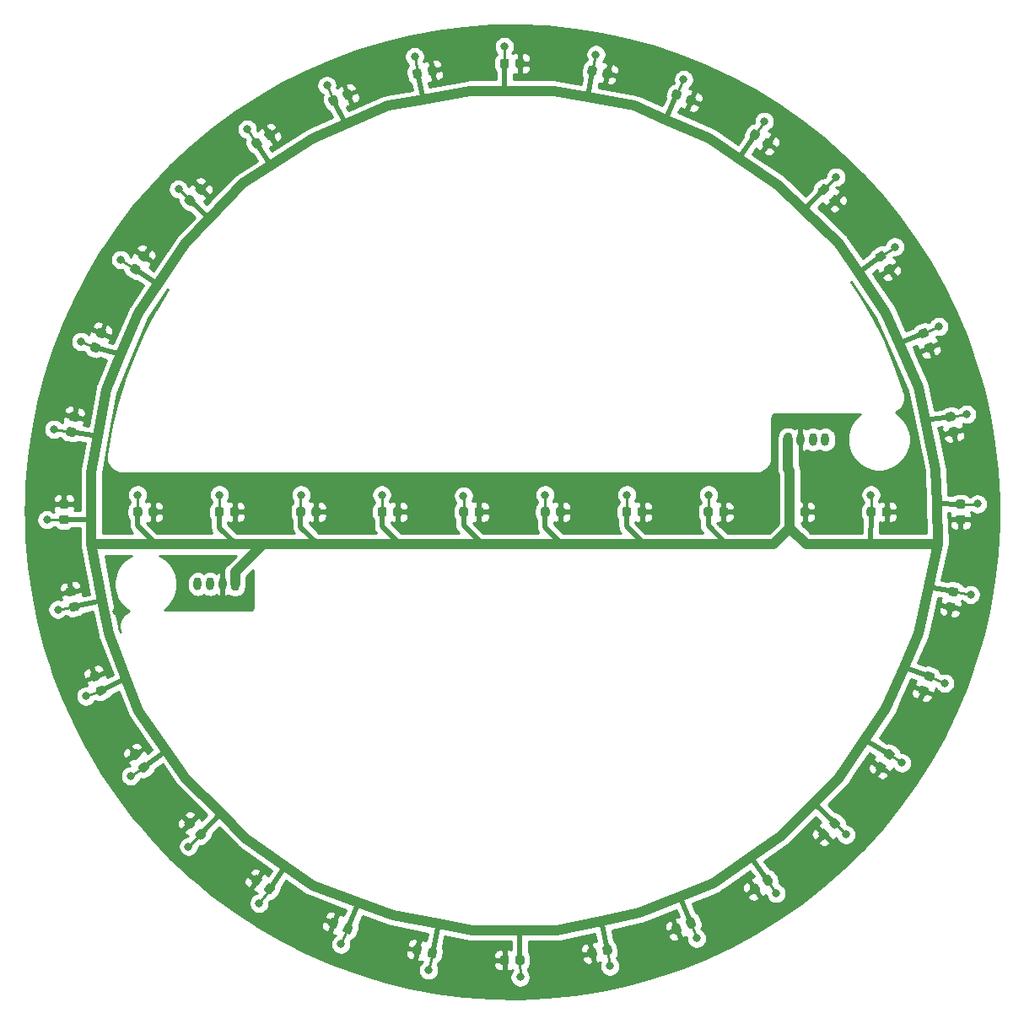
<source format=gbr>
%TF.GenerationSoftware,KiCad,Pcbnew,5.1.12-84ad8e8a86~92~ubuntu20.04.1*%
%TF.CreationDate,2021-11-26T19:12:35+01:00*%
%TF.ProjectId,led-ring-with-crossbar,6c65642d-7269-46e6-972d-776974682d63,rev?*%
%TF.SameCoordinates,Original*%
%TF.FileFunction,Copper,L2,Bot*%
%TF.FilePolarity,Positive*%
%FSLAX46Y46*%
G04 Gerber Fmt 4.6, Leading zero omitted, Abs format (unit mm)*
G04 Created by KiCad (PCBNEW 5.1.12-84ad8e8a86~92~ubuntu20.04.1) date 2021-11-26 19:12:35*
%MOMM*%
%LPD*%
G01*
G04 APERTURE LIST*
%TA.AperFunction,ComponentPad*%
%ADD10O,0.800000X1.300000*%
%TD*%
%TA.AperFunction,ViaPad*%
%ADD11C,0.800000*%
%TD*%
%TA.AperFunction,Conductor*%
%ADD12C,1.000000*%
%TD*%
%TA.AperFunction,Conductor*%
%ADD13C,0.500000*%
%TD*%
%TA.AperFunction,Conductor*%
%ADD14C,0.250000*%
%TD*%
%TA.AperFunction,Conductor*%
%ADD15C,0.254000*%
%TD*%
%TA.AperFunction,Conductor*%
%ADD16C,0.100000*%
%TD*%
G04 APERTURE END LIST*
D10*
%TO.P,J_OUT1,4*%
%TO.N,COUT*%
X68430000Y-107250000D03*
%TO.P,J_OUT1,3*%
%TO.N,DOUT*%
X69680000Y-107250000D03*
%TO.P,J_OUT1,2*%
%TO.N,GND*%
X70930000Y-107250000D03*
%TO.P,J_OUT1,1*%
%TO.N,+5V*%
%TA.AperFunction,ComponentPad*%
G36*
G01*
X72580000Y-106800000D02*
X72580000Y-107700000D01*
G75*
G02*
X72380000Y-107900000I-200000J0D01*
G01*
X71980000Y-107900000D01*
G75*
G02*
X71780000Y-107700000I0J200000D01*
G01*
X71780000Y-106800000D01*
G75*
G02*
X71980000Y-106600000I200000J0D01*
G01*
X72380000Y-106600000D01*
G75*
G02*
X72580000Y-106800000I0J-200000D01*
G01*
G37*
%TD.AperFunction*%
%TD*%
%TO.P,J_IN1,4*%
%TO.N,CIN*%
X131430000Y-92750000D03*
%TO.P,J_IN1,3*%
%TO.N,DIN*%
X130180000Y-92750000D03*
%TO.P,J_IN1,2*%
%TO.N,GND*%
X128930000Y-92750000D03*
%TO.P,J_IN1,1*%
%TO.N,+5V*%
%TA.AperFunction,ComponentPad*%
G36*
G01*
X127280000Y-93200000D02*
X127280000Y-92300000D01*
G75*
G02*
X127480000Y-92100000I200000J0D01*
G01*
X127880000Y-92100000D01*
G75*
G02*
X128080000Y-92300000I0J-200000D01*
G01*
X128080000Y-93200000D01*
G75*
G02*
X127880000Y-93400000I-200000J0D01*
G01*
X127480000Y-93400000D01*
G75*
G02*
X127280000Y-93200000I0J200000D01*
G01*
G37*
%TD.AperFunction*%
%TD*%
%TO.P,C42,2*%
%TO.N,GND*%
%TA.AperFunction,SMDPad,CuDef*%
G36*
G01*
X63505000Y-100250000D02*
X63505000Y-99750000D01*
G75*
G02*
X63730000Y-99525000I225000J0D01*
G01*
X64180000Y-99525000D01*
G75*
G02*
X64405000Y-99750000I0J-225000D01*
G01*
X64405000Y-100250000D01*
G75*
G02*
X64180000Y-100475000I-225000J0D01*
G01*
X63730000Y-100475000D01*
G75*
G02*
X63505000Y-100250000I0J225000D01*
G01*
G37*
%TD.AperFunction*%
%TO.P,C42,1*%
%TO.N,+5V*%
%TA.AperFunction,SMDPad,CuDef*%
G36*
G01*
X61955000Y-100250000D02*
X61955000Y-99750000D01*
G75*
G02*
X62180000Y-99525000I225000J0D01*
G01*
X62630000Y-99525000D01*
G75*
G02*
X62855000Y-99750000I0J-225000D01*
G01*
X62855000Y-100250000D01*
G75*
G02*
X62630000Y-100475000I-225000J0D01*
G01*
X62180000Y-100475000D01*
G75*
G02*
X61955000Y-100250000I0J225000D01*
G01*
G37*
%TD.AperFunction*%
%TD*%
%TO.P,C41,2*%
%TO.N,GND*%
%TA.AperFunction,SMDPad,CuDef*%
G36*
G01*
X71685000Y-100250000D02*
X71685000Y-99750000D01*
G75*
G02*
X71910000Y-99525000I225000J0D01*
G01*
X72360000Y-99525000D01*
G75*
G02*
X72585000Y-99750000I0J-225000D01*
G01*
X72585000Y-100250000D01*
G75*
G02*
X72360000Y-100475000I-225000J0D01*
G01*
X71910000Y-100475000D01*
G75*
G02*
X71685000Y-100250000I0J225000D01*
G01*
G37*
%TD.AperFunction*%
%TO.P,C41,1*%
%TO.N,+5V*%
%TA.AperFunction,SMDPad,CuDef*%
G36*
G01*
X70135000Y-100250000D02*
X70135000Y-99750000D01*
G75*
G02*
X70360000Y-99525000I225000J0D01*
G01*
X70810000Y-99525000D01*
G75*
G02*
X71035000Y-99750000I0J-225000D01*
G01*
X71035000Y-100250000D01*
G75*
G02*
X70810000Y-100475000I-225000J0D01*
G01*
X70360000Y-100475000D01*
G75*
G02*
X70135000Y-100250000I0J225000D01*
G01*
G37*
%TD.AperFunction*%
%TD*%
%TO.P,C40,2*%
%TO.N,GND*%
%TA.AperFunction,SMDPad,CuDef*%
G36*
G01*
X79865000Y-100250000D02*
X79865000Y-99750000D01*
G75*
G02*
X80090000Y-99525000I225000J0D01*
G01*
X80540000Y-99525000D01*
G75*
G02*
X80765000Y-99750000I0J-225000D01*
G01*
X80765000Y-100250000D01*
G75*
G02*
X80540000Y-100475000I-225000J0D01*
G01*
X80090000Y-100475000D01*
G75*
G02*
X79865000Y-100250000I0J225000D01*
G01*
G37*
%TD.AperFunction*%
%TO.P,C40,1*%
%TO.N,+5V*%
%TA.AperFunction,SMDPad,CuDef*%
G36*
G01*
X78315000Y-100250000D02*
X78315000Y-99750000D01*
G75*
G02*
X78540000Y-99525000I225000J0D01*
G01*
X78990000Y-99525000D01*
G75*
G02*
X79215000Y-99750000I0J-225000D01*
G01*
X79215000Y-100250000D01*
G75*
G02*
X78990000Y-100475000I-225000J0D01*
G01*
X78540000Y-100475000D01*
G75*
G02*
X78315000Y-100250000I0J225000D01*
G01*
G37*
%TD.AperFunction*%
%TD*%
%TO.P,C39,2*%
%TO.N,GND*%
%TA.AperFunction,SMDPad,CuDef*%
G36*
G01*
X88045000Y-100250000D02*
X88045000Y-99750000D01*
G75*
G02*
X88270000Y-99525000I225000J0D01*
G01*
X88720000Y-99525000D01*
G75*
G02*
X88945000Y-99750000I0J-225000D01*
G01*
X88945000Y-100250000D01*
G75*
G02*
X88720000Y-100475000I-225000J0D01*
G01*
X88270000Y-100475000D01*
G75*
G02*
X88045000Y-100250000I0J225000D01*
G01*
G37*
%TD.AperFunction*%
%TO.P,C39,1*%
%TO.N,+5V*%
%TA.AperFunction,SMDPad,CuDef*%
G36*
G01*
X86495000Y-100250000D02*
X86495000Y-99750000D01*
G75*
G02*
X86720000Y-99525000I225000J0D01*
G01*
X87170000Y-99525000D01*
G75*
G02*
X87395000Y-99750000I0J-225000D01*
G01*
X87395000Y-100250000D01*
G75*
G02*
X87170000Y-100475000I-225000J0D01*
G01*
X86720000Y-100475000D01*
G75*
G02*
X86495000Y-100250000I0J225000D01*
G01*
G37*
%TD.AperFunction*%
%TD*%
%TO.P,C38,2*%
%TO.N,GND*%
%TA.AperFunction,SMDPad,CuDef*%
G36*
G01*
X96225000Y-100250000D02*
X96225000Y-99750000D01*
G75*
G02*
X96450000Y-99525000I225000J0D01*
G01*
X96900000Y-99525000D01*
G75*
G02*
X97125000Y-99750000I0J-225000D01*
G01*
X97125000Y-100250000D01*
G75*
G02*
X96900000Y-100475000I-225000J0D01*
G01*
X96450000Y-100475000D01*
G75*
G02*
X96225000Y-100250000I0J225000D01*
G01*
G37*
%TD.AperFunction*%
%TO.P,C38,1*%
%TO.N,+5V*%
%TA.AperFunction,SMDPad,CuDef*%
G36*
G01*
X94675000Y-100250000D02*
X94675000Y-99750000D01*
G75*
G02*
X94900000Y-99525000I225000J0D01*
G01*
X95350000Y-99525000D01*
G75*
G02*
X95575000Y-99750000I0J-225000D01*
G01*
X95575000Y-100250000D01*
G75*
G02*
X95350000Y-100475000I-225000J0D01*
G01*
X94900000Y-100475000D01*
G75*
G02*
X94675000Y-100250000I0J225000D01*
G01*
G37*
%TD.AperFunction*%
%TD*%
%TO.P,C37,2*%
%TO.N,GND*%
%TA.AperFunction,SMDPad,CuDef*%
G36*
G01*
X104405000Y-100250000D02*
X104405000Y-99750000D01*
G75*
G02*
X104630000Y-99525000I225000J0D01*
G01*
X105080000Y-99525000D01*
G75*
G02*
X105305000Y-99750000I0J-225000D01*
G01*
X105305000Y-100250000D01*
G75*
G02*
X105080000Y-100475000I-225000J0D01*
G01*
X104630000Y-100475000D01*
G75*
G02*
X104405000Y-100250000I0J225000D01*
G01*
G37*
%TD.AperFunction*%
%TO.P,C37,1*%
%TO.N,+5V*%
%TA.AperFunction,SMDPad,CuDef*%
G36*
G01*
X102855000Y-100250000D02*
X102855000Y-99750000D01*
G75*
G02*
X103080000Y-99525000I225000J0D01*
G01*
X103530000Y-99525000D01*
G75*
G02*
X103755000Y-99750000I0J-225000D01*
G01*
X103755000Y-100250000D01*
G75*
G02*
X103530000Y-100475000I-225000J0D01*
G01*
X103080000Y-100475000D01*
G75*
G02*
X102855000Y-100250000I0J225000D01*
G01*
G37*
%TD.AperFunction*%
%TD*%
%TO.P,C36,2*%
%TO.N,GND*%
%TA.AperFunction,SMDPad,CuDef*%
G36*
G01*
X112585000Y-100250000D02*
X112585000Y-99750000D01*
G75*
G02*
X112810000Y-99525000I225000J0D01*
G01*
X113260000Y-99525000D01*
G75*
G02*
X113485000Y-99750000I0J-225000D01*
G01*
X113485000Y-100250000D01*
G75*
G02*
X113260000Y-100475000I-225000J0D01*
G01*
X112810000Y-100475000D01*
G75*
G02*
X112585000Y-100250000I0J225000D01*
G01*
G37*
%TD.AperFunction*%
%TO.P,C36,1*%
%TO.N,+5V*%
%TA.AperFunction,SMDPad,CuDef*%
G36*
G01*
X111035000Y-100250000D02*
X111035000Y-99750000D01*
G75*
G02*
X111260000Y-99525000I225000J0D01*
G01*
X111710000Y-99525000D01*
G75*
G02*
X111935000Y-99750000I0J-225000D01*
G01*
X111935000Y-100250000D01*
G75*
G02*
X111710000Y-100475000I-225000J0D01*
G01*
X111260000Y-100475000D01*
G75*
G02*
X111035000Y-100250000I0J225000D01*
G01*
G37*
%TD.AperFunction*%
%TD*%
%TO.P,C35,2*%
%TO.N,GND*%
%TA.AperFunction,SMDPad,CuDef*%
G36*
G01*
X120765000Y-100250000D02*
X120765000Y-99750000D01*
G75*
G02*
X120990000Y-99525000I225000J0D01*
G01*
X121440000Y-99525000D01*
G75*
G02*
X121665000Y-99750000I0J-225000D01*
G01*
X121665000Y-100250000D01*
G75*
G02*
X121440000Y-100475000I-225000J0D01*
G01*
X120990000Y-100475000D01*
G75*
G02*
X120765000Y-100250000I0J225000D01*
G01*
G37*
%TD.AperFunction*%
%TO.P,C35,1*%
%TO.N,+5V*%
%TA.AperFunction,SMDPad,CuDef*%
G36*
G01*
X119215000Y-100250000D02*
X119215000Y-99750000D01*
G75*
G02*
X119440000Y-99525000I225000J0D01*
G01*
X119890000Y-99525000D01*
G75*
G02*
X120115000Y-99750000I0J-225000D01*
G01*
X120115000Y-100250000D01*
G75*
G02*
X119890000Y-100475000I-225000J0D01*
G01*
X119440000Y-100475000D01*
G75*
G02*
X119215000Y-100250000I0J225000D01*
G01*
G37*
%TD.AperFunction*%
%TD*%
%TO.P,C34,2*%
%TO.N,GND*%
%TA.AperFunction,SMDPad,CuDef*%
G36*
G01*
X128945000Y-100250000D02*
X128945000Y-99750000D01*
G75*
G02*
X129170000Y-99525000I225000J0D01*
G01*
X129620000Y-99525000D01*
G75*
G02*
X129845000Y-99750000I0J-225000D01*
G01*
X129845000Y-100250000D01*
G75*
G02*
X129620000Y-100475000I-225000J0D01*
G01*
X129170000Y-100475000D01*
G75*
G02*
X128945000Y-100250000I0J225000D01*
G01*
G37*
%TD.AperFunction*%
%TO.P,C34,1*%
%TO.N,+5V*%
%TA.AperFunction,SMDPad,CuDef*%
G36*
G01*
X127395000Y-100250000D02*
X127395000Y-99750000D01*
G75*
G02*
X127620000Y-99525000I225000J0D01*
G01*
X128070000Y-99525000D01*
G75*
G02*
X128295000Y-99750000I0J-225000D01*
G01*
X128295000Y-100250000D01*
G75*
G02*
X128070000Y-100475000I-225000J0D01*
G01*
X127620000Y-100475000D01*
G75*
G02*
X127395000Y-100250000I0J225000D01*
G01*
G37*
%TD.AperFunction*%
%TD*%
%TO.P,C33,2*%
%TO.N,GND*%
%TA.AperFunction,SMDPad,CuDef*%
G36*
G01*
X137125000Y-100250000D02*
X137125000Y-99750000D01*
G75*
G02*
X137350000Y-99525000I225000J0D01*
G01*
X137800000Y-99525000D01*
G75*
G02*
X138025000Y-99750000I0J-225000D01*
G01*
X138025000Y-100250000D01*
G75*
G02*
X137800000Y-100475000I-225000J0D01*
G01*
X137350000Y-100475000D01*
G75*
G02*
X137125000Y-100250000I0J225000D01*
G01*
G37*
%TD.AperFunction*%
%TO.P,C33,1*%
%TO.N,+5V*%
%TA.AperFunction,SMDPad,CuDef*%
G36*
G01*
X135575000Y-100250000D02*
X135575000Y-99750000D01*
G75*
G02*
X135800000Y-99525000I225000J0D01*
G01*
X136250000Y-99525000D01*
G75*
G02*
X136475000Y-99750000I0J-225000D01*
G01*
X136475000Y-100250000D01*
G75*
G02*
X136250000Y-100475000I-225000J0D01*
G01*
X135800000Y-100475000D01*
G75*
G02*
X135575000Y-100250000I0J225000D01*
G01*
G37*
%TD.AperFunction*%
%TD*%
%TO.P,C32,2*%
%TO.N,GND*%
%TA.AperFunction,SMDPad,CuDef*%
G36*
G01*
X144750000Y-100325000D02*
X145250000Y-100325000D01*
G75*
G02*
X145475000Y-100550000I0J-225000D01*
G01*
X145475000Y-101000000D01*
G75*
G02*
X145250000Y-101225000I-225000J0D01*
G01*
X144750000Y-101225000D01*
G75*
G02*
X144525000Y-101000000I0J225000D01*
G01*
X144525000Y-100550000D01*
G75*
G02*
X144750000Y-100325000I225000J0D01*
G01*
G37*
%TD.AperFunction*%
%TO.P,C32,1*%
%TO.N,+5V*%
%TA.AperFunction,SMDPad,CuDef*%
G36*
G01*
X144750000Y-98775000D02*
X145250000Y-98775000D01*
G75*
G02*
X145475000Y-99000000I0J-225000D01*
G01*
X145475000Y-99450000D01*
G75*
G02*
X145250000Y-99675000I-225000J0D01*
G01*
X144750000Y-99675000D01*
G75*
G02*
X144525000Y-99450000I0J225000D01*
G01*
X144525000Y-99000000D01*
G75*
G02*
X144750000Y-98775000I225000J0D01*
G01*
G37*
%TD.AperFunction*%
%TD*%
%TO.P,C31,2*%
%TO.N,GND*%
%TA.AperFunction,SMDPad,CuDef*%
G36*
G01*
X143826164Y-109048713D02*
X144316472Y-109146686D01*
G75*
G02*
X144493022Y-109411412I-44088J-220638D01*
G01*
X144404846Y-109852689D01*
G75*
G02*
X144140120Y-110029239I-220638J44088D01*
G01*
X143649812Y-109931266D01*
G75*
G02*
X143473262Y-109666540I44088J220638D01*
G01*
X143561438Y-109225263D01*
G75*
G02*
X143826164Y-109048713I220638J-44088D01*
G01*
G37*
%TD.AperFunction*%
%TO.P,C31,1*%
%TO.N,+5V*%
%TA.AperFunction,SMDPad,CuDef*%
G36*
G01*
X144129880Y-107528761D02*
X144620188Y-107626734D01*
G75*
G02*
X144796738Y-107891460I-44088J-220638D01*
G01*
X144708562Y-108332737D01*
G75*
G02*
X144443836Y-108509287I-220638J44088D01*
G01*
X143953528Y-108411314D01*
G75*
G02*
X143776978Y-108146588I44088J220638D01*
G01*
X143865154Y-107705311D01*
G75*
G02*
X144129880Y-107528761I220638J-44088D01*
G01*
G37*
%TD.AperFunction*%
%TD*%
%TO.P,C30,2*%
%TO.N,GND*%
%TA.AperFunction,SMDPad,CuDef*%
G36*
G01*
X141219658Y-117425590D02*
X141681598Y-117616932D01*
G75*
G02*
X141803367Y-117910909I-86104J-207873D01*
G01*
X141631159Y-118326655D01*
G75*
G02*
X141337182Y-118448424I-207873J86104D01*
G01*
X140875242Y-118257082D01*
G75*
G02*
X140753473Y-117963105I86104J207873D01*
G01*
X140925681Y-117547359D01*
G75*
G02*
X141219658Y-117425590I207873J-86104D01*
G01*
G37*
%TD.AperFunction*%
%TO.P,C30,1*%
%TO.N,+5V*%
%TA.AperFunction,SMDPad,CuDef*%
G36*
G01*
X141812818Y-115993576D02*
X142274758Y-116184918D01*
G75*
G02*
X142396527Y-116478895I-86104J-207873D01*
G01*
X142224319Y-116894641D01*
G75*
G02*
X141930342Y-117016410I-207873J86104D01*
G01*
X141468402Y-116825068D01*
G75*
G02*
X141346633Y-116531091I86104J207873D01*
G01*
X141518841Y-116115345D01*
G75*
G02*
X141812818Y-115993576I207873J-86104D01*
G01*
G37*
%TD.AperFunction*%
%TD*%
%TO.P,C29,2*%
%TO.N,GND*%
%TA.AperFunction,SMDPad,CuDef*%
G36*
G01*
X137027458Y-125131996D02*
X137442951Y-125410143D01*
G75*
G02*
X137504756Y-125722282I-125167J-186972D01*
G01*
X137254423Y-126096225D01*
G75*
G02*
X136942284Y-126158030I-186972J125167D01*
G01*
X136526791Y-125879883D01*
G75*
G02*
X136464986Y-125567744I125167J186972D01*
G01*
X136715319Y-125193801D01*
G75*
G02*
X137027458Y-125131996I186972J-125167D01*
G01*
G37*
%TD.AperFunction*%
%TO.P,C29,1*%
%TO.N,+5V*%
%TA.AperFunction,SMDPad,CuDef*%
G36*
G01*
X137889716Y-123843970D02*
X138305209Y-124122117D01*
G75*
G02*
X138367014Y-124434256I-125167J-186972D01*
G01*
X138116681Y-124808199D01*
G75*
G02*
X137804542Y-124870004I-186972J125167D01*
G01*
X137389049Y-124591857D01*
G75*
G02*
X137327244Y-124279718I125167J186972D01*
G01*
X137577577Y-123905775D01*
G75*
G02*
X137889716Y-123843970I186972J-125167D01*
G01*
G37*
%TD.AperFunction*%
%TD*%
%TO.P,C28,2*%
%TO.N,GND*%
%TA.AperFunction,SMDPad,CuDef*%
G36*
G01*
X131413413Y-131873033D02*
X131766967Y-132226587D01*
G75*
G02*
X131766967Y-132544785I-159099J-159099D01*
G01*
X131448769Y-132862983D01*
G75*
G02*
X131130571Y-132862983I-159099J159099D01*
G01*
X130777017Y-132509429D01*
G75*
G02*
X130777017Y-132191231I159099J159099D01*
G01*
X131095215Y-131873033D01*
G75*
G02*
X131413413Y-131873033I159099J-159099D01*
G01*
G37*
%TD.AperFunction*%
%TO.P,C28,1*%
%TO.N,+5V*%
%TA.AperFunction,SMDPad,CuDef*%
G36*
G01*
X132509429Y-130777017D02*
X132862983Y-131130571D01*
G75*
G02*
X132862983Y-131448769I-159099J-159099D01*
G01*
X132544785Y-131766967D01*
G75*
G02*
X132226587Y-131766967I-159099J159099D01*
G01*
X131873033Y-131413413D01*
G75*
G02*
X131873033Y-131095215I159099J159099D01*
G01*
X132191231Y-130777017D01*
G75*
G02*
X132509429Y-130777017I159099J-159099D01*
G01*
G37*
%TD.AperFunction*%
%TD*%
%TO.P,C27,2*%
%TO.N,GND*%
%TA.AperFunction,SMDPad,CuDef*%
G36*
G01*
X124591905Y-137388335D02*
X124869327Y-137804313D01*
G75*
G02*
X124806977Y-138116343I-187190J-124840D01*
G01*
X124432597Y-138366023D01*
G75*
G02*
X124120567Y-138303673I-124840J187190D01*
G01*
X123843145Y-137887695D01*
G75*
G02*
X123905495Y-137575665I187190J124840D01*
G01*
X124279875Y-137325985D01*
G75*
G02*
X124591905Y-137388335I124840J-187190D01*
G01*
G37*
%TD.AperFunction*%
%TO.P,C27,1*%
%TO.N,+5V*%
%TA.AperFunction,SMDPad,CuDef*%
G36*
G01*
X125881433Y-136528327D02*
X126158855Y-136944305D01*
G75*
G02*
X126096505Y-137256335I-187190J-124840D01*
G01*
X125722125Y-137506015D01*
G75*
G02*
X125410095Y-137443665I-124840J187190D01*
G01*
X125132673Y-137027687D01*
G75*
G02*
X125195023Y-136715657I187190J124840D01*
G01*
X125569403Y-136465977D01*
G75*
G02*
X125881433Y-136528327I124840J-187190D01*
G01*
G37*
%TD.AperFunction*%
%TD*%
%TO.P,C26,2*%
%TO.N,GND*%
%TA.AperFunction,SMDPad,CuDef*%
G36*
G01*
X116825068Y-141468402D02*
X117016410Y-141930342D01*
G75*
G02*
X116894641Y-142224319I-207873J-86104D01*
G01*
X116478895Y-142396527D01*
G75*
G02*
X116184918Y-142274758I-86104J207873D01*
G01*
X115993576Y-141812818D01*
G75*
G02*
X116115345Y-141518841I207873J86104D01*
G01*
X116531091Y-141346633D01*
G75*
G02*
X116825068Y-141468402I86104J-207873D01*
G01*
G37*
%TD.AperFunction*%
%TO.P,C26,1*%
%TO.N,+5V*%
%TA.AperFunction,SMDPad,CuDef*%
G36*
G01*
X118257082Y-140875242D02*
X118448424Y-141337182D01*
G75*
G02*
X118326655Y-141631159I-207873J-86104D01*
G01*
X117910909Y-141803367D01*
G75*
G02*
X117616932Y-141681598I-86104J207873D01*
G01*
X117425590Y-141219658D01*
G75*
G02*
X117547359Y-140925681I207873J86104D01*
G01*
X117963105Y-140753473D01*
G75*
G02*
X118257082Y-140875242I86104J-207873D01*
G01*
G37*
%TD.AperFunction*%
%TD*%
%TO.P,C25,2*%
%TO.N,GND*%
%TA.AperFunction,SMDPad,CuDef*%
G36*
G01*
X108411631Y-143952887D02*
X108508748Y-144443365D01*
G75*
G02*
X108331736Y-144707783I-220715J-43703D01*
G01*
X107890307Y-144795189D01*
G75*
G02*
X107625889Y-144618177I-43703J220715D01*
G01*
X107528772Y-144127699D01*
G75*
G02*
X107705784Y-143863281I220715J43703D01*
G01*
X108147213Y-143775875D01*
G75*
G02*
X108411631Y-143952887I43703J-220715D01*
G01*
G37*
%TD.AperFunction*%
%TO.P,C25,1*%
%TO.N,+5V*%
%TA.AperFunction,SMDPad,CuDef*%
G36*
G01*
X109932111Y-143651823D02*
X110029228Y-144142301D01*
G75*
G02*
X109852216Y-144406719I-220715J-43703D01*
G01*
X109410787Y-144494125D01*
G75*
G02*
X109146369Y-144317113I-43703J220715D01*
G01*
X109049252Y-143826635D01*
G75*
G02*
X109226264Y-143562217I220715J43703D01*
G01*
X109667693Y-143474811D01*
G75*
G02*
X109932111Y-143651823I43703J-220715D01*
G01*
G37*
%TD.AperFunction*%
%TD*%
%TO.P,C24,2*%
%TO.N,GND*%
%TA.AperFunction,SMDPad,CuDef*%
G36*
G01*
X99675000Y-144750000D02*
X99675000Y-145250000D01*
G75*
G02*
X99450000Y-145475000I-225000J0D01*
G01*
X99000000Y-145475000D01*
G75*
G02*
X98775000Y-145250000I0J225000D01*
G01*
X98775000Y-144750000D01*
G75*
G02*
X99000000Y-144525000I225000J0D01*
G01*
X99450000Y-144525000D01*
G75*
G02*
X99675000Y-144750000I0J-225000D01*
G01*
G37*
%TD.AperFunction*%
%TO.P,C24,1*%
%TO.N,+5V*%
%TA.AperFunction,SMDPad,CuDef*%
G36*
G01*
X101225000Y-144750000D02*
X101225000Y-145250000D01*
G75*
G02*
X101000000Y-145475000I-225000J0D01*
G01*
X100550000Y-145475000D01*
G75*
G02*
X100325000Y-145250000I0J225000D01*
G01*
X100325000Y-144750000D01*
G75*
G02*
X100550000Y-144525000I225000J0D01*
G01*
X101000000Y-144525000D01*
G75*
G02*
X101225000Y-144750000I0J-225000D01*
G01*
G37*
%TD.AperFunction*%
%TD*%
%TO.P,C23,2*%
%TO.N,GND*%
%TA.AperFunction,SMDPad,CuDef*%
G36*
G01*
X90951287Y-143826164D02*
X90853314Y-144316472D01*
G75*
G02*
X90588588Y-144493022I-220638J44088D01*
G01*
X90147311Y-144404846D01*
G75*
G02*
X89970761Y-144140120I44088J220638D01*
G01*
X90068734Y-143649812D01*
G75*
G02*
X90333460Y-143473262I220638J-44088D01*
G01*
X90774737Y-143561438D01*
G75*
G02*
X90951287Y-143826164I-44088J-220638D01*
G01*
G37*
%TD.AperFunction*%
%TO.P,C23,1*%
%TO.N,+5V*%
%TA.AperFunction,SMDPad,CuDef*%
G36*
G01*
X92471239Y-144129880D02*
X92373266Y-144620188D01*
G75*
G02*
X92108540Y-144796738I-220638J44088D01*
G01*
X91667263Y-144708562D01*
G75*
G02*
X91490713Y-144443836I44088J220638D01*
G01*
X91588686Y-143953528D01*
G75*
G02*
X91853412Y-143776978I220638J-44088D01*
G01*
X92294689Y-143865154D01*
G75*
G02*
X92471239Y-144129880I-44088J-220638D01*
G01*
G37*
%TD.AperFunction*%
%TD*%
%TO.P,C22,2*%
%TO.N,GND*%
%TA.AperFunction,SMDPad,CuDef*%
G36*
G01*
X82574410Y-141219658D02*
X82383068Y-141681598D01*
G75*
G02*
X82089091Y-141803367I-207873J86104D01*
G01*
X81673345Y-141631159D01*
G75*
G02*
X81551576Y-141337182I86104J207873D01*
G01*
X81742918Y-140875242D01*
G75*
G02*
X82036895Y-140753473I207873J-86104D01*
G01*
X82452641Y-140925681D01*
G75*
G02*
X82574410Y-141219658I-86104J-207873D01*
G01*
G37*
%TD.AperFunction*%
%TO.P,C22,1*%
%TO.N,+5V*%
%TA.AperFunction,SMDPad,CuDef*%
G36*
G01*
X84006424Y-141812818D02*
X83815082Y-142274758D01*
G75*
G02*
X83521105Y-142396527I-207873J86104D01*
G01*
X83105359Y-142224319D01*
G75*
G02*
X82983590Y-141930342I86104J207873D01*
G01*
X83174932Y-141468402D01*
G75*
G02*
X83468909Y-141346633I207873J-86104D01*
G01*
X83884655Y-141518841D01*
G75*
G02*
X84006424Y-141812818I-86104J-207873D01*
G01*
G37*
%TD.AperFunction*%
%TD*%
%TO.P,C21,2*%
%TO.N,GND*%
%TA.AperFunction,SMDPad,CuDef*%
G36*
G01*
X74868004Y-137027458D02*
X74589857Y-137442951D01*
G75*
G02*
X74277718Y-137504756I-186972J125167D01*
G01*
X73903775Y-137254423D01*
G75*
G02*
X73841970Y-136942284I125167J186972D01*
G01*
X74120117Y-136526791D01*
G75*
G02*
X74432256Y-136464986I186972J-125167D01*
G01*
X74806199Y-136715319D01*
G75*
G02*
X74868004Y-137027458I-125167J-186972D01*
G01*
G37*
%TD.AperFunction*%
%TO.P,C21,1*%
%TO.N,+5V*%
%TA.AperFunction,SMDPad,CuDef*%
G36*
G01*
X76156030Y-137889716D02*
X75877883Y-138305209D01*
G75*
G02*
X75565744Y-138367014I-186972J125167D01*
G01*
X75191801Y-138116681D01*
G75*
G02*
X75129996Y-137804542I125167J186972D01*
G01*
X75408143Y-137389049D01*
G75*
G02*
X75720282Y-137327244I186972J-125167D01*
G01*
X76094225Y-137577577D01*
G75*
G02*
X76156030Y-137889716I-125167J-186972D01*
G01*
G37*
%TD.AperFunction*%
%TD*%
%TO.P,C20,2*%
%TO.N,GND*%
%TA.AperFunction,SMDPad,CuDef*%
G36*
G01*
X68126967Y-131413413D02*
X67773413Y-131766967D01*
G75*
G02*
X67455215Y-131766967I-159099J159099D01*
G01*
X67137017Y-131448769D01*
G75*
G02*
X67137017Y-131130571I159099J159099D01*
G01*
X67490571Y-130777017D01*
G75*
G02*
X67808769Y-130777017I159099J-159099D01*
G01*
X68126967Y-131095215D01*
G75*
G02*
X68126967Y-131413413I-159099J-159099D01*
G01*
G37*
%TD.AperFunction*%
%TO.P,C20,1*%
%TO.N,+5V*%
%TA.AperFunction,SMDPad,CuDef*%
G36*
G01*
X69222983Y-132509429D02*
X68869429Y-132862983D01*
G75*
G02*
X68551231Y-132862983I-159099J159099D01*
G01*
X68233033Y-132544785D01*
G75*
G02*
X68233033Y-132226587I159099J159099D01*
G01*
X68586587Y-131873033D01*
G75*
G02*
X68904785Y-131873033I159099J-159099D01*
G01*
X69222983Y-132191231D01*
G75*
G02*
X69222983Y-132509429I-159099J-159099D01*
G01*
G37*
%TD.AperFunction*%
%TD*%
%TO.P,C19,2*%
%TO.N,GND*%
%TA.AperFunction,SMDPad,CuDef*%
G36*
G01*
X62611665Y-124591905D02*
X62195687Y-124869327D01*
G75*
G02*
X61883657Y-124806977I-124840J187190D01*
G01*
X61633977Y-124432597D01*
G75*
G02*
X61696327Y-124120567I187190J124840D01*
G01*
X62112305Y-123843145D01*
G75*
G02*
X62424335Y-123905495I124840J-187190D01*
G01*
X62674015Y-124279875D01*
G75*
G02*
X62611665Y-124591905I-187190J-124840D01*
G01*
G37*
%TD.AperFunction*%
%TO.P,C19,1*%
%TO.N,+5V*%
%TA.AperFunction,SMDPad,CuDef*%
G36*
G01*
X63471673Y-125881433D02*
X63055695Y-126158855D01*
G75*
G02*
X62743665Y-126096505I-124840J187190D01*
G01*
X62493985Y-125722125D01*
G75*
G02*
X62556335Y-125410095I187190J124840D01*
G01*
X62972313Y-125132673D01*
G75*
G02*
X63284343Y-125195023I124840J-187190D01*
G01*
X63534023Y-125569403D01*
G75*
G02*
X63471673Y-125881433I-187190J-124840D01*
G01*
G37*
%TD.AperFunction*%
%TD*%
%TO.P,C18,2*%
%TO.N,GND*%
%TA.AperFunction,SMDPad,CuDef*%
G36*
G01*
X58531598Y-116825068D02*
X58069658Y-117016410D01*
G75*
G02*
X57775681Y-116894641I-86104J207873D01*
G01*
X57603473Y-116478895D01*
G75*
G02*
X57725242Y-116184918I207873J86104D01*
G01*
X58187182Y-115993576D01*
G75*
G02*
X58481159Y-116115345I86104J-207873D01*
G01*
X58653367Y-116531091D01*
G75*
G02*
X58531598Y-116825068I-207873J-86104D01*
G01*
G37*
%TD.AperFunction*%
%TO.P,C18,1*%
%TO.N,+5V*%
%TA.AperFunction,SMDPad,CuDef*%
G36*
G01*
X59124758Y-118257082D02*
X58662818Y-118448424D01*
G75*
G02*
X58368841Y-118326655I-86104J207873D01*
G01*
X58196633Y-117910909D01*
G75*
G02*
X58318402Y-117616932I207873J86104D01*
G01*
X58780342Y-117425590D01*
G75*
G02*
X59074319Y-117547359I86104J-207873D01*
G01*
X59246527Y-117963105D01*
G75*
G02*
X59124758Y-118257082I-207873J-86104D01*
G01*
G37*
%TD.AperFunction*%
%TD*%
%TO.P,C17,2*%
%TO.N,GND*%
%TA.AperFunction,SMDPad,CuDef*%
G36*
G01*
X56047113Y-108411631D02*
X55556635Y-108508748D01*
G75*
G02*
X55292217Y-108331736I-43703J220715D01*
G01*
X55204811Y-107890307D01*
G75*
G02*
X55381823Y-107625889I220715J43703D01*
G01*
X55872301Y-107528772D01*
G75*
G02*
X56136719Y-107705784I43703J-220715D01*
G01*
X56224125Y-108147213D01*
G75*
G02*
X56047113Y-108411631I-220715J-43703D01*
G01*
G37*
%TD.AperFunction*%
%TO.P,C17,1*%
%TO.N,+5V*%
%TA.AperFunction,SMDPad,CuDef*%
G36*
G01*
X56348177Y-109932111D02*
X55857699Y-110029228D01*
G75*
G02*
X55593281Y-109852216I-43703J220715D01*
G01*
X55505875Y-109410787D01*
G75*
G02*
X55682887Y-109146369I220715J43703D01*
G01*
X56173365Y-109049252D01*
G75*
G02*
X56437783Y-109226264I43703J-220715D01*
G01*
X56525189Y-109667693D01*
G75*
G02*
X56348177Y-109932111I-220715J-43703D01*
G01*
G37*
%TD.AperFunction*%
%TD*%
%TO.P,C16,2*%
%TO.N,GND*%
%TA.AperFunction,SMDPad,CuDef*%
G36*
G01*
X55250000Y-99675000D02*
X54750000Y-99675000D01*
G75*
G02*
X54525000Y-99450000I0J225000D01*
G01*
X54525000Y-99000000D01*
G75*
G02*
X54750000Y-98775000I225000J0D01*
G01*
X55250000Y-98775000D01*
G75*
G02*
X55475000Y-99000000I0J-225000D01*
G01*
X55475000Y-99450000D01*
G75*
G02*
X55250000Y-99675000I-225000J0D01*
G01*
G37*
%TD.AperFunction*%
%TO.P,C16,1*%
%TO.N,+5V*%
%TA.AperFunction,SMDPad,CuDef*%
G36*
G01*
X55250000Y-101225000D02*
X54750000Y-101225000D01*
G75*
G02*
X54525000Y-101000000I0J225000D01*
G01*
X54525000Y-100550000D01*
G75*
G02*
X54750000Y-100325000I225000J0D01*
G01*
X55250000Y-100325000D01*
G75*
G02*
X55475000Y-100550000I0J-225000D01*
G01*
X55475000Y-101000000D01*
G75*
G02*
X55250000Y-101225000I-225000J0D01*
G01*
G37*
%TD.AperFunction*%
%TD*%
%TO.P,C15,2*%
%TO.N,GND*%
%TA.AperFunction,SMDPad,CuDef*%
G36*
G01*
X56173836Y-90951287D02*
X55683528Y-90853314D01*
G75*
G02*
X55506978Y-90588588I44088J220638D01*
G01*
X55595154Y-90147311D01*
G75*
G02*
X55859880Y-89970761I220638J-44088D01*
G01*
X56350188Y-90068734D01*
G75*
G02*
X56526738Y-90333460I-44088J-220638D01*
G01*
X56438562Y-90774737D01*
G75*
G02*
X56173836Y-90951287I-220638J44088D01*
G01*
G37*
%TD.AperFunction*%
%TO.P,C15,1*%
%TO.N,+5V*%
%TA.AperFunction,SMDPad,CuDef*%
G36*
G01*
X55870120Y-92471239D02*
X55379812Y-92373266D01*
G75*
G02*
X55203262Y-92108540I44088J220638D01*
G01*
X55291438Y-91667263D01*
G75*
G02*
X55556164Y-91490713I220638J-44088D01*
G01*
X56046472Y-91588686D01*
G75*
G02*
X56223022Y-91853412I-44088J-220638D01*
G01*
X56134846Y-92294689D01*
G75*
G02*
X55870120Y-92471239I-220638J44088D01*
G01*
G37*
%TD.AperFunction*%
%TD*%
%TO.P,C14,2*%
%TO.N,GND*%
%TA.AperFunction,SMDPad,CuDef*%
G36*
G01*
X58780342Y-82574410D02*
X58318402Y-82383068D01*
G75*
G02*
X58196633Y-82089091I86104J207873D01*
G01*
X58368841Y-81673345D01*
G75*
G02*
X58662818Y-81551576I207873J-86104D01*
G01*
X59124758Y-81742918D01*
G75*
G02*
X59246527Y-82036895I-86104J-207873D01*
G01*
X59074319Y-82452641D01*
G75*
G02*
X58780342Y-82574410I-207873J86104D01*
G01*
G37*
%TD.AperFunction*%
%TO.P,C14,1*%
%TO.N,+5V*%
%TA.AperFunction,SMDPad,CuDef*%
G36*
G01*
X58187182Y-84006424D02*
X57725242Y-83815082D01*
G75*
G02*
X57603473Y-83521105I86104J207873D01*
G01*
X57775681Y-83105359D01*
G75*
G02*
X58069658Y-82983590I207873J-86104D01*
G01*
X58531598Y-83174932D01*
G75*
G02*
X58653367Y-83468909I-86104J-207873D01*
G01*
X58481159Y-83884655D01*
G75*
G02*
X58187182Y-84006424I-207873J86104D01*
G01*
G37*
%TD.AperFunction*%
%TD*%
%TO.P,C13,2*%
%TO.N,GND*%
%TA.AperFunction,SMDPad,CuDef*%
G36*
G01*
X62972542Y-74868004D02*
X62557049Y-74589857D01*
G75*
G02*
X62495244Y-74277718I125167J186972D01*
G01*
X62745577Y-73903775D01*
G75*
G02*
X63057716Y-73841970I186972J-125167D01*
G01*
X63473209Y-74120117D01*
G75*
G02*
X63535014Y-74432256I-125167J-186972D01*
G01*
X63284681Y-74806199D01*
G75*
G02*
X62972542Y-74868004I-186972J125167D01*
G01*
G37*
%TD.AperFunction*%
%TO.P,C13,1*%
%TO.N,+5V*%
%TA.AperFunction,SMDPad,CuDef*%
G36*
G01*
X62110284Y-76156030D02*
X61694791Y-75877883D01*
G75*
G02*
X61632986Y-75565744I125167J186972D01*
G01*
X61883319Y-75191801D01*
G75*
G02*
X62195458Y-75129996I186972J-125167D01*
G01*
X62610951Y-75408143D01*
G75*
G02*
X62672756Y-75720282I-125167J-186972D01*
G01*
X62422423Y-76094225D01*
G75*
G02*
X62110284Y-76156030I-186972J125167D01*
G01*
G37*
%TD.AperFunction*%
%TD*%
%TO.P,C12,2*%
%TO.N,GND*%
%TA.AperFunction,SMDPad,CuDef*%
G36*
G01*
X68586587Y-68126967D02*
X68233033Y-67773413D01*
G75*
G02*
X68233033Y-67455215I159099J159099D01*
G01*
X68551231Y-67137017D01*
G75*
G02*
X68869429Y-67137017I159099J-159099D01*
G01*
X69222983Y-67490571D01*
G75*
G02*
X69222983Y-67808769I-159099J-159099D01*
G01*
X68904785Y-68126967D01*
G75*
G02*
X68586587Y-68126967I-159099J159099D01*
G01*
G37*
%TD.AperFunction*%
%TO.P,C12,1*%
%TO.N,+5V*%
%TA.AperFunction,SMDPad,CuDef*%
G36*
G01*
X67490571Y-69222983D02*
X67137017Y-68869429D01*
G75*
G02*
X67137017Y-68551231I159099J159099D01*
G01*
X67455215Y-68233033D01*
G75*
G02*
X67773413Y-68233033I159099J-159099D01*
G01*
X68126967Y-68586587D01*
G75*
G02*
X68126967Y-68904785I-159099J-159099D01*
G01*
X67808769Y-69222983D01*
G75*
G02*
X67490571Y-69222983I-159099J159099D01*
G01*
G37*
%TD.AperFunction*%
%TD*%
%TO.P,C11,2*%
%TO.N,GND*%
%TA.AperFunction,SMDPad,CuDef*%
G36*
G01*
X75399095Y-62611665D02*
X75121673Y-62195687D01*
G75*
G02*
X75184023Y-61883657I187190J124840D01*
G01*
X75558403Y-61633977D01*
G75*
G02*
X75870433Y-61696327I124840J-187190D01*
G01*
X76147855Y-62112305D01*
G75*
G02*
X76085505Y-62424335I-187190J-124840D01*
G01*
X75711125Y-62674015D01*
G75*
G02*
X75399095Y-62611665I-124840J187190D01*
G01*
G37*
%TD.AperFunction*%
%TO.P,C11,1*%
%TO.N,+5V*%
%TA.AperFunction,SMDPad,CuDef*%
G36*
G01*
X74109567Y-63471673D02*
X73832145Y-63055695D01*
G75*
G02*
X73894495Y-62743665I187190J124840D01*
G01*
X74268875Y-62493985D01*
G75*
G02*
X74580905Y-62556335I124840J-187190D01*
G01*
X74858327Y-62972313D01*
G75*
G02*
X74795977Y-63284343I-187190J-124840D01*
G01*
X74421597Y-63534023D01*
G75*
G02*
X74109567Y-63471673I-124840J187190D01*
G01*
G37*
%TD.AperFunction*%
%TD*%
%TO.P,C10,2*%
%TO.N,GND*%
%TA.AperFunction,SMDPad,CuDef*%
G36*
G01*
X83174932Y-58531598D02*
X82983590Y-58069658D01*
G75*
G02*
X83105359Y-57775681I207873J86104D01*
G01*
X83521105Y-57603473D01*
G75*
G02*
X83815082Y-57725242I86104J-207873D01*
G01*
X84006424Y-58187182D01*
G75*
G02*
X83884655Y-58481159I-207873J-86104D01*
G01*
X83468909Y-58653367D01*
G75*
G02*
X83174932Y-58531598I-86104J207873D01*
G01*
G37*
%TD.AperFunction*%
%TO.P,C10,1*%
%TO.N,+5V*%
%TA.AperFunction,SMDPad,CuDef*%
G36*
G01*
X81742918Y-59124758D02*
X81551576Y-58662818D01*
G75*
G02*
X81673345Y-58368841I207873J86104D01*
G01*
X82089091Y-58196633D01*
G75*
G02*
X82383068Y-58318402I86104J-207873D01*
G01*
X82574410Y-58780342D01*
G75*
G02*
X82452641Y-59074319I-207873J-86104D01*
G01*
X82036895Y-59246527D01*
G75*
G02*
X81742918Y-59124758I-86104J207873D01*
G01*
G37*
%TD.AperFunction*%
%TD*%
%TO.P,C9,2*%
%TO.N,GND*%
%TA.AperFunction,SMDPad,CuDef*%
G36*
G01*
X91588369Y-56047113D02*
X91491252Y-55556635D01*
G75*
G02*
X91668264Y-55292217I220715J43703D01*
G01*
X92109693Y-55204811D01*
G75*
G02*
X92374111Y-55381823I43703J-220715D01*
G01*
X92471228Y-55872301D01*
G75*
G02*
X92294216Y-56136719I-220715J-43703D01*
G01*
X91852787Y-56224125D01*
G75*
G02*
X91588369Y-56047113I-43703J220715D01*
G01*
G37*
%TD.AperFunction*%
%TO.P,C9,1*%
%TO.N,+5V*%
%TA.AperFunction,SMDPad,CuDef*%
G36*
G01*
X90067889Y-56348177D02*
X89970772Y-55857699D01*
G75*
G02*
X90147784Y-55593281I220715J43703D01*
G01*
X90589213Y-55505875D01*
G75*
G02*
X90853631Y-55682887I43703J-220715D01*
G01*
X90950748Y-56173365D01*
G75*
G02*
X90773736Y-56437783I-220715J-43703D01*
G01*
X90332307Y-56525189D01*
G75*
G02*
X90067889Y-56348177I-43703J220715D01*
G01*
G37*
%TD.AperFunction*%
%TD*%
%TO.P,C8,2*%
%TO.N,GND*%
%TA.AperFunction,SMDPad,CuDef*%
G36*
G01*
X100325000Y-55250000D02*
X100325000Y-54750000D01*
G75*
G02*
X100550000Y-54525000I225000J0D01*
G01*
X101000000Y-54525000D01*
G75*
G02*
X101225000Y-54750000I0J-225000D01*
G01*
X101225000Y-55250000D01*
G75*
G02*
X101000000Y-55475000I-225000J0D01*
G01*
X100550000Y-55475000D01*
G75*
G02*
X100325000Y-55250000I0J225000D01*
G01*
G37*
%TD.AperFunction*%
%TO.P,C8,1*%
%TO.N,+5V*%
%TA.AperFunction,SMDPad,CuDef*%
G36*
G01*
X98775000Y-55250000D02*
X98775000Y-54750000D01*
G75*
G02*
X99000000Y-54525000I225000J0D01*
G01*
X99450000Y-54525000D01*
G75*
G02*
X99675000Y-54750000I0J-225000D01*
G01*
X99675000Y-55250000D01*
G75*
G02*
X99450000Y-55475000I-225000J0D01*
G01*
X99000000Y-55475000D01*
G75*
G02*
X98775000Y-55250000I0J225000D01*
G01*
G37*
%TD.AperFunction*%
%TD*%
%TO.P,C7,2*%
%TO.N,GND*%
%TA.AperFunction,SMDPad,CuDef*%
G36*
G01*
X109048713Y-56173836D02*
X109146686Y-55683528D01*
G75*
G02*
X109411412Y-55506978I220638J-44088D01*
G01*
X109852689Y-55595154D01*
G75*
G02*
X110029239Y-55859880I-44088J-220638D01*
G01*
X109931266Y-56350188D01*
G75*
G02*
X109666540Y-56526738I-220638J44088D01*
G01*
X109225263Y-56438562D01*
G75*
G02*
X109048713Y-56173836I44088J220638D01*
G01*
G37*
%TD.AperFunction*%
%TO.P,C7,1*%
%TO.N,+5V*%
%TA.AperFunction,SMDPad,CuDef*%
G36*
G01*
X107528761Y-55870120D02*
X107626734Y-55379812D01*
G75*
G02*
X107891460Y-55203262I220638J-44088D01*
G01*
X108332737Y-55291438D01*
G75*
G02*
X108509287Y-55556164I-44088J-220638D01*
G01*
X108411314Y-56046472D01*
G75*
G02*
X108146588Y-56223022I-220638J44088D01*
G01*
X107705311Y-56134846D01*
G75*
G02*
X107528761Y-55870120I44088J220638D01*
G01*
G37*
%TD.AperFunction*%
%TD*%
%TO.P,C6,2*%
%TO.N,GND*%
%TA.AperFunction,SMDPad,CuDef*%
G36*
G01*
X117425590Y-58780342D02*
X117616932Y-58318402D01*
G75*
G02*
X117910909Y-58196633I207873J-86104D01*
G01*
X118326655Y-58368841D01*
G75*
G02*
X118448424Y-58662818I-86104J-207873D01*
G01*
X118257082Y-59124758D01*
G75*
G02*
X117963105Y-59246527I-207873J86104D01*
G01*
X117547359Y-59074319D01*
G75*
G02*
X117425590Y-58780342I86104J207873D01*
G01*
G37*
%TD.AperFunction*%
%TO.P,C6,1*%
%TO.N,+5V*%
%TA.AperFunction,SMDPad,CuDef*%
G36*
G01*
X115993576Y-58187182D02*
X116184918Y-57725242D01*
G75*
G02*
X116478895Y-57603473I207873J-86104D01*
G01*
X116894641Y-57775681D01*
G75*
G02*
X117016410Y-58069658I-86104J-207873D01*
G01*
X116825068Y-58531598D01*
G75*
G02*
X116531091Y-58653367I-207873J86104D01*
G01*
X116115345Y-58481159D01*
G75*
G02*
X115993576Y-58187182I86104J207873D01*
G01*
G37*
%TD.AperFunction*%
%TD*%
%TO.P,C5,2*%
%TO.N,GND*%
%TA.AperFunction,SMDPad,CuDef*%
G36*
G01*
X125131996Y-62972542D02*
X125410143Y-62557049D01*
G75*
G02*
X125722282Y-62495244I186972J-125167D01*
G01*
X126096225Y-62745577D01*
G75*
G02*
X126158030Y-63057716I-125167J-186972D01*
G01*
X125879883Y-63473209D01*
G75*
G02*
X125567744Y-63535014I-186972J125167D01*
G01*
X125193801Y-63284681D01*
G75*
G02*
X125131996Y-62972542I125167J186972D01*
G01*
G37*
%TD.AperFunction*%
%TO.P,C5,1*%
%TO.N,+5V*%
%TA.AperFunction,SMDPad,CuDef*%
G36*
G01*
X123843970Y-62110284D02*
X124122117Y-61694791D01*
G75*
G02*
X124434256Y-61632986I186972J-125167D01*
G01*
X124808199Y-61883319D01*
G75*
G02*
X124870004Y-62195458I-125167J-186972D01*
G01*
X124591857Y-62610951D01*
G75*
G02*
X124279718Y-62672756I-186972J125167D01*
G01*
X123905775Y-62422423D01*
G75*
G02*
X123843970Y-62110284I125167J186972D01*
G01*
G37*
%TD.AperFunction*%
%TD*%
%TO.P,C4,2*%
%TO.N,GND*%
%TA.AperFunction,SMDPad,CuDef*%
G36*
G01*
X131873033Y-68586587D02*
X132226587Y-68233033D01*
G75*
G02*
X132544785Y-68233033I159099J-159099D01*
G01*
X132862983Y-68551231D01*
G75*
G02*
X132862983Y-68869429I-159099J-159099D01*
G01*
X132509429Y-69222983D01*
G75*
G02*
X132191231Y-69222983I-159099J159099D01*
G01*
X131873033Y-68904785D01*
G75*
G02*
X131873033Y-68586587I159099J159099D01*
G01*
G37*
%TD.AperFunction*%
%TO.P,C4,1*%
%TO.N,+5V*%
%TA.AperFunction,SMDPad,CuDef*%
G36*
G01*
X130777017Y-67490571D02*
X131130571Y-67137017D01*
G75*
G02*
X131448769Y-67137017I159099J-159099D01*
G01*
X131766967Y-67455215D01*
G75*
G02*
X131766967Y-67773413I-159099J-159099D01*
G01*
X131413413Y-68126967D01*
G75*
G02*
X131095215Y-68126967I-159099J159099D01*
G01*
X130777017Y-67808769D01*
G75*
G02*
X130777017Y-67490571I159099J159099D01*
G01*
G37*
%TD.AperFunction*%
%TD*%
%TO.P,C3,2*%
%TO.N,GND*%
%TA.AperFunction,SMDPad,CuDef*%
G36*
G01*
X137388335Y-75408095D02*
X137804313Y-75130673D01*
G75*
G02*
X138116343Y-75193023I124840J-187190D01*
G01*
X138366023Y-75567403D01*
G75*
G02*
X138303673Y-75879433I-187190J-124840D01*
G01*
X137887695Y-76156855D01*
G75*
G02*
X137575665Y-76094505I-124840J187190D01*
G01*
X137325985Y-75720125D01*
G75*
G02*
X137388335Y-75408095I187190J124840D01*
G01*
G37*
%TD.AperFunction*%
%TO.P,C3,1*%
%TO.N,+5V*%
%TA.AperFunction,SMDPad,CuDef*%
G36*
G01*
X136528327Y-74118567D02*
X136944305Y-73841145D01*
G75*
G02*
X137256335Y-73903495I124840J-187190D01*
G01*
X137506015Y-74277875D01*
G75*
G02*
X137443665Y-74589905I-187190J-124840D01*
G01*
X137027687Y-74867327D01*
G75*
G02*
X136715657Y-74804977I-124840J187190D01*
G01*
X136465977Y-74430597D01*
G75*
G02*
X136528327Y-74118567I187190J124840D01*
G01*
G37*
%TD.AperFunction*%
%TD*%
%TO.P,C2,2*%
%TO.N,GND*%
%TA.AperFunction,SMDPad,CuDef*%
G36*
G01*
X141468402Y-83174932D02*
X141930342Y-82983590D01*
G75*
G02*
X142224319Y-83105359I86104J-207873D01*
G01*
X142396527Y-83521105D01*
G75*
G02*
X142274758Y-83815082I-207873J-86104D01*
G01*
X141812818Y-84006424D01*
G75*
G02*
X141518841Y-83884655I-86104J207873D01*
G01*
X141346633Y-83468909D01*
G75*
G02*
X141468402Y-83174932I207873J86104D01*
G01*
G37*
%TD.AperFunction*%
%TO.P,C2,1*%
%TO.N,+5V*%
%TA.AperFunction,SMDPad,CuDef*%
G36*
G01*
X140875242Y-81742918D02*
X141337182Y-81551576D01*
G75*
G02*
X141631159Y-81673345I86104J-207873D01*
G01*
X141803367Y-82089091D01*
G75*
G02*
X141681598Y-82383068I-207873J-86104D01*
G01*
X141219658Y-82574410D01*
G75*
G02*
X140925681Y-82452641I-86104J207873D01*
G01*
X140753473Y-82036895D01*
G75*
G02*
X140875242Y-81742918I207873J86104D01*
G01*
G37*
%TD.AperFunction*%
%TD*%
%TO.P,C1,2*%
%TO.N,GND*%
%TA.AperFunction,SMDPad,CuDef*%
G36*
G01*
X143952887Y-91588369D02*
X144443365Y-91491252D01*
G75*
G02*
X144707783Y-91668264I43703J-220715D01*
G01*
X144795189Y-92109693D01*
G75*
G02*
X144618177Y-92374111I-220715J-43703D01*
G01*
X144127699Y-92471228D01*
G75*
G02*
X143863281Y-92294216I-43703J220715D01*
G01*
X143775875Y-91852787D01*
G75*
G02*
X143952887Y-91588369I220715J43703D01*
G01*
G37*
%TD.AperFunction*%
%TO.P,C1,1*%
%TO.N,+5V*%
%TA.AperFunction,SMDPad,CuDef*%
G36*
G01*
X143651823Y-90067889D02*
X144142301Y-89970772D01*
G75*
G02*
X144406719Y-90147784I43703J-220715D01*
G01*
X144494125Y-90589213D01*
G75*
G02*
X144317113Y-90853631I-220715J-43703D01*
G01*
X143826635Y-90950748D01*
G75*
G02*
X143562217Y-90773736I-43703J220715D01*
G01*
X143474811Y-90332307D01*
G75*
G02*
X143651823Y-90067889I220715J43703D01*
G01*
G37*
%TD.AperFunction*%
%TD*%
D11*
%TO.N,GND*%
X69800000Y-64100000D03*
X77500000Y-58900000D03*
X85900000Y-55300000D03*
X94900000Y-53400000D03*
X104200000Y-53300000D03*
X113100000Y-55000000D03*
X121700000Y-58400000D03*
X129400000Y-63500000D03*
X136000000Y-69900000D03*
X141200000Y-77500000D03*
X144800000Y-85900000D03*
X146600000Y-94900000D03*
X146700000Y-104100000D03*
X145000000Y-113200000D03*
X141500000Y-121800000D03*
X136500000Y-129500000D03*
X130000000Y-136000000D03*
X122500000Y-141200000D03*
X114000000Y-144800000D03*
X105000000Y-146700000D03*
X95800000Y-146700000D03*
X86800000Y-145000000D03*
X78300000Y-141600000D03*
X70500000Y-136500000D03*
X63900000Y-130000000D03*
X58700000Y-122500000D03*
X55200000Y-113900000D03*
X53300000Y-104900000D03*
X53300000Y-95700000D03*
X55000000Y-86700000D03*
X58500000Y-78200000D03*
X63400000Y-70600000D03*
X65500000Y-96750000D03*
X73500000Y-96750000D03*
X81750000Y-96750000D03*
X90000000Y-96750000D03*
X98250000Y-96750000D03*
X106250000Y-96750000D03*
X114500000Y-96750000D03*
X122750000Y-96750000D03*
X130750000Y-96750000D03*
X141000000Y-97750000D03*
X59750000Y-96500000D03*
X59750000Y-105000000D03*
X60250000Y-110000000D03*
X67000000Y-109000000D03*
X73250000Y-109000000D03*
X71000000Y-105000000D03*
X88500000Y-101250000D03*
X96600000Y-101250000D03*
X104750000Y-101250000D03*
X113000000Y-101250000D03*
X121100000Y-101250000D03*
X127750000Y-90750000D03*
X133500000Y-90750000D03*
X137500000Y-101250000D03*
X129400000Y-101250000D03*
X139500000Y-90000000D03*
%TO.N,+5V*%
X95100000Y-98400000D03*
X86900000Y-98300000D03*
X78800000Y-98300000D03*
X70600000Y-98300000D03*
X62400000Y-98300000D03*
X103300000Y-98300000D03*
X111500000Y-98300000D03*
X119700000Y-98300000D03*
X127900000Y-98300000D03*
X136000000Y-98300000D03*
X146700000Y-99200000D03*
X146000000Y-108300000D03*
X143400000Y-117200000D03*
X139100000Y-125200000D03*
X133500000Y-132400000D03*
X126500000Y-138300000D03*
X118500000Y-142800000D03*
X109800000Y-145600000D03*
X100800000Y-146700000D03*
X91600000Y-146000000D03*
X82800000Y-143400000D03*
X74600000Y-139300000D03*
X67500000Y-133600000D03*
X61700000Y-126500000D03*
X57200000Y-118500000D03*
X54400000Y-109800000D03*
X53300000Y-100800000D03*
X54000000Y-91700000D03*
X56700000Y-82900000D03*
X60700000Y-74700000D03*
X66500000Y-67600000D03*
X73400000Y-61600000D03*
X81400000Y-57200000D03*
X90200000Y-54300000D03*
X99200000Y-53300000D03*
X108400000Y-54100000D03*
X117200000Y-56600000D03*
X125300000Y-60800000D03*
X132500000Y-66400000D03*
X138400000Y-73400000D03*
X142800000Y-81400000D03*
X145600000Y-90200000D03*
%TD*%
D12*
%TO.N,+5V*%
X72180000Y-106070000D02*
X72180000Y-107250000D01*
X75000000Y-103250000D02*
X72180000Y-106070000D01*
D13*
X70585000Y-101585000D02*
X72250000Y-103250000D01*
X70585000Y-100000000D02*
X70585000Y-101585000D01*
D12*
X75000000Y-103250000D02*
X72250000Y-103250000D01*
D13*
X78765000Y-101515000D02*
X80500000Y-103250000D01*
X78765000Y-100000000D02*
X78765000Y-101515000D01*
D12*
X80500000Y-103250000D02*
X75000000Y-103250000D01*
D13*
X86945000Y-101445000D02*
X88750000Y-103250000D01*
X86945000Y-100000000D02*
X86945000Y-101445000D01*
D12*
X88750000Y-103250000D02*
X80500000Y-103250000D01*
D13*
X95125000Y-101375000D02*
X97000000Y-103250000D01*
X95125000Y-100000000D02*
X95125000Y-101375000D01*
D12*
X97000000Y-103250000D02*
X88750000Y-103250000D01*
D13*
X103305000Y-101555000D02*
X105000000Y-103250000D01*
X103305000Y-100000000D02*
X103305000Y-101555000D01*
D12*
X105000000Y-103250000D02*
X97000000Y-103250000D01*
D13*
X111485000Y-101485000D02*
X113250000Y-103250000D01*
X111485000Y-100000000D02*
X111485000Y-101485000D01*
D12*
X113250000Y-103250000D02*
X105000000Y-103250000D01*
D13*
X119665000Y-101415000D02*
X121500000Y-103250000D01*
X119665000Y-100000000D02*
X119665000Y-101415000D01*
D12*
X121500000Y-103250000D02*
X113250000Y-103250000D01*
X127680000Y-92750000D02*
X127680000Y-95680000D01*
X127680000Y-95680000D02*
X127845000Y-95845000D01*
X127845000Y-101595000D02*
X129500000Y-103250000D01*
X127845000Y-100000000D02*
X127845000Y-101595000D01*
X127845000Y-101655000D02*
X126250000Y-103250000D01*
X127845000Y-101595000D02*
X127845000Y-101655000D01*
X126250000Y-103250000D02*
X121500000Y-103250000D01*
X137000000Y-103250000D02*
X141000000Y-103250000D01*
X141000000Y-103250000D02*
X142750000Y-103250000D01*
D13*
X136025000Y-100000000D02*
X136000000Y-103250000D01*
D12*
X136000000Y-103250000D02*
X129500000Y-103250000D01*
X137000000Y-103250000D02*
X136000000Y-103250000D01*
D13*
X145000000Y-99225000D02*
X142612903Y-99137097D01*
D12*
X142612903Y-99137097D02*
X142500000Y-95750000D01*
X142750000Y-103250000D02*
X142612903Y-99137097D01*
D13*
X143984468Y-90460760D02*
X141450000Y-90800000D01*
D12*
X141450000Y-90800000D02*
X142500000Y-95750000D01*
X140750000Y-87500000D02*
X141450000Y-90800000D01*
D13*
X141278420Y-82062993D02*
X138838236Y-83088236D01*
D12*
X138838236Y-83088236D02*
X140750000Y-87500000D01*
X137500000Y-80000000D02*
X138838236Y-83088236D01*
D13*
X136985996Y-74354236D02*
X134771276Y-75978724D01*
D12*
X134771276Y-75978724D02*
X137500000Y-80000000D01*
X132750000Y-73000000D02*
X134771276Y-75978724D01*
D13*
X131271992Y-67631992D02*
X129303192Y-69696808D01*
D12*
X129303192Y-69696808D02*
X132750000Y-73000000D01*
X126750000Y-67250000D02*
X129303192Y-69696808D01*
D13*
X124356987Y-62152871D02*
X122728724Y-64521276D01*
D12*
X122728724Y-64521276D02*
X126750000Y-67250000D01*
X119750000Y-62500000D02*
X122728724Y-64521276D01*
D13*
X116504993Y-58128420D02*
X115389535Y-60610465D01*
D12*
X115389535Y-60610465D02*
X119750000Y-62500000D01*
X112250000Y-59250000D02*
X115389535Y-60610465D01*
D13*
X108019024Y-55713142D02*
X107618421Y-58381579D01*
D12*
X107618421Y-58381579D02*
X112250000Y-59250000D01*
X104250000Y-57750000D02*
X107618421Y-58381579D01*
X99250000Y-57750000D02*
X104250000Y-57750000D01*
D13*
X99225000Y-55000000D02*
X99250000Y-57750000D01*
D12*
X95750000Y-57750000D02*
X99250000Y-57750000D01*
D13*
X90460760Y-56015532D02*
X91096153Y-58596153D01*
D12*
X91096153Y-58596153D02*
X95750000Y-57750000D01*
X87500000Y-59250000D02*
X91096153Y-58596153D01*
D13*
X82062993Y-58721580D02*
X83313953Y-61063953D01*
D12*
X83313953Y-61063953D02*
X87500000Y-59250000D01*
X80000000Y-62500000D02*
X83313953Y-61063953D01*
D13*
X74345236Y-63014004D02*
X75739131Y-65239131D01*
D12*
X75739131Y-65239131D02*
X80000000Y-62500000D01*
X73000000Y-67000000D02*
X75739131Y-65239131D01*
D13*
X67631992Y-68728008D02*
X69574469Y-70574469D01*
D12*
X69574469Y-70574469D02*
X73000000Y-67000000D01*
X67250000Y-73000000D02*
X69574469Y-70574469D01*
D13*
X62152871Y-75643013D02*
X64420213Y-77170213D01*
D12*
X64420213Y-77170213D02*
X67250000Y-73000000D01*
X62500000Y-80000000D02*
X64420213Y-77170213D01*
D13*
X58128420Y-83495007D02*
X60727273Y-84227273D01*
D12*
X60727273Y-84227273D02*
X62500000Y-80000000D01*
X59250000Y-87750000D02*
X60727273Y-84227273D01*
D13*
X55713142Y-91980976D02*
X58403847Y-92403847D01*
D12*
X58403847Y-92403847D02*
X59250000Y-87750000D01*
X57750000Y-96000000D02*
X58403847Y-92403847D01*
D13*
X55000000Y-100775000D02*
X57750000Y-100750000D01*
D12*
X57750000Y-100750000D02*
X57750000Y-96000000D01*
X57750000Y-103250000D02*
X57750000Y-100750000D01*
D13*
X56015532Y-109539240D02*
X58848837Y-108901163D01*
D12*
X58848837Y-108901163D02*
X59500000Y-112250000D01*
X57750000Y-103250000D02*
X58848837Y-108901163D01*
D13*
X58721580Y-117937007D02*
X61236843Y-116736843D01*
D12*
X61236843Y-116736843D02*
X62500000Y-120000000D01*
X59500000Y-112250000D02*
X61236843Y-116736843D01*
D13*
X63014004Y-125645764D02*
X65288044Y-123961956D01*
D12*
X65288044Y-123961956D02*
X67250000Y-126750000D01*
X62500000Y-120000000D02*
X65288044Y-123961956D01*
D13*
X68728008Y-132368008D02*
X70750000Y-130250000D01*
D12*
X70750000Y-130250000D02*
X73250000Y-132750000D01*
X67250000Y-126750000D02*
X70750000Y-130250000D01*
D13*
X75643013Y-137847129D02*
X77211956Y-135538044D01*
D12*
X77211956Y-135538044D02*
X80000000Y-137500000D01*
X73250000Y-132750000D02*
X77211956Y-135538044D01*
D13*
X83495007Y-141871580D02*
X84545455Y-139204545D01*
D12*
X84545455Y-139204545D02*
X88000000Y-140500000D01*
X80000000Y-137500000D02*
X84545455Y-139204545D01*
D13*
X91980976Y-144286858D02*
X92615384Y-141365384D01*
D12*
X92615384Y-141365384D02*
X96000000Y-142000000D01*
X88000000Y-140500000D02*
X92615384Y-141365384D01*
D13*
X100775000Y-145000000D02*
X100750000Y-142000000D01*
D12*
X100750000Y-142000000D02*
X104500000Y-142000000D01*
X96000000Y-142000000D02*
X100750000Y-142000000D01*
D13*
X109539240Y-143984468D02*
X108942308Y-141057692D01*
D12*
X108942308Y-141057692D02*
X112750000Y-140250000D01*
X104500000Y-142000000D02*
X108942308Y-141057692D01*
X116857143Y-138607143D02*
X120250000Y-137250000D01*
D13*
X117937007Y-141278420D02*
X116857143Y-138607143D01*
D12*
X112750000Y-140250000D02*
X116857143Y-138607143D01*
D13*
X125645764Y-136985996D02*
X123918479Y-134668479D01*
D12*
X123918479Y-134668479D02*
X127000000Y-132500000D01*
X120250000Y-137250000D02*
X123918479Y-134668479D01*
D13*
X132368008Y-131271992D02*
X130250000Y-129250000D01*
D12*
X130250000Y-129250000D02*
X132750000Y-126750000D01*
X127000000Y-132500000D02*
X130250000Y-129250000D01*
D13*
X137847129Y-124356987D02*
X135377660Y-122877660D01*
D12*
X135377660Y-122877660D02*
X137500000Y-119750000D01*
X132750000Y-126750000D02*
X135377660Y-122877660D01*
D13*
X141871580Y-116504993D02*
X139313954Y-115563954D01*
D12*
X139313954Y-115563954D02*
X140750000Y-112250000D01*
X137500000Y-119750000D02*
X139313954Y-115563954D01*
D13*
X144286858Y-108019024D02*
X141795455Y-107545455D01*
D12*
X141795455Y-107545455D02*
X140750000Y-112250000D01*
X142750000Y-103250000D02*
X141795455Y-107545455D01*
D13*
X62405000Y-101405000D02*
X64250000Y-103250000D01*
X62405000Y-100000000D02*
X62405000Y-101405000D01*
D12*
X64250000Y-103250000D02*
X57750000Y-103250000D01*
X72250000Y-103250000D02*
X64250000Y-103250000D01*
D14*
X95125000Y-98425000D02*
X95100000Y-98400000D01*
X95125000Y-100000000D02*
X95125000Y-98425000D01*
X86945000Y-98345000D02*
X86900000Y-98300000D01*
X86945000Y-100000000D02*
X86945000Y-98345000D01*
X78765000Y-98335000D02*
X78800000Y-98300000D01*
X78765000Y-100000000D02*
X78765000Y-98335000D01*
X70585000Y-98315000D02*
X70600000Y-98300000D01*
X70585000Y-100000000D02*
X70585000Y-98315000D01*
X62405000Y-98305000D02*
X62400000Y-98300000D01*
X62405000Y-100000000D02*
X62405000Y-98305000D01*
X103305000Y-98305000D02*
X103300000Y-98300000D01*
X103305000Y-100000000D02*
X103305000Y-98305000D01*
X111485000Y-98315000D02*
X111500000Y-98300000D01*
X111485000Y-100000000D02*
X111485000Y-98315000D01*
X119665000Y-98335000D02*
X119700000Y-98300000D01*
X119665000Y-100000000D02*
X119665000Y-98335000D01*
X127845000Y-98355000D02*
X127900000Y-98300000D01*
X127845000Y-98755000D02*
X127845000Y-98355000D01*
D12*
X127845000Y-95845000D02*
X127845000Y-98755000D01*
X127845000Y-98755000D02*
X127845000Y-100000000D01*
D14*
X136025000Y-98325000D02*
X136000000Y-98300000D01*
X136025000Y-100000000D02*
X136025000Y-98325000D01*
X146675000Y-99225000D02*
X146700000Y-99200000D01*
X145000000Y-99225000D02*
X146675000Y-99225000D01*
X144286858Y-108019024D02*
X146000000Y-108300000D01*
X141871580Y-116504993D02*
X143400000Y-117200000D01*
X137847129Y-124356987D02*
X139100000Y-125200000D01*
X132368008Y-131271992D02*
X133500000Y-132400000D01*
X125645764Y-136985996D02*
X126500000Y-138300000D01*
X117937007Y-141278420D02*
X118500000Y-142800000D01*
X109539240Y-143984468D02*
X109800000Y-145600000D01*
X100775000Y-145000000D02*
X100800000Y-146700000D01*
X91980976Y-144286858D02*
X91600000Y-146000000D01*
X83495007Y-141871580D02*
X82800000Y-143400000D01*
X75643013Y-137847129D02*
X74600000Y-139300000D01*
X68728008Y-132368008D02*
X67500000Y-133600000D01*
X63014004Y-125645764D02*
X61700000Y-126500000D01*
X58721580Y-117937007D02*
X57200000Y-118500000D01*
X56015532Y-109539240D02*
X54400000Y-109800000D01*
X55000000Y-100775000D02*
X53300000Y-100800000D01*
X55713142Y-91980976D02*
X54000000Y-91700000D01*
X58128420Y-83495007D02*
X56700000Y-82900000D01*
X62152871Y-75643013D02*
X60700000Y-74700000D01*
X67631992Y-68728008D02*
X66500000Y-67600000D01*
X74345236Y-63014004D02*
X73400000Y-61600000D01*
X82062993Y-58721580D02*
X81400000Y-57200000D01*
X90460760Y-56015532D02*
X90200000Y-54300000D01*
X99225000Y-55000000D02*
X99200000Y-53300000D01*
X108019024Y-55713142D02*
X108400000Y-54100000D01*
X116504993Y-58128420D02*
X117200000Y-56600000D01*
X124356987Y-62152871D02*
X125300000Y-60800000D01*
X131271992Y-67631992D02*
X132500000Y-66400000D01*
X136985996Y-74354236D02*
X138400000Y-73400000D01*
X141278420Y-82062993D02*
X142800000Y-81400000D01*
X143984468Y-90460760D02*
X145600000Y-90200000D01*
%TD*%
D15*
%TO.N,GND*%
X103452869Y-51282208D02*
X106203550Y-51555583D01*
X108934360Y-51984140D01*
X111636550Y-52566506D01*
X114301464Y-53300817D01*
X116920567Y-54184718D01*
X119485468Y-55215380D01*
X121987951Y-56389501D01*
X124420000Y-57703319D01*
X126773824Y-59152626D01*
X129041884Y-60732780D01*
X131216914Y-62438719D01*
X133291947Y-64264977D01*
X135260336Y-66205706D01*
X137115775Y-68254688D01*
X138852321Y-70405359D01*
X140464411Y-72650831D01*
X141946882Y-74983911D01*
X143294984Y-77397125D01*
X144504399Y-79882743D01*
X145571254Y-82432802D01*
X146492130Y-85039135D01*
X147264077Y-87693391D01*
X147884624Y-90387070D01*
X148351781Y-93111541D01*
X148664053Y-95858079D01*
X148820440Y-98617884D01*
X148820440Y-101382116D01*
X148664053Y-104141921D01*
X148351781Y-106888459D01*
X147884624Y-109612930D01*
X147264077Y-112306609D01*
X146492130Y-114960865D01*
X145571254Y-117567198D01*
X144504399Y-120117257D01*
X143294984Y-122602875D01*
X141946882Y-125016089D01*
X140464411Y-127349169D01*
X138852321Y-129594641D01*
X137115775Y-131745312D01*
X135260336Y-133794294D01*
X133291947Y-135735023D01*
X131216914Y-137561281D01*
X129041884Y-139267220D01*
X126773824Y-140847374D01*
X124420000Y-142296681D01*
X121987951Y-143610499D01*
X119485468Y-144784620D01*
X116920567Y-145815282D01*
X114301464Y-146699183D01*
X111636550Y-147433494D01*
X108934360Y-148015860D01*
X106203550Y-148444417D01*
X103452869Y-148717792D01*
X100691127Y-148835110D01*
X97927172Y-148795994D01*
X95169856Y-148600569D01*
X92428012Y-148249462D01*
X89710424Y-147743798D01*
X87025797Y-147085196D01*
X84382730Y-146275766D01*
X81789690Y-145318100D01*
X79254982Y-144215267D01*
X76786728Y-142970799D01*
X74392832Y-141588683D01*
X74326272Y-141545055D01*
X80827400Y-141545055D01*
X80839661Y-141669537D01*
X80875971Y-141789235D01*
X80934935Y-141899549D01*
X81014287Y-141996240D01*
X81110978Y-142075593D01*
X81221293Y-142134557D01*
X81374216Y-142194574D01*
X81581633Y-142108660D01*
X81897060Y-141347152D01*
X81158649Y-141041292D01*
X80951232Y-141127207D01*
X80875971Y-141300876D01*
X80839660Y-141420574D01*
X80827400Y-141545055D01*
X74326272Y-141545055D01*
X72883247Y-140599210D01*
X81169935Y-140599210D01*
X81255850Y-140806627D01*
X81994261Y-141112487D01*
X82309688Y-140350979D01*
X82223773Y-140143562D01*
X82073201Y-140077868D01*
X81953503Y-140041558D01*
X81829022Y-140029297D01*
X81704540Y-140041558D01*
X81584842Y-140077868D01*
X81474529Y-140136832D01*
X81377837Y-140216184D01*
X81298484Y-140312875D01*
X81239520Y-140423190D01*
X81169935Y-140599210D01*
X72883247Y-140599210D01*
X72080964Y-140073346D01*
X69858529Y-138429641D01*
X68293191Y-137128699D01*
X73078732Y-137128699D01*
X73090884Y-137253191D01*
X73127089Y-137372920D01*
X73185956Y-137483286D01*
X73265224Y-137580047D01*
X73361847Y-137659484D01*
X73500045Y-137748302D01*
X73720276Y-137704695D01*
X74178802Y-137019756D01*
X73514638Y-136575137D01*
X73294407Y-136618744D01*
X73186576Y-136774299D01*
X73127515Y-136884562D01*
X73091100Y-137004228D01*
X73078732Y-137128699D01*
X68293191Y-137128699D01*
X67732647Y-136662835D01*
X67175562Y-136143836D01*
X73612330Y-136143836D01*
X73655937Y-136364067D01*
X74320102Y-136808686D01*
X74778628Y-136123747D01*
X74735021Y-135903517D01*
X74600241Y-135809592D01*
X74489978Y-135750532D01*
X74370312Y-135714117D01*
X74245841Y-135701749D01*
X74121349Y-135713900D01*
X74001620Y-135750106D01*
X73891254Y-135808973D01*
X73794493Y-135888241D01*
X73715056Y-135984864D01*
X73612330Y-136143836D01*
X67175562Y-136143836D01*
X65710126Y-134778587D01*
X63797446Y-132782933D01*
X62520251Y-131289670D01*
X66339846Y-131289670D01*
X66352107Y-131414151D01*
X66388416Y-131533849D01*
X66447380Y-131644164D01*
X66526733Y-131740855D01*
X66645048Y-131854825D01*
X66869554Y-131854825D01*
X67452387Y-131271992D01*
X66887232Y-130706837D01*
X66662725Y-130706837D01*
X66526733Y-130838485D01*
X66447380Y-130935176D01*
X66388416Y-131045490D01*
X66352107Y-131165188D01*
X66339846Y-131289670D01*
X62520251Y-131289670D01*
X62000734Y-130682265D01*
X61711631Y-130302725D01*
X67066837Y-130302725D01*
X67066837Y-130527232D01*
X67631992Y-131092387D01*
X68214825Y-130509554D01*
X68214825Y-130285048D01*
X68100855Y-130166733D01*
X68004164Y-130087380D01*
X67893849Y-130028416D01*
X67774151Y-129992107D01*
X67649670Y-129979846D01*
X67525188Y-129992107D01*
X67405490Y-130028416D01*
X67295176Y-130087380D01*
X67198485Y-130166733D01*
X67066837Y-130302725D01*
X61711631Y-130302725D01*
X60325745Y-128483312D01*
X58777844Y-126193119D01*
X57615946Y-124244851D01*
X60871066Y-124244851D01*
X60883217Y-124369343D01*
X60919423Y-124489073D01*
X60978291Y-124599438D01*
X61071980Y-124734382D01*
X61292134Y-124778374D01*
X61977873Y-124321043D01*
X61534413Y-123656104D01*
X61314259Y-123612113D01*
X61155107Y-123714561D01*
X61058346Y-123793829D01*
X60978909Y-123890451D01*
X60919850Y-124000714D01*
X60883435Y-124120380D01*
X60871066Y-124244851D01*
X57615946Y-124244851D01*
X57361991Y-123819021D01*
X57203363Y-123515173D01*
X61745730Y-123515173D01*
X62189189Y-124180113D01*
X62874927Y-123722782D01*
X62918918Y-123502628D01*
X62830341Y-123364275D01*
X62751073Y-123267514D01*
X62654451Y-123188077D01*
X62544188Y-123129017D01*
X62424522Y-123092603D01*
X62300051Y-123080234D01*
X62175559Y-123092385D01*
X62055829Y-123128591D01*
X61945464Y-123187459D01*
X61789721Y-123295019D01*
X61745730Y-123515173D01*
X57203363Y-123515173D01*
X56082720Y-121368624D01*
X54944129Y-118849776D01*
X53950049Y-116271022D01*
X56879297Y-116271022D01*
X56891558Y-116395503D01*
X56927868Y-116515201D01*
X56993562Y-116665773D01*
X57200979Y-116751688D01*
X57962487Y-116436261D01*
X57656627Y-115697850D01*
X57449210Y-115611935D01*
X57273190Y-115681520D01*
X57162875Y-115740484D01*
X57066184Y-115819837D01*
X56986832Y-115916529D01*
X56927868Y-116026842D01*
X56891558Y-116146540D01*
X56879297Y-116271022D01*
X53950049Y-116271022D01*
X53949866Y-116270548D01*
X53734297Y-115600649D01*
X57891292Y-115600649D01*
X58197152Y-116339060D01*
X58958660Y-116023633D01*
X59044574Y-115816216D01*
X58984557Y-115663293D01*
X58925593Y-115552978D01*
X58846240Y-115456287D01*
X58749549Y-115376935D01*
X58639235Y-115317971D01*
X58519537Y-115281661D01*
X58395055Y-115269400D01*
X58270574Y-115281660D01*
X58150876Y-115317971D01*
X57977207Y-115393232D01*
X57891292Y-115600649D01*
X53734297Y-115600649D01*
X53103115Y-113639199D01*
X52406589Y-110964160D01*
X51862519Y-108254000D01*
X51779182Y-107669034D01*
X54523037Y-107669034D01*
X54535189Y-107793527D01*
X54570105Y-107954052D01*
X54756667Y-108078944D01*
X55565219Y-107918846D01*
X55409977Y-107134818D01*
X55336282Y-107085483D01*
X55659140Y-107085483D01*
X55814382Y-107869511D01*
X56622934Y-107709413D01*
X56747826Y-107522852D01*
X56718936Y-107361133D01*
X56682731Y-107241403D01*
X56623863Y-107131038D01*
X56544594Y-107034278D01*
X56447973Y-106954841D01*
X56337710Y-106895781D01*
X56218044Y-106859366D01*
X56093573Y-106846997D01*
X55969081Y-106859149D01*
X55784032Y-106898921D01*
X55659140Y-107085483D01*
X55336282Y-107085483D01*
X55223416Y-107009926D01*
X55037173Y-107043671D01*
X54917443Y-107079877D01*
X54807078Y-107138745D01*
X54710318Y-107218013D01*
X54630881Y-107314635D01*
X54571821Y-107424897D01*
X54535406Y-107544563D01*
X54523037Y-107669034D01*
X51779182Y-107669034D01*
X51472648Y-105517400D01*
X51238225Y-102763125D01*
X51179763Y-100698061D01*
X52265000Y-100698061D01*
X52265000Y-100901939D01*
X52304774Y-101101898D01*
X52382795Y-101290256D01*
X52496063Y-101459774D01*
X52640226Y-101603937D01*
X52809744Y-101717205D01*
X52998102Y-101795226D01*
X53198061Y-101835000D01*
X53401939Y-101835000D01*
X53601898Y-101795226D01*
X53790256Y-101717205D01*
X53959774Y-101603937D01*
X54014132Y-101549579D01*
X54088994Y-101548479D01*
X54139716Y-101610284D01*
X54270503Y-101717618D01*
X54419717Y-101797375D01*
X54581623Y-101846488D01*
X54750000Y-101863072D01*
X55250000Y-101863072D01*
X55418377Y-101846488D01*
X55580283Y-101797375D01*
X55729497Y-101717618D01*
X55808618Y-101652685D01*
X56615001Y-101645354D01*
X56615000Y-103191805D01*
X56609520Y-103245094D01*
X56609751Y-103247545D01*
X56609509Y-103250000D01*
X56620246Y-103359013D01*
X56625226Y-103411909D01*
X56625691Y-103414300D01*
X56631423Y-103472499D01*
X56646978Y-103523776D01*
X57572096Y-108281528D01*
X56899488Y-108433003D01*
X56905899Y-108368486D01*
X56893747Y-108243993D01*
X56858831Y-108083468D01*
X56672269Y-107958576D01*
X55863717Y-108118674D01*
X55867602Y-108138292D01*
X55618439Y-108187629D01*
X55614554Y-108168009D01*
X54806002Y-108328107D01*
X54681110Y-108514668D01*
X54710000Y-108676387D01*
X54746205Y-108796117D01*
X54764698Y-108830787D01*
X54701898Y-108804774D01*
X54501939Y-108765000D01*
X54298061Y-108765000D01*
X54098102Y-108804774D01*
X53909744Y-108882795D01*
X53740226Y-108996063D01*
X53596063Y-109140226D01*
X53482795Y-109309744D01*
X53404774Y-109498102D01*
X53365000Y-109698061D01*
X53365000Y-109901939D01*
X53404774Y-110101898D01*
X53482795Y-110290256D01*
X53596063Y-110459774D01*
X53740226Y-110603937D01*
X53909744Y-110717205D01*
X54098102Y-110795226D01*
X54298061Y-110835000D01*
X54501939Y-110835000D01*
X54701898Y-110795226D01*
X54890256Y-110717205D01*
X55059774Y-110603937D01*
X55203937Y-110459774D01*
X55218691Y-110437692D01*
X55225478Y-110436597D01*
X55333872Y-110525712D01*
X55483017Y-110605599D01*
X55644880Y-110654854D01*
X55813242Y-110671585D01*
X55981634Y-110655148D01*
X56472112Y-110558031D01*
X56634063Y-110509058D01*
X56783346Y-110429432D01*
X56914226Y-110322211D01*
X56993124Y-110226245D01*
X57910082Y-110019741D01*
X58373154Y-112401256D01*
X58376530Y-112446304D01*
X58394439Y-112510720D01*
X58396508Y-112521363D01*
X58409377Y-112564454D01*
X58421410Y-112607735D01*
X58425320Y-112617836D01*
X58444456Y-112681910D01*
X58465582Y-112721846D01*
X59889122Y-116399328D01*
X59368555Y-116647717D01*
X59365282Y-116614483D01*
X59328972Y-116494785D01*
X59263278Y-116344213D01*
X59055861Y-116258298D01*
X58294353Y-116573725D01*
X58302007Y-116592203D01*
X58067342Y-116689404D01*
X58059688Y-116670926D01*
X57298180Y-116986353D01*
X57212266Y-117193770D01*
X57272283Y-117346693D01*
X57331247Y-117457008D01*
X57344803Y-117473526D01*
X57301939Y-117465000D01*
X57098061Y-117465000D01*
X56898102Y-117504774D01*
X56709744Y-117582795D01*
X56540226Y-117696063D01*
X56396063Y-117840226D01*
X56282795Y-118009744D01*
X56204774Y-118198102D01*
X56165000Y-118398061D01*
X56165000Y-118601939D01*
X56204774Y-118801898D01*
X56282795Y-118990256D01*
X56396063Y-119159774D01*
X56540226Y-119303937D01*
X56709744Y-119417205D01*
X56898102Y-119495226D01*
X57098061Y-119535000D01*
X57301939Y-119535000D01*
X57501898Y-119495226D01*
X57690256Y-119417205D01*
X57859774Y-119303937D01*
X58003937Y-119159774D01*
X58117205Y-118990256D01*
X58124463Y-118972733D01*
X58246431Y-119037926D01*
X58408337Y-119087039D01*
X58576714Y-119103623D01*
X58745091Y-119087039D01*
X58906998Y-119037925D01*
X59368938Y-118846583D01*
X59518152Y-118766827D01*
X59648939Y-118659493D01*
X59756273Y-118528706D01*
X59831482Y-118387999D01*
X60529926Y-118054735D01*
X61431164Y-120382937D01*
X61457174Y-120461772D01*
X61498946Y-120535575D01*
X61537171Y-120611294D01*
X61588333Y-120676692D01*
X63866153Y-123913595D01*
X63399396Y-124259203D01*
X63388569Y-124223399D01*
X63329701Y-124113034D01*
X63236012Y-123978090D01*
X63015858Y-123934098D01*
X62330119Y-124391429D01*
X62341216Y-124408068D01*
X62129900Y-124548999D01*
X62118803Y-124532359D01*
X61433065Y-124989690D01*
X61389074Y-125209844D01*
X61477651Y-125348197D01*
X61556919Y-125444958D01*
X61584563Y-125467685D01*
X61398102Y-125504774D01*
X61209744Y-125582795D01*
X61040226Y-125696063D01*
X60896063Y-125840226D01*
X60782795Y-126009744D01*
X60704774Y-126198102D01*
X60665000Y-126398061D01*
X60665000Y-126601939D01*
X60704774Y-126801898D01*
X60782795Y-126990256D01*
X60896063Y-127159774D01*
X61040226Y-127303937D01*
X61209744Y-127417205D01*
X61398102Y-127495226D01*
X61598061Y-127535000D01*
X61801939Y-127535000D01*
X62001898Y-127495226D01*
X62190256Y-127417205D01*
X62359774Y-127303937D01*
X62503937Y-127159774D01*
X62617205Y-126990256D01*
X62695226Y-126801898D01*
X62696001Y-126798002D01*
X62761738Y-126818006D01*
X62930101Y-126834737D01*
X63098492Y-126818300D01*
X63260441Y-126769328D01*
X63409725Y-126689702D01*
X63825703Y-126412280D01*
X63956584Y-126305060D01*
X64064032Y-126174367D01*
X64143919Y-126025223D01*
X64189054Y-125876898D01*
X64885073Y-125361533D01*
X66281795Y-127346352D01*
X66301717Y-127383622D01*
X66345958Y-127437530D01*
X66353874Y-127448779D01*
X66381363Y-127480671D01*
X66408012Y-127513143D01*
X66417717Y-127522848D01*
X66463267Y-127575694D01*
X66496586Y-127601717D01*
X69340090Y-130445222D01*
X68848727Y-130959918D01*
X68816604Y-130899820D01*
X68737251Y-130803129D01*
X68618936Y-130689159D01*
X68394430Y-130689159D01*
X67811597Y-131271992D01*
X67825740Y-131286135D01*
X67646135Y-131465740D01*
X67631992Y-131451597D01*
X67049159Y-132034430D01*
X67049159Y-132258936D01*
X67163129Y-132377251D01*
X67259820Y-132456604D01*
X67370135Y-132515568D01*
X67475885Y-132547646D01*
X67458588Y-132565000D01*
X67398061Y-132565000D01*
X67198102Y-132604774D01*
X67009744Y-132682795D01*
X66840226Y-132796063D01*
X66696063Y-132940226D01*
X66582795Y-133109744D01*
X66504774Y-133298102D01*
X66465000Y-133498061D01*
X66465000Y-133701939D01*
X66504774Y-133901898D01*
X66582795Y-134090256D01*
X66696063Y-134259774D01*
X66840226Y-134403937D01*
X67009744Y-134517205D01*
X67198102Y-134595226D01*
X67398061Y-134635000D01*
X67601939Y-134635000D01*
X67801898Y-134595226D01*
X67990256Y-134517205D01*
X68159774Y-134403937D01*
X68303937Y-134259774D01*
X68417205Y-134090256D01*
X68495226Y-133901898D01*
X68535000Y-133701939D01*
X68535000Y-133638189D01*
X68615329Y-133557599D01*
X68710330Y-133566956D01*
X68878707Y-133550372D01*
X69040613Y-133501259D01*
X69189827Y-133421502D01*
X69320614Y-133314168D01*
X69674168Y-132960614D01*
X69781502Y-132829827D01*
X69861259Y-132680613D01*
X69910372Y-132518707D01*
X69922186Y-132398763D01*
X70592005Y-131697137D01*
X72398290Y-133503422D01*
X72424306Y-133536732D01*
X72477138Y-133582270D01*
X72486856Y-133591988D01*
X72519379Y-133618679D01*
X72551221Y-133646125D01*
X72562450Y-133654027D01*
X72616377Y-133698284D01*
X72653662Y-133718213D01*
X75850136Y-135967585D01*
X75509567Y-136468816D01*
X75444750Y-136389695D01*
X75348127Y-136310258D01*
X75209929Y-136221440D01*
X74989698Y-136265047D01*
X74531172Y-136949986D01*
X74547791Y-136961111D01*
X74406492Y-137172182D01*
X74389872Y-137161056D01*
X73931346Y-137845995D01*
X73974953Y-138066225D01*
X74109733Y-138160150D01*
X74219996Y-138219210D01*
X74339662Y-138255625D01*
X74409228Y-138262537D01*
X74392367Y-138286024D01*
X74298102Y-138304774D01*
X74109744Y-138382795D01*
X73940226Y-138496063D01*
X73796063Y-138640226D01*
X73682795Y-138809744D01*
X73604774Y-138998102D01*
X73565000Y-139198061D01*
X73565000Y-139401939D01*
X73604774Y-139601898D01*
X73682795Y-139790256D01*
X73796063Y-139959774D01*
X73940226Y-140103937D01*
X74109744Y-140217205D01*
X74298102Y-140295226D01*
X74498061Y-140335000D01*
X74701939Y-140335000D01*
X74901898Y-140295226D01*
X75090256Y-140217205D01*
X75259774Y-140103937D01*
X75403937Y-139959774D01*
X75517205Y-139790256D01*
X75595226Y-139601898D01*
X75635000Y-139401939D01*
X75635000Y-139198061D01*
X75629304Y-139169425D01*
X75722230Y-139039984D01*
X75858551Y-139026677D01*
X76020500Y-138977704D01*
X76169783Y-138898077D01*
X76300664Y-138790857D01*
X76408111Y-138660164D01*
X76686258Y-138244671D01*
X76766144Y-138095528D01*
X76815399Y-137933665D01*
X76832130Y-137765302D01*
X76824146Y-137683512D01*
X77297848Y-136986345D01*
X79328244Y-138415142D01*
X79398910Y-138469231D01*
X79469623Y-138503997D01*
X79538227Y-138542826D01*
X79622780Y-138570722D01*
X83300700Y-139949942D01*
X83072768Y-140528650D01*
X83015008Y-140481247D01*
X82904693Y-140422283D01*
X82751770Y-140362266D01*
X82544353Y-140448180D01*
X82228926Y-141209688D01*
X82247404Y-141217342D01*
X82150203Y-141452007D01*
X82131725Y-141444353D01*
X81816298Y-142205861D01*
X81902213Y-142413278D01*
X82052785Y-142478972D01*
X82172483Y-142515282D01*
X82249736Y-142522891D01*
X82140226Y-142596063D01*
X81996063Y-142740226D01*
X81882795Y-142909744D01*
X81804774Y-143098102D01*
X81765000Y-143298061D01*
X81765000Y-143501939D01*
X81804774Y-143701898D01*
X81882795Y-143890256D01*
X81996063Y-144059774D01*
X82140226Y-144203937D01*
X82309744Y-144317205D01*
X82498102Y-144395226D01*
X82698061Y-144435000D01*
X82901939Y-144435000D01*
X83101898Y-144395226D01*
X83186452Y-144360202D01*
X89288601Y-144360202D01*
X89300753Y-144484694D01*
X89336959Y-144604424D01*
X89395826Y-144714789D01*
X89475094Y-144811549D01*
X89571716Y-144890986D01*
X89681979Y-144950047D01*
X89801645Y-144986461D01*
X89963313Y-145015633D01*
X90150092Y-144891067D01*
X90311601Y-144082795D01*
X89527845Y-143926185D01*
X89341065Y-144050751D01*
X89300970Y-144235730D01*
X89288601Y-144360202D01*
X83186452Y-144360202D01*
X83290256Y-144317205D01*
X83459774Y-144203937D01*
X83603937Y-144059774D01*
X83717205Y-143890256D01*
X83795226Y-143701898D01*
X83835000Y-143501939D01*
X83835000Y-143490330D01*
X89453049Y-143490330D01*
X89577615Y-143677109D01*
X90361371Y-143833719D01*
X90522880Y-143025447D01*
X90398314Y-142838668D01*
X90237850Y-142803472D01*
X90113378Y-142791102D01*
X89988886Y-142803254D01*
X89869156Y-142839460D01*
X89758791Y-142898328D01*
X89662031Y-142977596D01*
X89582594Y-143074217D01*
X89523533Y-143184480D01*
X89487119Y-143304147D01*
X89453049Y-143490330D01*
X83835000Y-143490330D01*
X83835000Y-143298061D01*
X83795226Y-143098102D01*
X83784232Y-143071561D01*
X83804826Y-143026272D01*
X83937492Y-142986029D01*
X84086706Y-142906272D01*
X84217493Y-142798938D01*
X84324827Y-142668151D01*
X84404583Y-142518938D01*
X84595925Y-142056998D01*
X84645039Y-141895092D01*
X84661623Y-141726715D01*
X84645039Y-141558338D01*
X84612196Y-141450066D01*
X84958226Y-140571514D01*
X87537054Y-141538575D01*
X87575172Y-141558414D01*
X87641469Y-141577731D01*
X87653677Y-141582309D01*
X87694993Y-141593326D01*
X87736036Y-141605285D01*
X87748849Y-141607687D01*
X87815573Y-141625480D01*
X87858457Y-141628239D01*
X91504237Y-142311822D01*
X91339684Y-143069594D01*
X91240069Y-143016237D01*
X91120403Y-142979823D01*
X90958735Y-142950651D01*
X90771956Y-143075217D01*
X90610447Y-143883489D01*
X90630060Y-143887408D01*
X90580289Y-144136484D01*
X90560677Y-144132565D01*
X90399168Y-144940837D01*
X90523734Y-145127616D01*
X90684198Y-145162812D01*
X90808670Y-145175182D01*
X90933162Y-145163030D01*
X91012928Y-145138909D01*
X91010688Y-145148982D01*
X90940226Y-145196063D01*
X90796063Y-145340226D01*
X90682795Y-145509744D01*
X90604774Y-145698102D01*
X90565000Y-145898061D01*
X90565000Y-146101939D01*
X90604774Y-146301898D01*
X90682795Y-146490256D01*
X90796063Y-146659774D01*
X90940226Y-146803937D01*
X91109744Y-146917205D01*
X91298102Y-146995226D01*
X91498061Y-147035000D01*
X91701939Y-147035000D01*
X91901898Y-146995226D01*
X92090256Y-146917205D01*
X92259774Y-146803937D01*
X92403937Y-146659774D01*
X92517205Y-146490256D01*
X92595226Y-146301898D01*
X92635000Y-146101939D01*
X92635000Y-145898061D01*
X92595226Y-145698102D01*
X92517205Y-145509744D01*
X92494986Y-145476490D01*
X92495317Y-145475000D01*
X98136928Y-145475000D01*
X98149188Y-145599482D01*
X98185498Y-145719180D01*
X98244463Y-145829494D01*
X98323815Y-145926185D01*
X98420506Y-146005537D01*
X98530820Y-146064502D01*
X98650518Y-146100812D01*
X98775000Y-146113072D01*
X98939250Y-146110000D01*
X99098000Y-145951250D01*
X99098000Y-145127000D01*
X98298750Y-145127000D01*
X98140000Y-145285750D01*
X98136928Y-145475000D01*
X92495317Y-145475000D01*
X92522624Y-145352209D01*
X92631499Y-145294136D01*
X92762380Y-145186916D01*
X92869828Y-145056223D01*
X92949714Y-144907079D01*
X92998969Y-144745215D01*
X93042972Y-144525000D01*
X98136928Y-144525000D01*
X98140000Y-144714250D01*
X98298750Y-144873000D01*
X99098000Y-144873000D01*
X99098000Y-144048750D01*
X98939250Y-143890000D01*
X98775000Y-143886928D01*
X98650518Y-143899188D01*
X98530820Y-143935498D01*
X98420506Y-143994463D01*
X98323815Y-144073815D01*
X98244463Y-144170506D01*
X98185498Y-144280820D01*
X98149188Y-144400518D01*
X98136928Y-144525000D01*
X93042972Y-144525000D01*
X93096942Y-144254907D01*
X93113673Y-144086545D01*
X93097236Y-143918154D01*
X93048264Y-143756205D01*
X93015268Y-143694344D01*
X93244625Y-142638145D01*
X95729879Y-143104131D01*
X95777501Y-143118577D01*
X95839483Y-143124682D01*
X95845629Y-143125834D01*
X95894939Y-143130144D01*
X95944248Y-143135000D01*
X95950507Y-143135000D01*
X96012546Y-143140422D01*
X96062009Y-143135000D01*
X99874428Y-143135000D01*
X99881003Y-143923917D01*
X99799482Y-143899188D01*
X99675000Y-143886928D01*
X99510750Y-143890000D01*
X99352000Y-144048750D01*
X99352000Y-144873000D01*
X99372000Y-144873000D01*
X99372000Y-145127000D01*
X99352000Y-145127000D01*
X99352000Y-145951250D01*
X99510750Y-146110000D01*
X99675000Y-146113072D01*
X99799482Y-146100812D01*
X99919180Y-146064502D01*
X100029494Y-146005537D01*
X100029703Y-146005365D01*
X100029721Y-146006568D01*
X99996063Y-146040226D01*
X99882795Y-146209744D01*
X99804774Y-146398102D01*
X99765000Y-146598061D01*
X99765000Y-146801939D01*
X99804774Y-147001898D01*
X99882795Y-147190256D01*
X99996063Y-147359774D01*
X100140226Y-147503937D01*
X100309744Y-147617205D01*
X100498102Y-147695226D01*
X100698061Y-147735000D01*
X100901939Y-147735000D01*
X101101898Y-147695226D01*
X101290256Y-147617205D01*
X101459774Y-147503937D01*
X101603937Y-147359774D01*
X101717205Y-147190256D01*
X101795226Y-147001898D01*
X101835000Y-146801939D01*
X101835000Y-146598061D01*
X101795226Y-146398102D01*
X101717205Y-146209744D01*
X101603937Y-146040226D01*
X101549579Y-145985868D01*
X101548479Y-145911006D01*
X101610284Y-145860284D01*
X101717618Y-145729497D01*
X101797375Y-145580283D01*
X101846488Y-145418377D01*
X101863072Y-145250000D01*
X101863072Y-144776584D01*
X107009926Y-144776584D01*
X107043671Y-144962827D01*
X107079877Y-145082557D01*
X107138745Y-145192922D01*
X107218013Y-145289682D01*
X107314635Y-145369119D01*
X107424897Y-145428179D01*
X107544563Y-145464594D01*
X107669034Y-145476963D01*
X107793527Y-145464811D01*
X107954052Y-145429895D01*
X108078944Y-145243333D01*
X107918846Y-144434781D01*
X107134818Y-144590023D01*
X107009926Y-144776584D01*
X101863072Y-144776584D01*
X101863072Y-144750000D01*
X101846488Y-144581623D01*
X101797375Y-144419717D01*
X101717618Y-144270503D01*
X101653298Y-144192129D01*
X101650917Y-143906427D01*
X106846997Y-143906427D01*
X106859149Y-144030919D01*
X106898921Y-144215968D01*
X107085483Y-144340860D01*
X107869511Y-144185618D01*
X107709413Y-143377066D01*
X107522852Y-143252174D01*
X107361133Y-143281064D01*
X107241403Y-143317269D01*
X107131038Y-143376137D01*
X107034278Y-143455406D01*
X106954841Y-143552027D01*
X106895781Y-143662290D01*
X106859366Y-143781956D01*
X106846997Y-143906427D01*
X101650917Y-143906427D01*
X101644488Y-143135000D01*
X104451463Y-143135000D01*
X104514453Y-143140399D01*
X104618357Y-143128834D01*
X104722499Y-143118577D01*
X104783012Y-143100220D01*
X108303371Y-142353477D01*
X108456204Y-143102818D01*
X108368486Y-143094101D01*
X108243993Y-143106253D01*
X108083468Y-143141169D01*
X107958576Y-143327731D01*
X108118674Y-144136283D01*
X108138292Y-144132398D01*
X108187629Y-144381561D01*
X108168009Y-144385446D01*
X108328107Y-145193998D01*
X108514668Y-145318890D01*
X108676387Y-145290000D01*
X108796117Y-145253795D01*
X108830787Y-145235302D01*
X108804774Y-145298102D01*
X108765000Y-145498061D01*
X108765000Y-145701939D01*
X108804774Y-145901898D01*
X108882795Y-146090256D01*
X108996063Y-146259774D01*
X109140226Y-146403937D01*
X109309744Y-146517205D01*
X109498102Y-146595226D01*
X109698061Y-146635000D01*
X109901939Y-146635000D01*
X110101898Y-146595226D01*
X110290256Y-146517205D01*
X110459774Y-146403937D01*
X110603937Y-146259774D01*
X110717205Y-146090256D01*
X110795226Y-145901898D01*
X110835000Y-145701939D01*
X110835000Y-145498061D01*
X110795226Y-145298102D01*
X110717205Y-145109744D01*
X110603937Y-144940226D01*
X110459774Y-144796063D01*
X110437693Y-144781309D01*
X110436597Y-144774522D01*
X110525712Y-144666128D01*
X110605599Y-144516983D01*
X110654854Y-144355120D01*
X110671585Y-144186758D01*
X110655148Y-144018366D01*
X110558031Y-143527888D01*
X110509058Y-143365937D01*
X110429432Y-143216654D01*
X110322211Y-143085774D01*
X110246464Y-143023500D01*
X110150053Y-142550790D01*
X115611935Y-142550790D01*
X115681520Y-142726810D01*
X115740484Y-142837125D01*
X115819837Y-142933816D01*
X115916529Y-143013168D01*
X116026842Y-143072132D01*
X116146540Y-143108442D01*
X116271022Y-143120703D01*
X116395503Y-143108442D01*
X116515201Y-143072132D01*
X116665773Y-143006438D01*
X116751688Y-142799021D01*
X116436261Y-142037513D01*
X115697850Y-142343373D01*
X115611935Y-142550790D01*
X110150053Y-142550790D01*
X110034898Y-141986184D01*
X111832167Y-141604945D01*
X115269400Y-141604945D01*
X115281660Y-141729426D01*
X115317971Y-141849124D01*
X115393232Y-142022793D01*
X115600649Y-142108708D01*
X116339060Y-141802848D01*
X116023633Y-141041340D01*
X115816216Y-140955426D01*
X115663293Y-141015443D01*
X115552978Y-141074407D01*
X115456287Y-141153760D01*
X115376935Y-141250451D01*
X115317971Y-141360765D01*
X115281661Y-141480463D01*
X115269400Y-141604945D01*
X111832167Y-141604945D01*
X112917128Y-141374802D01*
X112958843Y-141371206D01*
X113026226Y-141351659D01*
X113040055Y-141348726D01*
X113079758Y-141336131D01*
X113119763Y-141324526D01*
X113132889Y-141319275D01*
X113199765Y-141298060D01*
X113236439Y-141277856D01*
X116460820Y-139988105D01*
X116718088Y-140624513D01*
X116614483Y-140634718D01*
X116494785Y-140671028D01*
X116344213Y-140736722D01*
X116258298Y-140944139D01*
X116573725Y-141705647D01*
X116592203Y-141697993D01*
X116689404Y-141932658D01*
X116670926Y-141940312D01*
X116986353Y-142701820D01*
X117193770Y-142787734D01*
X117346693Y-142727717D01*
X117457008Y-142668753D01*
X117473526Y-142655197D01*
X117465000Y-142698061D01*
X117465000Y-142901939D01*
X117504774Y-143101898D01*
X117582795Y-143290256D01*
X117696063Y-143459774D01*
X117840226Y-143603937D01*
X118009744Y-143717205D01*
X118198102Y-143795226D01*
X118398061Y-143835000D01*
X118601939Y-143835000D01*
X118801898Y-143795226D01*
X118990256Y-143717205D01*
X119159774Y-143603937D01*
X119303937Y-143459774D01*
X119417205Y-143290256D01*
X119495226Y-143101898D01*
X119535000Y-142901939D01*
X119535000Y-142698061D01*
X119495226Y-142498102D01*
X119417205Y-142309744D01*
X119303937Y-142140226D01*
X119159774Y-141996063D01*
X118990256Y-141882795D01*
X118972733Y-141875537D01*
X119037926Y-141753569D01*
X119087039Y-141591663D01*
X119103623Y-141423286D01*
X119087039Y-141254909D01*
X119037925Y-141093002D01*
X118846583Y-140631062D01*
X118766827Y-140481848D01*
X118659493Y-140351061D01*
X118528706Y-140243727D01*
X118458040Y-140205956D01*
X118104234Y-139330739D01*
X119716729Y-138685741D01*
X123612113Y-138685741D01*
X123714561Y-138844893D01*
X123793829Y-138941654D01*
X123890451Y-139021091D01*
X124000714Y-139080150D01*
X124120380Y-139116565D01*
X124244851Y-139128934D01*
X124369343Y-139116783D01*
X124489073Y-139080577D01*
X124599438Y-139021709D01*
X124734382Y-138928020D01*
X124778374Y-138707866D01*
X124321043Y-138022127D01*
X123656104Y-138465587D01*
X123612113Y-138685741D01*
X119716729Y-138685741D01*
X120638964Y-138316847D01*
X120711772Y-138292826D01*
X120791086Y-138247935D01*
X120872014Y-138205939D01*
X120931887Y-138158012D01*
X121582819Y-137699949D01*
X123080234Y-137699949D01*
X123092385Y-137824441D01*
X123128591Y-137944171D01*
X123187459Y-138054536D01*
X123295019Y-138210279D01*
X123515173Y-138254270D01*
X124180113Y-137810811D01*
X123722782Y-137125073D01*
X123502628Y-137081082D01*
X123364275Y-137169659D01*
X123267514Y-137248927D01*
X123188077Y-137345549D01*
X123129017Y-137455812D01*
X123092603Y-137575478D01*
X123080234Y-137699949D01*
X121582819Y-137699949D01*
X123872973Y-136088361D01*
X124255574Y-136601701D01*
X124223399Y-136611431D01*
X124113034Y-136670299D01*
X123978090Y-136763988D01*
X123934098Y-136984142D01*
X124391429Y-137669881D01*
X124408068Y-137658784D01*
X124548999Y-137870100D01*
X124532359Y-137881197D01*
X124989690Y-138566935D01*
X125209844Y-138610926D01*
X125348197Y-138522349D01*
X125444958Y-138443081D01*
X125467685Y-138415437D01*
X125504774Y-138601898D01*
X125582795Y-138790256D01*
X125696063Y-138959774D01*
X125840226Y-139103937D01*
X126009744Y-139217205D01*
X126198102Y-139295226D01*
X126398061Y-139335000D01*
X126601939Y-139335000D01*
X126801898Y-139295226D01*
X126990256Y-139217205D01*
X127159774Y-139103937D01*
X127303937Y-138959774D01*
X127417205Y-138790256D01*
X127495226Y-138601898D01*
X127535000Y-138401939D01*
X127535000Y-138198061D01*
X127495226Y-137998102D01*
X127417205Y-137809744D01*
X127303937Y-137640226D01*
X127159774Y-137496063D01*
X126990256Y-137382795D01*
X126801898Y-137304774D01*
X126798002Y-137303999D01*
X126818006Y-137238262D01*
X126834737Y-137069899D01*
X126818300Y-136901508D01*
X126769328Y-136739559D01*
X126689702Y-136590275D01*
X126412280Y-136174297D01*
X126305060Y-136043416D01*
X126174367Y-135935968D01*
X126025223Y-135856081D01*
X125872823Y-135809706D01*
X125321029Y-135069358D01*
X127596352Y-133468204D01*
X127633622Y-133448283D01*
X127687529Y-133404042D01*
X127698779Y-133396126D01*
X127730671Y-133368637D01*
X127763143Y-133341988D01*
X127772848Y-133332283D01*
X127825694Y-133286733D01*
X127851717Y-133253414D01*
X127992363Y-133112768D01*
X130706837Y-133112768D01*
X130706837Y-133337275D01*
X130838485Y-133473267D01*
X130935176Y-133552620D01*
X131045490Y-133611584D01*
X131165188Y-133647893D01*
X131289670Y-133660154D01*
X131414151Y-133647893D01*
X131533849Y-133611584D01*
X131644164Y-133552620D01*
X131740855Y-133473267D01*
X131854825Y-133354952D01*
X131854825Y-133130446D01*
X131271992Y-132547613D01*
X130706837Y-133112768D01*
X127992363Y-133112768D01*
X128754801Y-132350330D01*
X129979846Y-132350330D01*
X129992107Y-132474812D01*
X130028416Y-132594510D01*
X130087380Y-132704824D01*
X130166733Y-132801515D01*
X130302725Y-132933163D01*
X130527232Y-132933163D01*
X131092387Y-132368008D01*
X130509554Y-131785175D01*
X130285048Y-131785175D01*
X130166733Y-131899145D01*
X130087380Y-131995836D01*
X130028416Y-132106151D01*
X129992107Y-132225849D01*
X129979846Y-132350330D01*
X128754801Y-132350330D01*
X130445221Y-130659910D01*
X130959917Y-131151274D01*
X130899820Y-131183396D01*
X130803129Y-131262749D01*
X130689159Y-131381064D01*
X130689159Y-131605570D01*
X131271992Y-132188403D01*
X131286135Y-132174261D01*
X131465740Y-132353866D01*
X131451597Y-132368008D01*
X132034430Y-132950841D01*
X132258936Y-132950841D01*
X132377251Y-132836871D01*
X132456604Y-132740180D01*
X132497259Y-132664119D01*
X132504774Y-132701898D01*
X132582795Y-132890256D01*
X132696063Y-133059774D01*
X132840226Y-133203937D01*
X133009744Y-133317205D01*
X133198102Y-133395226D01*
X133398061Y-133435000D01*
X133601939Y-133435000D01*
X133801898Y-133395226D01*
X133990256Y-133317205D01*
X134159774Y-133203937D01*
X134303937Y-133059774D01*
X134417205Y-132890256D01*
X134495226Y-132701898D01*
X134535000Y-132501939D01*
X134535000Y-132298061D01*
X134495226Y-132098102D01*
X134417205Y-131909744D01*
X134303937Y-131740226D01*
X134159774Y-131596063D01*
X133990256Y-131482795D01*
X133801898Y-131404774D01*
X133601939Y-131365000D01*
X133559537Y-131365000D01*
X133566956Y-131289670D01*
X133550372Y-131121293D01*
X133501259Y-130959387D01*
X133421502Y-130810173D01*
X133314168Y-130679386D01*
X132960614Y-130325832D01*
X132829827Y-130218498D01*
X132680613Y-130138741D01*
X132518707Y-130089628D01*
X132398763Y-130077814D01*
X131697136Y-129407995D01*
X133510269Y-127594863D01*
X133550661Y-127562195D01*
X133589110Y-127516022D01*
X133591988Y-127513144D01*
X133624824Y-127473134D01*
X133657880Y-127433437D01*
X133660161Y-127430076D01*
X133698284Y-127383623D01*
X133722777Y-127337799D01*
X134301216Y-126485362D01*
X136575137Y-126485362D01*
X136618744Y-126705593D01*
X136774299Y-126813424D01*
X136884562Y-126872485D01*
X137004228Y-126908900D01*
X137128699Y-126921268D01*
X137253191Y-126909116D01*
X137372920Y-126872911D01*
X137483286Y-126814044D01*
X137580047Y-126734776D01*
X137659484Y-126638153D01*
X137748302Y-126499955D01*
X137704695Y-126279724D01*
X137019756Y-125821198D01*
X136575137Y-126485362D01*
X134301216Y-126485362D01*
X134797390Y-125754159D01*
X135701749Y-125754159D01*
X135713900Y-125878651D01*
X135750106Y-125998380D01*
X135808973Y-126108746D01*
X135888241Y-126205507D01*
X135984864Y-126284944D01*
X136143836Y-126387670D01*
X136364067Y-126344063D01*
X136808686Y-125679898D01*
X136123747Y-125221372D01*
X135903517Y-125264979D01*
X135809592Y-125399759D01*
X135750532Y-125510022D01*
X135714117Y-125629688D01*
X135701749Y-125754159D01*
X134797390Y-125754159D01*
X135855157Y-124195347D01*
X136417680Y-124532324D01*
X136389695Y-124555250D01*
X136310258Y-124651873D01*
X136221440Y-124790071D01*
X136265047Y-125010302D01*
X136949986Y-125468828D01*
X136961111Y-125452209D01*
X137172182Y-125593508D01*
X137161056Y-125610128D01*
X137845995Y-126068654D01*
X138066225Y-126025047D01*
X138160150Y-125890267D01*
X138219210Y-125780004D01*
X138226580Y-125755785D01*
X138296063Y-125859774D01*
X138440226Y-126003937D01*
X138609744Y-126117205D01*
X138798102Y-126195226D01*
X138998061Y-126235000D01*
X139201939Y-126235000D01*
X139401898Y-126195226D01*
X139590256Y-126117205D01*
X139759774Y-126003937D01*
X139903937Y-125859774D01*
X140017205Y-125690256D01*
X140095226Y-125501898D01*
X140135000Y-125301939D01*
X140135000Y-125098061D01*
X140095226Y-124898102D01*
X140017205Y-124709744D01*
X139903937Y-124540226D01*
X139759774Y-124396063D01*
X139590256Y-124282795D01*
X139401898Y-124204774D01*
X139201939Y-124165000D01*
X139028976Y-124165000D01*
X139026677Y-124141449D01*
X138977704Y-123979500D01*
X138898077Y-123830217D01*
X138790857Y-123699336D01*
X138660164Y-123591889D01*
X138244671Y-123313742D01*
X138095528Y-123233856D01*
X137933665Y-123184601D01*
X137765302Y-123167870D01*
X137609623Y-123183066D01*
X136850600Y-122728376D01*
X138404992Y-120437695D01*
X138437889Y-120398909D01*
X138467592Y-120345441D01*
X138470490Y-120341171D01*
X138494704Y-120296639D01*
X138519258Y-120252440D01*
X138521305Y-120247717D01*
X138550529Y-120193970D01*
X138565644Y-120145396D01*
X139130730Y-118841351D01*
X141041292Y-118841351D01*
X141127207Y-119048768D01*
X141300876Y-119124029D01*
X141420574Y-119160340D01*
X141545055Y-119172600D01*
X141669537Y-119160339D01*
X141789235Y-119124029D01*
X141899549Y-119065065D01*
X141996240Y-118985713D01*
X142075593Y-118889022D01*
X142134557Y-118778707D01*
X142194574Y-118625784D01*
X142108660Y-118418367D01*
X141347152Y-118102940D01*
X141041292Y-118841351D01*
X139130730Y-118841351D01*
X139421225Y-118170978D01*
X140029297Y-118170978D01*
X140041558Y-118295460D01*
X140077868Y-118415158D01*
X140136832Y-118525471D01*
X140216184Y-118622163D01*
X140312875Y-118701516D01*
X140423190Y-118760480D01*
X140599210Y-118830065D01*
X140806627Y-118744150D01*
X141112487Y-118005739D01*
X140350979Y-117690312D01*
X140143562Y-117776227D01*
X140077868Y-117926799D01*
X140041558Y-118046497D01*
X140029297Y-118170978D01*
X139421225Y-118170978D01*
X140028393Y-116769823D01*
X140511849Y-116947704D01*
X140481247Y-116984992D01*
X140422283Y-117095307D01*
X140362266Y-117248230D01*
X140448180Y-117455647D01*
X141209688Y-117771074D01*
X141217342Y-117752596D01*
X141452007Y-117849797D01*
X141444353Y-117868275D01*
X142205861Y-118183702D01*
X142413278Y-118097787D01*
X142478972Y-117947215D01*
X142515282Y-117827517D01*
X142522891Y-117750264D01*
X142596063Y-117859774D01*
X142740226Y-118003937D01*
X142909744Y-118117205D01*
X143098102Y-118195226D01*
X143298061Y-118235000D01*
X143501939Y-118235000D01*
X143701898Y-118195226D01*
X143890256Y-118117205D01*
X144059774Y-118003937D01*
X144203937Y-117859774D01*
X144317205Y-117690256D01*
X144395226Y-117501898D01*
X144435000Y-117301939D01*
X144435000Y-117098061D01*
X144395226Y-116898102D01*
X144317205Y-116709744D01*
X144203937Y-116540226D01*
X144059774Y-116396063D01*
X143890256Y-116282795D01*
X143701898Y-116204774D01*
X143501939Y-116165000D01*
X143298061Y-116165000D01*
X143098102Y-116204774D01*
X143071561Y-116215768D01*
X143026272Y-116195174D01*
X142986029Y-116062508D01*
X142906272Y-115913294D01*
X142798938Y-115782507D01*
X142668151Y-115675173D01*
X142518938Y-115595417D01*
X142056998Y-115404075D01*
X141895092Y-115354961D01*
X141726715Y-115338377D01*
X141558338Y-115354961D01*
X141421618Y-115396434D01*
X140733276Y-115143169D01*
X141767877Y-112755626D01*
X141793673Y-112709854D01*
X141812208Y-112653325D01*
X141813593Y-112650129D01*
X141829630Y-112600189D01*
X141845877Y-112550640D01*
X141846628Y-112547259D01*
X141864824Y-112490599D01*
X141870822Y-112438386D01*
X142437881Y-109886622D01*
X142791102Y-109886622D01*
X142803254Y-110011114D01*
X142839460Y-110130844D01*
X142898328Y-110241209D01*
X142977596Y-110337969D01*
X143074217Y-110417406D01*
X143184480Y-110476467D01*
X143304147Y-110512881D01*
X143490330Y-110546951D01*
X143602481Y-110472155D01*
X143926185Y-110472155D01*
X144050751Y-110658935D01*
X144235730Y-110699030D01*
X144360202Y-110711399D01*
X144484694Y-110699247D01*
X144604424Y-110663041D01*
X144714789Y-110604174D01*
X144811549Y-110524906D01*
X144890986Y-110428284D01*
X144950047Y-110318021D01*
X144986461Y-110198355D01*
X145015633Y-110036687D01*
X144891067Y-109849908D01*
X144082795Y-109688399D01*
X143926185Y-110472155D01*
X143602481Y-110472155D01*
X143677109Y-110422385D01*
X143833719Y-109638629D01*
X143025447Y-109477120D01*
X142838668Y-109601686D01*
X142803472Y-109762150D01*
X142791102Y-109886622D01*
X142437881Y-109886622D01*
X142718945Y-108621838D01*
X143055898Y-108685887D01*
X143016237Y-108759931D01*
X142979823Y-108879597D01*
X142950651Y-109041265D01*
X143075217Y-109228044D01*
X143883489Y-109389553D01*
X143887408Y-109369940D01*
X144136484Y-109419711D01*
X144132565Y-109439323D01*
X144940837Y-109600832D01*
X145127616Y-109476266D01*
X145162812Y-109315802D01*
X145175182Y-109191330D01*
X145163030Y-109066838D01*
X145126824Y-108947108D01*
X145115037Y-108925009D01*
X145179948Y-108935655D01*
X145196063Y-108959774D01*
X145340226Y-109103937D01*
X145509744Y-109217205D01*
X145698102Y-109295226D01*
X145898061Y-109335000D01*
X146101939Y-109335000D01*
X146301898Y-109295226D01*
X146490256Y-109217205D01*
X146659774Y-109103937D01*
X146803937Y-108959774D01*
X146917205Y-108790256D01*
X146995226Y-108601898D01*
X147035000Y-108401939D01*
X147035000Y-108198061D01*
X146995226Y-107998102D01*
X146917205Y-107809744D01*
X146803937Y-107640226D01*
X146659774Y-107496063D01*
X146490256Y-107382795D01*
X146301898Y-107304774D01*
X146101939Y-107265000D01*
X145898061Y-107265000D01*
X145698102Y-107304774D01*
X145509744Y-107382795D01*
X145429662Y-107436304D01*
X145320776Y-107418445D01*
X145294136Y-107368501D01*
X145186916Y-107237620D01*
X145056223Y-107130172D01*
X144907079Y-107050286D01*
X144745215Y-107001031D01*
X144254907Y-106903058D01*
X144086545Y-106886327D01*
X143918154Y-106902764D01*
X143756205Y-106951736D01*
X143665566Y-107000083D01*
X143103095Y-106893167D01*
X143848630Y-103538254D01*
X143868577Y-103472499D01*
X143870446Y-103453522D01*
X143875368Y-103435109D01*
X143880566Y-103355080D01*
X143890207Y-103275454D01*
X143889239Y-103262715D01*
X143890491Y-103250000D01*
X143883143Y-103175396D01*
X143818130Y-101225000D01*
X143886928Y-101225000D01*
X143899188Y-101349482D01*
X143935498Y-101469180D01*
X143994463Y-101579494D01*
X144073815Y-101676185D01*
X144170506Y-101755537D01*
X144280820Y-101814502D01*
X144400518Y-101850812D01*
X144525000Y-101863072D01*
X144714250Y-101860000D01*
X144873000Y-101701250D01*
X144873000Y-100902000D01*
X145127000Y-100902000D01*
X145127000Y-101701250D01*
X145285750Y-101860000D01*
X145475000Y-101863072D01*
X145599482Y-101850812D01*
X145719180Y-101814502D01*
X145829494Y-101755537D01*
X145926185Y-101676185D01*
X146005537Y-101579494D01*
X146064502Y-101469180D01*
X146100812Y-101349482D01*
X146113072Y-101225000D01*
X146110000Y-101060750D01*
X145951250Y-100902000D01*
X145127000Y-100902000D01*
X144873000Y-100902000D01*
X144048750Y-100902000D01*
X143890000Y-101060750D01*
X143886928Y-101225000D01*
X143818130Y-101225000D01*
X143779485Y-100065655D01*
X143940436Y-100071582D01*
X143935498Y-100080820D01*
X143899188Y-100200518D01*
X143886928Y-100325000D01*
X143890000Y-100489250D01*
X144048750Y-100648000D01*
X144873000Y-100648000D01*
X144873000Y-100628000D01*
X145127000Y-100628000D01*
X145127000Y-100648000D01*
X145951250Y-100648000D01*
X146110000Y-100489250D01*
X146113072Y-100325000D01*
X146100812Y-100200518D01*
X146064502Y-100080820D01*
X146013284Y-99985000D01*
X146021289Y-99985000D01*
X146040226Y-100003937D01*
X146209744Y-100117205D01*
X146398102Y-100195226D01*
X146598061Y-100235000D01*
X146801939Y-100235000D01*
X147001898Y-100195226D01*
X147190256Y-100117205D01*
X147359774Y-100003937D01*
X147503937Y-99859774D01*
X147617205Y-99690256D01*
X147695226Y-99501898D01*
X147735000Y-99301939D01*
X147735000Y-99098061D01*
X147695226Y-98898102D01*
X147617205Y-98709744D01*
X147503937Y-98540226D01*
X147359774Y-98396063D01*
X147190256Y-98282795D01*
X147001898Y-98204774D01*
X146801939Y-98165000D01*
X146598061Y-98165000D01*
X146398102Y-98204774D01*
X146209744Y-98282795D01*
X146040226Y-98396063D01*
X145971289Y-98465000D01*
X145922068Y-98465000D01*
X145860284Y-98389716D01*
X145729497Y-98282382D01*
X145580283Y-98202625D01*
X145418377Y-98153512D01*
X145250000Y-98136928D01*
X144750000Y-98136928D01*
X144581623Y-98153512D01*
X144419717Y-98202625D01*
X144270503Y-98282382D01*
X144235336Y-98311243D01*
X143720372Y-98292279D01*
X143636618Y-95779656D01*
X143640399Y-95735546D01*
X143632903Y-95668200D01*
X143632512Y-95656467D01*
X143626738Y-95612810D01*
X143621864Y-95569020D01*
X143619427Y-95557531D01*
X143610543Y-95490360D01*
X143596289Y-95448451D01*
X142966012Y-92477148D01*
X143252174Y-92477148D01*
X143281064Y-92638867D01*
X143317269Y-92758597D01*
X143376137Y-92868962D01*
X143455406Y-92965722D01*
X143552027Y-93045159D01*
X143662290Y-93104219D01*
X143781956Y-93140634D01*
X143906427Y-93153003D01*
X144030919Y-93140851D01*
X144215968Y-93101079D01*
X144340860Y-92914517D01*
X144185618Y-92130489D01*
X143377066Y-92290587D01*
X143252174Y-92477148D01*
X142966012Y-92477148D01*
X142882014Y-92081154D01*
X144434781Y-92081154D01*
X144590023Y-92865182D01*
X144776584Y-92990074D01*
X144962827Y-92956329D01*
X145082557Y-92920123D01*
X145192922Y-92861255D01*
X145289682Y-92781987D01*
X145369119Y-92685365D01*
X145428179Y-92575103D01*
X145464594Y-92455437D01*
X145476963Y-92330966D01*
X145464811Y-92206473D01*
X145429895Y-92045948D01*
X145243333Y-91921056D01*
X144434781Y-92081154D01*
X142882014Y-92081154D01*
X142762392Y-91517228D01*
X143117849Y-91469650D01*
X143106470Y-91507043D01*
X143094101Y-91631514D01*
X143106253Y-91756007D01*
X143141169Y-91916532D01*
X143327731Y-92041424D01*
X144136283Y-91881326D01*
X144132398Y-91861708D01*
X144381561Y-91812371D01*
X144385446Y-91831991D01*
X145193998Y-91671893D01*
X145318890Y-91485332D01*
X145290000Y-91323613D01*
X145253795Y-91203883D01*
X145235302Y-91169213D01*
X145298102Y-91195226D01*
X145498061Y-91235000D01*
X145701939Y-91235000D01*
X145901898Y-91195226D01*
X146090256Y-91117205D01*
X146259774Y-91003937D01*
X146403937Y-90859774D01*
X146517205Y-90690256D01*
X146595226Y-90501898D01*
X146635000Y-90301939D01*
X146635000Y-90098061D01*
X146595226Y-89898102D01*
X146517205Y-89709744D01*
X146403937Y-89540226D01*
X146259774Y-89396063D01*
X146090256Y-89282795D01*
X145901898Y-89204774D01*
X145701939Y-89165000D01*
X145498061Y-89165000D01*
X145298102Y-89204774D01*
X145109744Y-89282795D01*
X144940226Y-89396063D01*
X144796063Y-89540226D01*
X144781309Y-89562307D01*
X144774522Y-89563403D01*
X144666128Y-89474288D01*
X144516983Y-89394401D01*
X144355120Y-89345146D01*
X144186758Y-89328415D01*
X144018366Y-89344852D01*
X143527888Y-89441969D01*
X143365937Y-89490942D01*
X143216654Y-89570568D01*
X143085774Y-89677789D01*
X143076195Y-89689440D01*
X142394048Y-89780746D01*
X141871447Y-87317057D01*
X141864823Y-87259400D01*
X141831222Y-87154769D01*
X141798060Y-87050235D01*
X141770058Y-86999408D01*
X140549956Y-84183784D01*
X140955426Y-84183784D01*
X141015443Y-84336707D01*
X141074407Y-84447022D01*
X141153760Y-84543713D01*
X141250451Y-84623065D01*
X141360765Y-84682029D01*
X141480463Y-84718339D01*
X141604945Y-84730600D01*
X141729426Y-84718340D01*
X141849124Y-84682029D01*
X142022793Y-84606768D01*
X142108708Y-84399351D01*
X141802848Y-83660940D01*
X141041340Y-83976367D01*
X140955426Y-84183784D01*
X140549956Y-84183784D01*
X140236599Y-83460654D01*
X140626004Y-83297045D01*
X140634718Y-83385517D01*
X140671028Y-83505215D01*
X140736722Y-83655787D01*
X140944139Y-83741702D01*
X141373779Y-83563739D01*
X142037513Y-83563739D01*
X142343373Y-84302150D01*
X142550790Y-84388065D01*
X142726810Y-84318480D01*
X142837125Y-84259516D01*
X142933816Y-84180163D01*
X143013168Y-84083471D01*
X143072132Y-83973158D01*
X143108442Y-83853460D01*
X143120703Y-83728978D01*
X143108442Y-83604497D01*
X143072132Y-83484799D01*
X143006438Y-83334227D01*
X142799021Y-83248312D01*
X142037513Y-83563739D01*
X141373779Y-83563739D01*
X141705647Y-83426275D01*
X141697993Y-83407797D01*
X141932658Y-83310596D01*
X141940312Y-83329074D01*
X142701820Y-83013647D01*
X142787734Y-82806230D01*
X142727717Y-82653307D01*
X142668753Y-82542992D01*
X142589400Y-82446301D01*
X142536462Y-82402856D01*
X142698061Y-82435000D01*
X142901939Y-82435000D01*
X143101898Y-82395226D01*
X143290256Y-82317205D01*
X143459774Y-82203937D01*
X143603937Y-82059774D01*
X143717205Y-81890256D01*
X143795226Y-81701898D01*
X143835000Y-81501939D01*
X143835000Y-81298061D01*
X143795226Y-81098102D01*
X143717205Y-80909744D01*
X143603937Y-80740226D01*
X143459774Y-80596063D01*
X143290256Y-80482795D01*
X143101898Y-80404774D01*
X142901939Y-80365000D01*
X142698061Y-80365000D01*
X142498102Y-80404774D01*
X142309744Y-80482795D01*
X142140226Y-80596063D01*
X141996063Y-80740226D01*
X141882795Y-80909744D01*
X141852016Y-80984050D01*
X141820431Y-80997812D01*
X141753569Y-80962074D01*
X141591663Y-80912961D01*
X141423286Y-80896377D01*
X141254909Y-80912961D01*
X141093002Y-80962075D01*
X140631062Y-81153417D01*
X140481848Y-81233173D01*
X140351061Y-81340507D01*
X140243727Y-81471294D01*
X140197898Y-81557034D01*
X139532790Y-81836480D01*
X138565642Y-79604600D01*
X138550528Y-79556029D01*
X138521307Y-79502289D01*
X138519258Y-79497560D01*
X138494665Y-79453290D01*
X138470489Y-79408829D01*
X138467597Y-79404567D01*
X138437889Y-79351091D01*
X138404987Y-79312299D01*
X136494857Y-76497372D01*
X137081082Y-76497372D01*
X137169659Y-76635725D01*
X137248927Y-76732486D01*
X137345549Y-76811923D01*
X137455812Y-76870983D01*
X137575478Y-76907397D01*
X137699949Y-76919766D01*
X137824441Y-76907615D01*
X137944171Y-76871409D01*
X138054536Y-76812541D01*
X138210279Y-76704981D01*
X138254270Y-76484827D01*
X137810811Y-75819887D01*
X137125073Y-76277218D01*
X137081082Y-76497372D01*
X136494857Y-76497372D01*
X136184352Y-76039786D01*
X136599037Y-75735616D01*
X136611431Y-75776601D01*
X136670299Y-75886966D01*
X136763988Y-76021910D01*
X136984142Y-76065902D01*
X137564341Y-75678957D01*
X138022127Y-75678957D01*
X138465587Y-76343896D01*
X138685741Y-76387887D01*
X138844893Y-76285439D01*
X138941654Y-76206171D01*
X139021091Y-76109549D01*
X139080150Y-75999286D01*
X139116565Y-75879620D01*
X139128934Y-75755149D01*
X139116783Y-75630657D01*
X139080577Y-75510927D01*
X139021709Y-75400562D01*
X138928020Y-75265618D01*
X138707866Y-75221626D01*
X138022127Y-75678957D01*
X137564341Y-75678957D01*
X137669881Y-75608571D01*
X137658784Y-75591932D01*
X137870100Y-75451001D01*
X137881197Y-75467641D01*
X138566935Y-75010310D01*
X138610926Y-74790156D01*
X138522349Y-74651803D01*
X138443081Y-74555042D01*
X138346459Y-74475605D01*
X138254459Y-74426327D01*
X138298061Y-74435000D01*
X138501939Y-74435000D01*
X138701898Y-74395226D01*
X138890256Y-74317205D01*
X139059774Y-74203937D01*
X139203937Y-74059774D01*
X139317205Y-73890256D01*
X139395226Y-73701898D01*
X139435000Y-73501939D01*
X139435000Y-73298061D01*
X139395226Y-73098102D01*
X139317205Y-72909744D01*
X139203937Y-72740226D01*
X139059774Y-72596063D01*
X138890256Y-72482795D01*
X138701898Y-72404774D01*
X138501939Y-72365000D01*
X138298061Y-72365000D01*
X138098102Y-72404774D01*
X137909744Y-72482795D01*
X137740226Y-72596063D01*
X137596063Y-72740226D01*
X137482795Y-72909744D01*
X137404774Y-73098102D01*
X137391758Y-73163540D01*
X137325207Y-73208451D01*
X137238262Y-73181994D01*
X137069899Y-73165263D01*
X136901508Y-73181700D01*
X136739559Y-73230672D01*
X136590275Y-73310298D01*
X136174297Y-73587720D01*
X136043416Y-73694940D01*
X135935968Y-73825633D01*
X135856081Y-73974777D01*
X135812717Y-74117283D01*
X135189827Y-74574170D01*
X133715981Y-72402186D01*
X133684591Y-72346349D01*
X133617033Y-72267511D01*
X133550662Y-72187806D01*
X133500871Y-72147536D01*
X130728255Y-69490446D01*
X131785175Y-69490446D01*
X131785175Y-69714952D01*
X131899145Y-69833267D01*
X131995836Y-69912620D01*
X132106151Y-69971584D01*
X132225849Y-70007893D01*
X132350330Y-70020154D01*
X132474812Y-70007893D01*
X132594510Y-69971584D01*
X132704824Y-69912620D01*
X132801515Y-69833267D01*
X132933163Y-69697275D01*
X132933163Y-69472768D01*
X132368008Y-68907613D01*
X131785175Y-69490446D01*
X130728255Y-69490446D01*
X130725395Y-69487706D01*
X131151608Y-69040708D01*
X131183396Y-69100180D01*
X131262749Y-69196871D01*
X131381064Y-69310841D01*
X131605570Y-69310841D01*
X132188403Y-68728008D01*
X132547613Y-68728008D01*
X133112768Y-69293163D01*
X133337275Y-69293163D01*
X133473267Y-69161515D01*
X133552620Y-69064824D01*
X133611584Y-68954510D01*
X133647893Y-68834812D01*
X133660154Y-68710330D01*
X133647893Y-68585849D01*
X133611584Y-68466151D01*
X133552620Y-68355836D01*
X133473267Y-68259145D01*
X133354952Y-68145175D01*
X133130446Y-68145175D01*
X132547613Y-68728008D01*
X132188403Y-68728008D01*
X132174261Y-68713866D01*
X132353866Y-68534261D01*
X132368008Y-68548403D01*
X132950841Y-67965570D01*
X132950841Y-67741064D01*
X132836871Y-67622749D01*
X132740180Y-67543396D01*
X132629865Y-67484432D01*
X132524115Y-67452354D01*
X132541412Y-67435000D01*
X132601939Y-67435000D01*
X132801898Y-67395226D01*
X132990256Y-67317205D01*
X133159774Y-67203937D01*
X133303937Y-67059774D01*
X133417205Y-66890256D01*
X133495226Y-66701898D01*
X133535000Y-66501939D01*
X133535000Y-66298061D01*
X133495226Y-66098102D01*
X133417205Y-65909744D01*
X133303937Y-65740226D01*
X133159774Y-65596063D01*
X132990256Y-65482795D01*
X132801898Y-65404774D01*
X132601939Y-65365000D01*
X132398061Y-65365000D01*
X132198102Y-65404774D01*
X132009744Y-65482795D01*
X131840226Y-65596063D01*
X131696063Y-65740226D01*
X131582795Y-65909744D01*
X131504774Y-66098102D01*
X131465000Y-66298061D01*
X131465000Y-66361811D01*
X131384671Y-66442401D01*
X131289670Y-66433044D01*
X131121293Y-66449628D01*
X130959387Y-66498741D01*
X130810173Y-66578498D01*
X130679386Y-66685832D01*
X130325832Y-67039386D01*
X130218498Y-67170173D01*
X130138741Y-67319387D01*
X130089628Y-67481293D01*
X130077736Y-67602030D01*
X129447473Y-68263030D01*
X127587253Y-66480321D01*
X127562195Y-66449338D01*
X127506722Y-66403145D01*
X127495060Y-66391969D01*
X127463907Y-66367492D01*
X127433437Y-66342120D01*
X127420059Y-66333042D01*
X127363307Y-66288453D01*
X127327782Y-66270425D01*
X124104071Y-64082907D01*
X124246144Y-63876253D01*
X125221372Y-63876253D01*
X125264979Y-64096483D01*
X125399759Y-64190408D01*
X125510022Y-64249468D01*
X125629688Y-64285883D01*
X125754159Y-64298251D01*
X125878651Y-64286100D01*
X125998380Y-64249894D01*
X126108746Y-64191027D01*
X126205507Y-64111759D01*
X126284944Y-64015136D01*
X126387670Y-63856164D01*
X126344063Y-63635933D01*
X125679898Y-63191314D01*
X125221372Y-63876253D01*
X124246144Y-63876253D01*
X124486596Y-63526501D01*
X124555250Y-63610305D01*
X124651873Y-63689742D01*
X124790071Y-63778560D01*
X125010302Y-63734953D01*
X125468828Y-63050014D01*
X125452209Y-63038889D01*
X125491468Y-62980244D01*
X125821198Y-62980244D01*
X126485362Y-63424863D01*
X126705593Y-63381256D01*
X126813424Y-63225701D01*
X126872485Y-63115438D01*
X126908900Y-62995772D01*
X126921268Y-62871301D01*
X126909116Y-62746809D01*
X126872911Y-62627080D01*
X126814044Y-62516714D01*
X126734776Y-62419953D01*
X126638153Y-62340516D01*
X126499955Y-62251698D01*
X126279724Y-62295305D01*
X125821198Y-62980244D01*
X125491468Y-62980244D01*
X125593508Y-62827818D01*
X125610128Y-62838944D01*
X126068654Y-62154005D01*
X126025047Y-61933775D01*
X125890267Y-61839850D01*
X125780004Y-61780790D01*
X125697420Y-61755659D01*
X125790256Y-61717205D01*
X125959774Y-61603937D01*
X126103937Y-61459774D01*
X126217205Y-61290256D01*
X126295226Y-61101898D01*
X126335000Y-60901939D01*
X126335000Y-60698061D01*
X126295226Y-60498102D01*
X126217205Y-60309744D01*
X126103937Y-60140226D01*
X125959774Y-59996063D01*
X125790256Y-59882795D01*
X125601898Y-59804774D01*
X125401939Y-59765000D01*
X125198061Y-59765000D01*
X124998102Y-59804774D01*
X124809744Y-59882795D01*
X124640226Y-59996063D01*
X124496063Y-60140226D01*
X124382795Y-60309744D01*
X124304774Y-60498102D01*
X124265000Y-60698061D01*
X124265000Y-60901939D01*
X124273332Y-60943829D01*
X124260902Y-60961663D01*
X124141449Y-60973323D01*
X123979500Y-61022296D01*
X123830217Y-61101923D01*
X123699336Y-61209143D01*
X123591889Y-61339836D01*
X123313742Y-61755329D01*
X123233856Y-61904472D01*
X123184601Y-62066335D01*
X123167870Y-62234698D01*
X123175192Y-62309708D01*
X122639413Y-63089031D01*
X120437710Y-61595020D01*
X120398909Y-61562110D01*
X120345421Y-61532396D01*
X120341170Y-61529511D01*
X120296822Y-61505397D01*
X120252439Y-61480741D01*
X120247698Y-61478687D01*
X120193969Y-61449472D01*
X120145410Y-61434362D01*
X116666943Y-59927027D01*
X116791882Y-59649021D01*
X117690312Y-59649021D01*
X117776227Y-59856438D01*
X117926799Y-59922132D01*
X118046497Y-59958442D01*
X118170978Y-59970703D01*
X118295460Y-59958442D01*
X118415158Y-59922132D01*
X118525471Y-59863168D01*
X118622163Y-59783816D01*
X118701516Y-59687125D01*
X118760480Y-59576810D01*
X118830065Y-59400790D01*
X118744150Y-59193373D01*
X118005739Y-58887513D01*
X117690312Y-59649021D01*
X116791882Y-59649021D01*
X116886871Y-59437658D01*
X116888301Y-59439400D01*
X116984992Y-59518753D01*
X117095307Y-59577717D01*
X117248230Y-59637734D01*
X117455647Y-59551820D01*
X117771074Y-58790312D01*
X117752596Y-58782658D01*
X117806364Y-58652848D01*
X118102940Y-58652848D01*
X118841351Y-58958708D01*
X119048768Y-58872793D01*
X119124029Y-58699124D01*
X119160340Y-58579426D01*
X119172600Y-58454945D01*
X119160339Y-58330463D01*
X119124029Y-58210765D01*
X119065065Y-58100451D01*
X118985713Y-58003760D01*
X118889022Y-57924407D01*
X118778707Y-57865443D01*
X118625784Y-57805426D01*
X118418367Y-57891340D01*
X118102940Y-58652848D01*
X117806364Y-58652848D01*
X117849797Y-58547993D01*
X117868275Y-58555647D01*
X118183702Y-57794139D01*
X118097787Y-57586722D01*
X117947215Y-57521028D01*
X117827517Y-57484718D01*
X117750264Y-57477109D01*
X117859774Y-57403937D01*
X118003937Y-57259774D01*
X118117205Y-57090256D01*
X118195226Y-56901898D01*
X118235000Y-56701939D01*
X118235000Y-56498061D01*
X118195226Y-56298102D01*
X118117205Y-56109744D01*
X118003937Y-55940226D01*
X117859774Y-55796063D01*
X117690256Y-55682795D01*
X117501898Y-55604774D01*
X117301939Y-55565000D01*
X117098061Y-55565000D01*
X116898102Y-55604774D01*
X116709744Y-55682795D01*
X116540226Y-55796063D01*
X116396063Y-55940226D01*
X116282795Y-56109744D01*
X116204774Y-56298102D01*
X116165000Y-56498061D01*
X116165000Y-56701939D01*
X116204774Y-56901898D01*
X116215768Y-56928439D01*
X116195174Y-56973728D01*
X116062508Y-57013971D01*
X115913294Y-57093728D01*
X115782507Y-57201062D01*
X115675173Y-57331849D01*
X115595417Y-57481062D01*
X115404075Y-57943002D01*
X115354961Y-58104908D01*
X115338377Y-58273285D01*
X115354961Y-58441662D01*
X115370674Y-58493463D01*
X115042724Y-59223198D01*
X112738238Y-58224588D01*
X112674828Y-58191586D01*
X112582330Y-58164635D01*
X112490599Y-58135177D01*
X112419583Y-58127019D01*
X108657453Y-57421619D01*
X108725922Y-56965547D01*
X108759931Y-56983763D01*
X108879597Y-57020177D01*
X109041265Y-57049349D01*
X109153416Y-56974553D01*
X109477120Y-56974553D01*
X109601686Y-57161332D01*
X109762150Y-57196528D01*
X109886622Y-57208898D01*
X110011114Y-57196746D01*
X110130844Y-57160540D01*
X110241209Y-57101672D01*
X110337969Y-57022404D01*
X110417406Y-56925783D01*
X110476467Y-56815520D01*
X110512881Y-56695853D01*
X110546951Y-56509670D01*
X110422385Y-56322891D01*
X109638629Y-56166281D01*
X109477120Y-56974553D01*
X109153416Y-56974553D01*
X109228044Y-56924783D01*
X109389553Y-56116511D01*
X109369940Y-56112592D01*
X109408982Y-55917205D01*
X109688399Y-55917205D01*
X110472155Y-56073815D01*
X110658935Y-55949249D01*
X110699030Y-55764270D01*
X110711399Y-55639798D01*
X110699247Y-55515306D01*
X110663041Y-55395576D01*
X110604174Y-55285211D01*
X110524906Y-55188451D01*
X110428284Y-55109014D01*
X110318021Y-55049953D01*
X110198355Y-55013539D01*
X110036687Y-54984367D01*
X109849908Y-55108933D01*
X109688399Y-55917205D01*
X109408982Y-55917205D01*
X109419711Y-55863516D01*
X109439323Y-55867435D01*
X109600832Y-55059163D01*
X109476266Y-54872384D01*
X109315802Y-54837188D01*
X109191330Y-54824818D01*
X109133221Y-54830490D01*
X109203937Y-54759774D01*
X109317205Y-54590256D01*
X109395226Y-54401898D01*
X109435000Y-54201939D01*
X109435000Y-53998061D01*
X109395226Y-53798102D01*
X109317205Y-53609744D01*
X109203937Y-53440226D01*
X109059774Y-53296063D01*
X108890256Y-53182795D01*
X108701898Y-53104774D01*
X108501939Y-53065000D01*
X108298061Y-53065000D01*
X108098102Y-53104774D01*
X107909744Y-53182795D01*
X107740226Y-53296063D01*
X107596063Y-53440226D01*
X107482795Y-53609744D01*
X107404774Y-53798102D01*
X107365000Y-53998061D01*
X107365000Y-54201939D01*
X107404774Y-54401898D01*
X107482795Y-54590256D01*
X107497952Y-54612940D01*
X107491500Y-54640257D01*
X107368501Y-54705864D01*
X107237620Y-54813084D01*
X107130172Y-54943777D01*
X107050286Y-55092921D01*
X107001031Y-55254785D01*
X106903058Y-55745093D01*
X106886327Y-55913455D01*
X106902764Y-56081846D01*
X106951736Y-56243795D01*
X107024080Y-56379425D01*
X106916622Y-57095213D01*
X104520123Y-56645870D01*
X104472499Y-56631423D01*
X104410515Y-56625318D01*
X104404370Y-56624166D01*
X104355069Y-56619857D01*
X104305752Y-56615000D01*
X104299492Y-56615000D01*
X104237453Y-56609578D01*
X104187988Y-56615000D01*
X100124718Y-56615000D01*
X100119821Y-56076333D01*
X100200518Y-56100812D01*
X100325000Y-56113072D01*
X100489250Y-56110000D01*
X100648000Y-55951250D01*
X100648000Y-55127000D01*
X100902000Y-55127000D01*
X100902000Y-55951250D01*
X101060750Y-56110000D01*
X101225000Y-56113072D01*
X101349482Y-56100812D01*
X101469180Y-56064502D01*
X101579494Y-56005537D01*
X101676185Y-55926185D01*
X101755537Y-55829494D01*
X101814502Y-55719180D01*
X101850812Y-55599482D01*
X101863072Y-55475000D01*
X101860000Y-55285750D01*
X101701250Y-55127000D01*
X100902000Y-55127000D01*
X100648000Y-55127000D01*
X100628000Y-55127000D01*
X100628000Y-54873000D01*
X100648000Y-54873000D01*
X100648000Y-54048750D01*
X100902000Y-54048750D01*
X100902000Y-54873000D01*
X101701250Y-54873000D01*
X101860000Y-54714250D01*
X101863072Y-54525000D01*
X101850812Y-54400518D01*
X101814502Y-54280820D01*
X101755537Y-54170506D01*
X101676185Y-54073815D01*
X101579494Y-53994463D01*
X101469180Y-53935498D01*
X101349482Y-53899188D01*
X101225000Y-53886928D01*
X101060750Y-53890000D01*
X100902000Y-54048750D01*
X100648000Y-54048750D01*
X100489250Y-53890000D01*
X100325000Y-53886928D01*
X100200518Y-53899188D01*
X100080820Y-53935498D01*
X99970506Y-53994463D01*
X99970297Y-53994635D01*
X99970279Y-53993432D01*
X100003937Y-53959774D01*
X100117205Y-53790256D01*
X100195226Y-53601898D01*
X100235000Y-53401939D01*
X100235000Y-53198061D01*
X100195226Y-52998102D01*
X100117205Y-52809744D01*
X100003937Y-52640226D01*
X99859774Y-52496063D01*
X99690256Y-52382795D01*
X99501898Y-52304774D01*
X99301939Y-52265000D01*
X99098061Y-52265000D01*
X98898102Y-52304774D01*
X98709744Y-52382795D01*
X98540226Y-52496063D01*
X98396063Y-52640226D01*
X98282795Y-52809744D01*
X98204774Y-52998102D01*
X98165000Y-53198061D01*
X98165000Y-53401939D01*
X98204774Y-53601898D01*
X98282795Y-53790256D01*
X98396063Y-53959774D01*
X98450421Y-54014132D01*
X98451521Y-54088994D01*
X98389716Y-54139716D01*
X98282382Y-54270503D01*
X98202625Y-54419717D01*
X98153512Y-54581623D01*
X98136928Y-54750000D01*
X98136928Y-55250000D01*
X98153512Y-55418377D01*
X98202625Y-55580283D01*
X98282382Y-55729497D01*
X98347315Y-55808618D01*
X98354646Y-56615000D01*
X95815131Y-56615000D01*
X95768812Y-56609665D01*
X95703639Y-56615000D01*
X95694248Y-56615000D01*
X95648028Y-56619552D01*
X95601817Y-56623335D01*
X95592593Y-56625012D01*
X95527501Y-56631423D01*
X95482871Y-56644962D01*
X91696663Y-57333362D01*
X91590408Y-56901814D01*
X91631514Y-56905899D01*
X91756007Y-56893747D01*
X91916532Y-56858831D01*
X92041424Y-56672269D01*
X91881326Y-55863717D01*
X91861708Y-55867602D01*
X91851170Y-55814382D01*
X92130489Y-55814382D01*
X92290587Y-56622934D01*
X92477148Y-56747826D01*
X92638867Y-56718936D01*
X92758597Y-56682731D01*
X92868962Y-56623863D01*
X92965722Y-56544594D01*
X93045159Y-56447973D01*
X93104219Y-56337710D01*
X93140634Y-56218044D01*
X93153003Y-56093573D01*
X93140851Y-55969081D01*
X93101079Y-55784032D01*
X92914517Y-55659140D01*
X92130489Y-55814382D01*
X91851170Y-55814382D01*
X91812371Y-55618439D01*
X91831991Y-55614554D01*
X91671893Y-54806002D01*
X91598198Y-54756667D01*
X91921056Y-54756667D01*
X92081154Y-55565219D01*
X92865182Y-55409977D01*
X92990074Y-55223416D01*
X92956329Y-55037173D01*
X92920123Y-54917443D01*
X92861255Y-54807078D01*
X92781987Y-54710318D01*
X92685365Y-54630881D01*
X92575103Y-54571821D01*
X92455437Y-54535406D01*
X92330966Y-54523037D01*
X92206473Y-54535189D01*
X92045948Y-54570105D01*
X91921056Y-54756667D01*
X91598198Y-54756667D01*
X91485332Y-54681110D01*
X91323613Y-54710000D01*
X91203883Y-54746205D01*
X91114939Y-54793647D01*
X91117205Y-54790256D01*
X91195226Y-54601898D01*
X91235000Y-54401939D01*
X91235000Y-54198061D01*
X91195226Y-53998102D01*
X91117205Y-53809744D01*
X91003937Y-53640226D01*
X90859774Y-53496063D01*
X90690256Y-53382795D01*
X90501898Y-53304774D01*
X90301939Y-53265000D01*
X90098061Y-53265000D01*
X89898102Y-53304774D01*
X89709744Y-53382795D01*
X89540226Y-53496063D01*
X89396063Y-53640226D01*
X89282795Y-53809744D01*
X89204774Y-53998102D01*
X89165000Y-54198061D01*
X89165000Y-54401939D01*
X89204774Y-54601898D01*
X89282795Y-54790256D01*
X89396063Y-54959774D01*
X89540226Y-55103937D01*
X89554967Y-55113786D01*
X89570611Y-55216711D01*
X89474288Y-55333872D01*
X89394401Y-55483017D01*
X89345146Y-55644880D01*
X89328415Y-55813242D01*
X89344852Y-55981634D01*
X89441969Y-56472112D01*
X89490942Y-56634063D01*
X89570568Y-56783346D01*
X89677789Y-56914226D01*
X89794160Y-57009900D01*
X89951909Y-57650590D01*
X87333514Y-58126663D01*
X87259400Y-58135177D01*
X87170636Y-58163682D01*
X87080993Y-58189268D01*
X87014632Y-58223344D01*
X83592235Y-59706383D01*
X83406645Y-59358873D01*
X83505215Y-59328972D01*
X83655787Y-59263278D01*
X83741702Y-59055861D01*
X83426275Y-58294353D01*
X83407797Y-58302007D01*
X83364365Y-58197152D01*
X83660940Y-58197152D01*
X83976367Y-58958660D01*
X84183784Y-59044574D01*
X84336707Y-58984557D01*
X84447022Y-58925593D01*
X84543713Y-58846240D01*
X84623065Y-58749549D01*
X84682029Y-58639235D01*
X84718339Y-58519537D01*
X84730600Y-58395055D01*
X84718340Y-58270574D01*
X84682029Y-58150876D01*
X84606768Y-57977207D01*
X84399351Y-57891292D01*
X83660940Y-58197152D01*
X83364365Y-58197152D01*
X83310596Y-58067342D01*
X83329074Y-58059688D01*
X83013647Y-57298180D01*
X82806230Y-57212266D01*
X82653307Y-57272283D01*
X82542992Y-57331247D01*
X82446301Y-57410600D01*
X82402856Y-57463538D01*
X82435000Y-57301939D01*
X82435000Y-57200979D01*
X83248312Y-57200979D01*
X83563739Y-57962487D01*
X84302150Y-57656627D01*
X84388065Y-57449210D01*
X84318480Y-57273190D01*
X84259516Y-57162875D01*
X84180163Y-57066184D01*
X84083471Y-56986832D01*
X83973158Y-56927868D01*
X83853460Y-56891558D01*
X83728978Y-56879297D01*
X83604497Y-56891558D01*
X83484799Y-56927868D01*
X83334227Y-56993562D01*
X83248312Y-57200979D01*
X82435000Y-57200979D01*
X82435000Y-57098061D01*
X82395226Y-56898102D01*
X82317205Y-56709744D01*
X82203937Y-56540226D01*
X82059774Y-56396063D01*
X81890256Y-56282795D01*
X81701898Y-56204774D01*
X81501939Y-56165000D01*
X81298061Y-56165000D01*
X81098102Y-56204774D01*
X80909744Y-56282795D01*
X80740226Y-56396063D01*
X80596063Y-56540226D01*
X80482795Y-56709744D01*
X80404774Y-56898102D01*
X80365000Y-57098061D01*
X80365000Y-57301939D01*
X80404774Y-57501898D01*
X80482795Y-57690256D01*
X80596063Y-57859774D01*
X80740226Y-58003937D01*
X80909744Y-58117205D01*
X80984050Y-58147984D01*
X80997813Y-58179569D01*
X80962074Y-58246431D01*
X80912961Y-58408337D01*
X80896377Y-58576714D01*
X80912961Y-58745091D01*
X80962075Y-58906998D01*
X81153417Y-59368938D01*
X81233173Y-59518152D01*
X81340507Y-59648939D01*
X81471294Y-59756273D01*
X81620508Y-59836029D01*
X81661514Y-59848468D01*
X81962738Y-60412498D01*
X79617591Y-61428728D01*
X79582282Y-61438760D01*
X79515260Y-61473072D01*
X79497560Y-61480742D01*
X79465633Y-61498478D01*
X79433137Y-61515115D01*
X79416916Y-61525543D01*
X79351091Y-61562111D01*
X79323097Y-61585855D01*
X75881043Y-63798604D01*
X75646922Y-63424868D01*
X75647871Y-63424775D01*
X75767601Y-63388569D01*
X75877966Y-63329701D01*
X76012910Y-63236012D01*
X76056902Y-63015858D01*
X75599571Y-62330119D01*
X75582932Y-62341216D01*
X75481543Y-62189189D01*
X75810887Y-62189189D01*
X76268218Y-62874927D01*
X76488372Y-62918918D01*
X76626725Y-62830341D01*
X76723486Y-62751073D01*
X76802923Y-62654451D01*
X76861983Y-62544188D01*
X76898397Y-62424522D01*
X76910766Y-62300051D01*
X76898615Y-62175559D01*
X76862409Y-62055829D01*
X76803541Y-61945464D01*
X76695981Y-61789721D01*
X76475827Y-61745730D01*
X75810887Y-62189189D01*
X75481543Y-62189189D01*
X75442001Y-62129900D01*
X75458641Y-62118803D01*
X75001310Y-61433065D01*
X74781156Y-61389074D01*
X74642803Y-61477651D01*
X74546042Y-61556919D01*
X74466605Y-61653541D01*
X74431644Y-61718813D01*
X74435000Y-61701939D01*
X74435000Y-61498061D01*
X74395226Y-61298102D01*
X74392754Y-61292134D01*
X75212626Y-61292134D01*
X75669957Y-61977873D01*
X76334896Y-61534413D01*
X76378887Y-61314259D01*
X76276439Y-61155107D01*
X76197171Y-61058346D01*
X76100549Y-60978909D01*
X75990286Y-60919850D01*
X75870620Y-60883435D01*
X75746149Y-60871066D01*
X75621657Y-60883217D01*
X75501927Y-60919423D01*
X75391562Y-60978291D01*
X75256618Y-61071980D01*
X75212626Y-61292134D01*
X74392754Y-61292134D01*
X74317205Y-61109744D01*
X74203937Y-60940226D01*
X74059774Y-60796063D01*
X73890256Y-60682795D01*
X73701898Y-60604774D01*
X73501939Y-60565000D01*
X73298061Y-60565000D01*
X73098102Y-60604774D01*
X72909744Y-60682795D01*
X72740226Y-60796063D01*
X72596063Y-60940226D01*
X72482795Y-61109744D01*
X72404774Y-61298102D01*
X72365000Y-61498061D01*
X72365000Y-61701939D01*
X72404774Y-61901898D01*
X72482795Y-62090256D01*
X72596063Y-62259774D01*
X72740226Y-62403937D01*
X72909744Y-62517205D01*
X73098102Y-62595226D01*
X73159249Y-62607389D01*
X73200971Y-62669801D01*
X73172994Y-62761738D01*
X73156263Y-62930101D01*
X73172700Y-63098492D01*
X73221672Y-63260441D01*
X73301298Y-63409725D01*
X73578720Y-63825703D01*
X73685940Y-63956584D01*
X73816633Y-64064032D01*
X73965777Y-64143919D01*
X74018866Y-64160074D01*
X74392056Y-64755811D01*
X72414501Y-66027095D01*
X72346348Y-66065409D01*
X72278260Y-66123756D01*
X72207960Y-66179395D01*
X72157307Y-66238935D01*
X69364163Y-69153521D01*
X69042282Y-68847551D01*
X69100180Y-68816604D01*
X69196871Y-68737251D01*
X69310841Y-68618936D01*
X69310841Y-68394430D01*
X68728008Y-67811597D01*
X68713866Y-67825740D01*
X68534261Y-67646135D01*
X68548403Y-67631992D01*
X68907613Y-67631992D01*
X69490446Y-68214825D01*
X69714952Y-68214825D01*
X69833267Y-68100855D01*
X69912620Y-68004164D01*
X69971584Y-67893849D01*
X70007893Y-67774151D01*
X70020154Y-67649670D01*
X70007893Y-67525188D01*
X69971584Y-67405490D01*
X69912620Y-67295176D01*
X69833267Y-67198485D01*
X69697275Y-67066837D01*
X69472768Y-67066837D01*
X68907613Y-67631992D01*
X68548403Y-67631992D01*
X67965570Y-67049159D01*
X67741064Y-67049159D01*
X67622749Y-67163129D01*
X67543396Y-67259820D01*
X67502741Y-67335881D01*
X67495226Y-67298102D01*
X67417205Y-67109744D01*
X67303937Y-66940226D01*
X67159774Y-66796063D01*
X66990256Y-66682795D01*
X66899128Y-66645048D01*
X68145175Y-66645048D01*
X68145175Y-66869554D01*
X68728008Y-67452387D01*
X69293163Y-66887232D01*
X69293163Y-66662725D01*
X69161515Y-66526733D01*
X69064824Y-66447380D01*
X68954510Y-66388416D01*
X68834812Y-66352107D01*
X68710330Y-66339846D01*
X68585849Y-66352107D01*
X68466151Y-66388416D01*
X68355836Y-66447380D01*
X68259145Y-66526733D01*
X68145175Y-66645048D01*
X66899128Y-66645048D01*
X66801898Y-66604774D01*
X66601939Y-66565000D01*
X66398061Y-66565000D01*
X66198102Y-66604774D01*
X66009744Y-66682795D01*
X65840226Y-66796063D01*
X65696063Y-66940226D01*
X65582795Y-67109744D01*
X65504774Y-67298102D01*
X65465000Y-67498061D01*
X65465000Y-67701939D01*
X65504774Y-67901898D01*
X65582795Y-68090256D01*
X65696063Y-68259774D01*
X65840226Y-68403937D01*
X66009744Y-68517205D01*
X66198102Y-68595226D01*
X66398061Y-68635000D01*
X66440463Y-68635000D01*
X66433044Y-68710330D01*
X66449628Y-68878707D01*
X66498741Y-69040613D01*
X66578498Y-69189827D01*
X66685832Y-69320614D01*
X67039386Y-69674168D01*
X67170173Y-69781502D01*
X67319387Y-69861259D01*
X67481293Y-69910372D01*
X67604024Y-69922460D01*
X68139481Y-70431450D01*
X66480321Y-72162746D01*
X66449338Y-72187805D01*
X66403142Y-72243281D01*
X66391969Y-72254940D01*
X66367502Y-72286081D01*
X66342119Y-72316563D01*
X66333038Y-72329946D01*
X66288453Y-72386692D01*
X66270426Y-72422215D01*
X63975770Y-75803817D01*
X63534673Y-75506709D01*
X63610305Y-75444750D01*
X63689742Y-75348127D01*
X63778560Y-75209929D01*
X63734953Y-74989698D01*
X63050014Y-74531172D01*
X63038889Y-74547791D01*
X62827818Y-74406492D01*
X62838944Y-74389872D01*
X62734723Y-74320102D01*
X63191314Y-74320102D01*
X63876253Y-74778628D01*
X64096483Y-74735021D01*
X64190408Y-74600241D01*
X64249468Y-74489978D01*
X64285883Y-74370312D01*
X64298251Y-74245841D01*
X64286100Y-74121349D01*
X64249894Y-74001620D01*
X64191027Y-73891254D01*
X64111759Y-73794493D01*
X64015136Y-73715056D01*
X63856164Y-73612330D01*
X63635933Y-73655937D01*
X63191314Y-74320102D01*
X62734723Y-74320102D01*
X62154005Y-73931346D01*
X61933775Y-73974953D01*
X61839850Y-74109733D01*
X61780790Y-74219996D01*
X61744375Y-74339662D01*
X61732039Y-74463809D01*
X61704776Y-74446114D01*
X61695226Y-74398102D01*
X61617205Y-74209744D01*
X61503937Y-74040226D01*
X61359774Y-73896063D01*
X61190256Y-73782795D01*
X61001898Y-73704774D01*
X60801939Y-73665000D01*
X60598061Y-73665000D01*
X60398102Y-73704774D01*
X60209744Y-73782795D01*
X60040226Y-73896063D01*
X59896063Y-74040226D01*
X59782795Y-74209744D01*
X59704774Y-74398102D01*
X59665000Y-74598061D01*
X59665000Y-74801939D01*
X59704774Y-75001898D01*
X59782795Y-75190256D01*
X59896063Y-75359774D01*
X60040226Y-75503937D01*
X60209744Y-75617205D01*
X60398102Y-75695226D01*
X60598061Y-75735000D01*
X60801939Y-75735000D01*
X60875974Y-75720274D01*
X60965497Y-75778381D01*
X60973323Y-75858551D01*
X61022296Y-76020500D01*
X61101923Y-76169783D01*
X61209143Y-76300664D01*
X61339836Y-76408111D01*
X61755329Y-76686258D01*
X61904472Y-76766144D01*
X62066335Y-76815399D01*
X62234698Y-76832130D01*
X62321535Y-76823654D01*
X62981906Y-77268457D01*
X61591243Y-79317857D01*
X61554500Y-79362230D01*
X61501971Y-79459480D01*
X61449472Y-79556030D01*
X61432361Y-79611020D01*
X59971406Y-83094837D01*
X59540918Y-82973541D01*
X59577717Y-82904693D01*
X59637734Y-82751770D01*
X59551820Y-82544353D01*
X58790312Y-82228926D01*
X58782658Y-82247404D01*
X58547993Y-82150203D01*
X58555647Y-82131725D01*
X58223780Y-81994261D01*
X58887513Y-81994261D01*
X59649021Y-82309688D01*
X59856438Y-82223773D01*
X59922132Y-82073201D01*
X59958442Y-81953503D01*
X59970703Y-81829022D01*
X59958442Y-81704540D01*
X59922132Y-81584842D01*
X59863168Y-81474529D01*
X59783816Y-81377837D01*
X59687125Y-81298484D01*
X59576810Y-81239520D01*
X59400790Y-81169935D01*
X59193373Y-81255850D01*
X58887513Y-81994261D01*
X58223780Y-81994261D01*
X57794139Y-81816298D01*
X57586722Y-81902213D01*
X57521028Y-82052785D01*
X57484718Y-82172483D01*
X57480367Y-82216656D01*
X57359774Y-82096063D01*
X57190256Y-81982795D01*
X57001898Y-81904774D01*
X56801939Y-81865000D01*
X56598061Y-81865000D01*
X56398102Y-81904774D01*
X56209744Y-81982795D01*
X56040226Y-82096063D01*
X55896063Y-82240226D01*
X55782795Y-82409744D01*
X55704774Y-82598102D01*
X55665000Y-82798061D01*
X55665000Y-83001939D01*
X55704774Y-83201898D01*
X55782795Y-83390256D01*
X55896063Y-83559774D01*
X56040226Y-83703937D01*
X56209744Y-83817205D01*
X56398102Y-83895226D01*
X56598061Y-83935000D01*
X56801939Y-83935000D01*
X57001192Y-83895366D01*
X57013971Y-83937492D01*
X57093728Y-84086706D01*
X57201062Y-84217493D01*
X57331849Y-84324827D01*
X57481062Y-84404583D01*
X57943002Y-84595925D01*
X58104908Y-84645039D01*
X58273285Y-84661623D01*
X58441662Y-84645039D01*
X58603569Y-84595926D01*
X58661858Y-84564770D01*
X59281737Y-84739431D01*
X58220278Y-87270603D01*
X58189268Y-87330994D01*
X58161839Y-87427095D01*
X58132409Y-87522604D01*
X58125459Y-87590133D01*
X57440647Y-91356608D01*
X56961661Y-91281331D01*
X56983763Y-91240069D01*
X57020177Y-91120403D01*
X57049349Y-90958735D01*
X56924783Y-90771956D01*
X56116511Y-90610447D01*
X56112592Y-90630060D01*
X55863516Y-90580289D01*
X55867435Y-90560677D01*
X55059163Y-90399168D01*
X54872384Y-90523734D01*
X54837188Y-90684198D01*
X54824818Y-90808670D01*
X54836970Y-90933162D01*
X54873176Y-91052892D01*
X54884963Y-91074991D01*
X54820053Y-91064345D01*
X54803937Y-91040226D01*
X54659774Y-90896063D01*
X54490256Y-90782795D01*
X54301898Y-90704774D01*
X54101939Y-90665000D01*
X53898061Y-90665000D01*
X53698102Y-90704774D01*
X53509744Y-90782795D01*
X53340226Y-90896063D01*
X53196063Y-91040226D01*
X53082795Y-91209744D01*
X53004774Y-91398102D01*
X52965000Y-91598061D01*
X52965000Y-91801939D01*
X53004774Y-92001898D01*
X53082795Y-92190256D01*
X53196063Y-92359774D01*
X53340226Y-92503937D01*
X53509744Y-92617205D01*
X53698102Y-92695226D01*
X53898061Y-92735000D01*
X54101939Y-92735000D01*
X54301898Y-92695226D01*
X54490256Y-92617205D01*
X54570338Y-92563696D01*
X54679224Y-92581555D01*
X54705864Y-92631499D01*
X54813084Y-92762380D01*
X54943777Y-92869828D01*
X55092921Y-92949714D01*
X55254785Y-92998969D01*
X55745093Y-93096942D01*
X55913455Y-93113673D01*
X56081846Y-93097236D01*
X56243795Y-93048264D01*
X56371270Y-92980269D01*
X57123928Y-93098557D01*
X56644961Y-95732877D01*
X56631424Y-95777501D01*
X56625014Y-95842584D01*
X56623335Y-95851818D01*
X56619546Y-95898102D01*
X56615001Y-95944248D01*
X56615001Y-95953620D01*
X56609664Y-96018812D01*
X56615001Y-96065148D01*
X56615000Y-99875282D01*
X56076333Y-99880179D01*
X56100812Y-99799482D01*
X56113072Y-99675000D01*
X56110000Y-99510750D01*
X55951250Y-99352000D01*
X55127000Y-99352000D01*
X55127000Y-99372000D01*
X54873000Y-99372000D01*
X54873000Y-99352000D01*
X54048750Y-99352000D01*
X53890000Y-99510750D01*
X53886928Y-99675000D01*
X53899188Y-99799482D01*
X53935498Y-99919180D01*
X53994463Y-100029494D01*
X53994635Y-100029703D01*
X53993432Y-100029721D01*
X53959774Y-99996063D01*
X53790256Y-99882795D01*
X53601898Y-99804774D01*
X53401939Y-99765000D01*
X53198061Y-99765000D01*
X52998102Y-99804774D01*
X52809744Y-99882795D01*
X52640226Y-99996063D01*
X52496063Y-100140226D01*
X52382795Y-100309744D01*
X52304774Y-100498102D01*
X52265000Y-100698061D01*
X51179763Y-100698061D01*
X51160000Y-100000000D01*
X51194680Y-98775000D01*
X53886928Y-98775000D01*
X53890000Y-98939250D01*
X54048750Y-99098000D01*
X54873000Y-99098000D01*
X54873000Y-98298750D01*
X55127000Y-98298750D01*
X55127000Y-99098000D01*
X55951250Y-99098000D01*
X56110000Y-98939250D01*
X56113072Y-98775000D01*
X56100812Y-98650518D01*
X56064502Y-98530820D01*
X56005537Y-98420506D01*
X55926185Y-98323815D01*
X55829494Y-98244463D01*
X55719180Y-98185498D01*
X55599482Y-98149188D01*
X55475000Y-98136928D01*
X55285750Y-98140000D01*
X55127000Y-98298750D01*
X54873000Y-98298750D01*
X54714250Y-98140000D01*
X54525000Y-98136928D01*
X54400518Y-98149188D01*
X54280820Y-98185498D01*
X54170506Y-98244463D01*
X54073815Y-98323815D01*
X53994463Y-98420506D01*
X53935498Y-98530820D01*
X53899188Y-98650518D01*
X53886928Y-98775000D01*
X51194680Y-98775000D01*
X51238225Y-97236875D01*
X51472648Y-94482600D01*
X51862519Y-91746000D01*
X52140485Y-90361371D01*
X56166281Y-90361371D01*
X56974553Y-90522880D01*
X57161332Y-90398314D01*
X57196528Y-90237850D01*
X57208898Y-90113378D01*
X57196746Y-89988886D01*
X57160540Y-89869156D01*
X57101672Y-89758791D01*
X57022404Y-89662031D01*
X56925783Y-89582594D01*
X56815520Y-89523533D01*
X56695853Y-89487119D01*
X56509670Y-89453049D01*
X56322891Y-89577615D01*
X56166281Y-90361371D01*
X52140485Y-90361371D01*
X52220396Y-89963313D01*
X54984367Y-89963313D01*
X55108933Y-90150092D01*
X55917205Y-90311601D01*
X56073815Y-89527845D01*
X55949249Y-89341065D01*
X55764270Y-89300970D01*
X55639798Y-89288601D01*
X55515306Y-89300753D01*
X55395576Y-89336959D01*
X55285211Y-89395826D01*
X55188451Y-89475094D01*
X55109014Y-89571716D01*
X55049953Y-89681979D01*
X55013539Y-89801645D01*
X54984367Y-89963313D01*
X52220396Y-89963313D01*
X52406589Y-89035840D01*
X53103115Y-86360801D01*
X53949866Y-83729452D01*
X54857782Y-81374216D01*
X57805426Y-81374216D01*
X57891340Y-81581633D01*
X58652848Y-81897060D01*
X58958708Y-81158649D01*
X58872793Y-80951232D01*
X58699124Y-80875971D01*
X58579426Y-80839660D01*
X58454945Y-80827400D01*
X58330463Y-80839661D01*
X58210765Y-80875971D01*
X58100451Y-80934935D01*
X58003760Y-81014287D01*
X57924407Y-81110978D01*
X57865443Y-81221293D01*
X57805426Y-81374216D01*
X54857782Y-81374216D01*
X54944129Y-81150224D01*
X56082720Y-78631376D01*
X57361991Y-76180979D01*
X58777844Y-73806881D01*
X58985229Y-73500045D01*
X62251698Y-73500045D01*
X62295305Y-73720276D01*
X62980244Y-74178802D01*
X63424863Y-73514638D01*
X63381256Y-73294407D01*
X63225701Y-73186576D01*
X63115438Y-73127515D01*
X62995772Y-73091100D01*
X62871301Y-73078732D01*
X62746809Y-73090884D01*
X62627080Y-73127089D01*
X62516714Y-73185956D01*
X62419953Y-73265224D01*
X62340516Y-73361847D01*
X62251698Y-73500045D01*
X58985229Y-73500045D01*
X60325745Y-71516688D01*
X62000734Y-69317735D01*
X63797446Y-67217067D01*
X65710126Y-65221413D01*
X67732647Y-63337165D01*
X69858529Y-61570359D01*
X72080964Y-59926654D01*
X74392832Y-58411317D01*
X76786728Y-57029201D01*
X79254982Y-55784733D01*
X81789690Y-54681900D01*
X84382730Y-53724234D01*
X87025797Y-52914804D01*
X89710424Y-52256202D01*
X92428012Y-51750538D01*
X95169856Y-51399431D01*
X97927172Y-51204006D01*
X100691127Y-51164890D01*
X103452869Y-51282208D01*
%TA.AperFunction,Conductor*%
D16*
G36*
X103452869Y-51282208D02*
G01*
X106203550Y-51555583D01*
X108934360Y-51984140D01*
X111636550Y-52566506D01*
X114301464Y-53300817D01*
X116920567Y-54184718D01*
X119485468Y-55215380D01*
X121987951Y-56389501D01*
X124420000Y-57703319D01*
X126773824Y-59152626D01*
X129041884Y-60732780D01*
X131216914Y-62438719D01*
X133291947Y-64264977D01*
X135260336Y-66205706D01*
X137115775Y-68254688D01*
X138852321Y-70405359D01*
X140464411Y-72650831D01*
X141946882Y-74983911D01*
X143294984Y-77397125D01*
X144504399Y-79882743D01*
X145571254Y-82432802D01*
X146492130Y-85039135D01*
X147264077Y-87693391D01*
X147884624Y-90387070D01*
X148351781Y-93111541D01*
X148664053Y-95858079D01*
X148820440Y-98617884D01*
X148820440Y-101382116D01*
X148664053Y-104141921D01*
X148351781Y-106888459D01*
X147884624Y-109612930D01*
X147264077Y-112306609D01*
X146492130Y-114960865D01*
X145571254Y-117567198D01*
X144504399Y-120117257D01*
X143294984Y-122602875D01*
X141946882Y-125016089D01*
X140464411Y-127349169D01*
X138852321Y-129594641D01*
X137115775Y-131745312D01*
X135260336Y-133794294D01*
X133291947Y-135735023D01*
X131216914Y-137561281D01*
X129041884Y-139267220D01*
X126773824Y-140847374D01*
X124420000Y-142296681D01*
X121987951Y-143610499D01*
X119485468Y-144784620D01*
X116920567Y-145815282D01*
X114301464Y-146699183D01*
X111636550Y-147433494D01*
X108934360Y-148015860D01*
X106203550Y-148444417D01*
X103452869Y-148717792D01*
X100691127Y-148835110D01*
X97927172Y-148795994D01*
X95169856Y-148600569D01*
X92428012Y-148249462D01*
X89710424Y-147743798D01*
X87025797Y-147085196D01*
X84382730Y-146275766D01*
X81789690Y-145318100D01*
X79254982Y-144215267D01*
X76786728Y-142970799D01*
X74392832Y-141588683D01*
X74326272Y-141545055D01*
X80827400Y-141545055D01*
X80839661Y-141669537D01*
X80875971Y-141789235D01*
X80934935Y-141899549D01*
X81014287Y-141996240D01*
X81110978Y-142075593D01*
X81221293Y-142134557D01*
X81374216Y-142194574D01*
X81581633Y-142108660D01*
X81897060Y-141347152D01*
X81158649Y-141041292D01*
X80951232Y-141127207D01*
X80875971Y-141300876D01*
X80839660Y-141420574D01*
X80827400Y-141545055D01*
X74326272Y-141545055D01*
X72883247Y-140599210D01*
X81169935Y-140599210D01*
X81255850Y-140806627D01*
X81994261Y-141112487D01*
X82309688Y-140350979D01*
X82223773Y-140143562D01*
X82073201Y-140077868D01*
X81953503Y-140041558D01*
X81829022Y-140029297D01*
X81704540Y-140041558D01*
X81584842Y-140077868D01*
X81474529Y-140136832D01*
X81377837Y-140216184D01*
X81298484Y-140312875D01*
X81239520Y-140423190D01*
X81169935Y-140599210D01*
X72883247Y-140599210D01*
X72080964Y-140073346D01*
X69858529Y-138429641D01*
X68293191Y-137128699D01*
X73078732Y-137128699D01*
X73090884Y-137253191D01*
X73127089Y-137372920D01*
X73185956Y-137483286D01*
X73265224Y-137580047D01*
X73361847Y-137659484D01*
X73500045Y-137748302D01*
X73720276Y-137704695D01*
X74178802Y-137019756D01*
X73514638Y-136575137D01*
X73294407Y-136618744D01*
X73186576Y-136774299D01*
X73127515Y-136884562D01*
X73091100Y-137004228D01*
X73078732Y-137128699D01*
X68293191Y-137128699D01*
X67732647Y-136662835D01*
X67175562Y-136143836D01*
X73612330Y-136143836D01*
X73655937Y-136364067D01*
X74320102Y-136808686D01*
X74778628Y-136123747D01*
X74735021Y-135903517D01*
X74600241Y-135809592D01*
X74489978Y-135750532D01*
X74370312Y-135714117D01*
X74245841Y-135701749D01*
X74121349Y-135713900D01*
X74001620Y-135750106D01*
X73891254Y-135808973D01*
X73794493Y-135888241D01*
X73715056Y-135984864D01*
X73612330Y-136143836D01*
X67175562Y-136143836D01*
X65710126Y-134778587D01*
X63797446Y-132782933D01*
X62520251Y-131289670D01*
X66339846Y-131289670D01*
X66352107Y-131414151D01*
X66388416Y-131533849D01*
X66447380Y-131644164D01*
X66526733Y-131740855D01*
X66645048Y-131854825D01*
X66869554Y-131854825D01*
X67452387Y-131271992D01*
X66887232Y-130706837D01*
X66662725Y-130706837D01*
X66526733Y-130838485D01*
X66447380Y-130935176D01*
X66388416Y-131045490D01*
X66352107Y-131165188D01*
X66339846Y-131289670D01*
X62520251Y-131289670D01*
X62000734Y-130682265D01*
X61711631Y-130302725D01*
X67066837Y-130302725D01*
X67066837Y-130527232D01*
X67631992Y-131092387D01*
X68214825Y-130509554D01*
X68214825Y-130285048D01*
X68100855Y-130166733D01*
X68004164Y-130087380D01*
X67893849Y-130028416D01*
X67774151Y-129992107D01*
X67649670Y-129979846D01*
X67525188Y-129992107D01*
X67405490Y-130028416D01*
X67295176Y-130087380D01*
X67198485Y-130166733D01*
X67066837Y-130302725D01*
X61711631Y-130302725D01*
X60325745Y-128483312D01*
X58777844Y-126193119D01*
X57615946Y-124244851D01*
X60871066Y-124244851D01*
X60883217Y-124369343D01*
X60919423Y-124489073D01*
X60978291Y-124599438D01*
X61071980Y-124734382D01*
X61292134Y-124778374D01*
X61977873Y-124321043D01*
X61534413Y-123656104D01*
X61314259Y-123612113D01*
X61155107Y-123714561D01*
X61058346Y-123793829D01*
X60978909Y-123890451D01*
X60919850Y-124000714D01*
X60883435Y-124120380D01*
X60871066Y-124244851D01*
X57615946Y-124244851D01*
X57361991Y-123819021D01*
X57203363Y-123515173D01*
X61745730Y-123515173D01*
X62189189Y-124180113D01*
X62874927Y-123722782D01*
X62918918Y-123502628D01*
X62830341Y-123364275D01*
X62751073Y-123267514D01*
X62654451Y-123188077D01*
X62544188Y-123129017D01*
X62424522Y-123092603D01*
X62300051Y-123080234D01*
X62175559Y-123092385D01*
X62055829Y-123128591D01*
X61945464Y-123187459D01*
X61789721Y-123295019D01*
X61745730Y-123515173D01*
X57203363Y-123515173D01*
X56082720Y-121368624D01*
X54944129Y-118849776D01*
X53950049Y-116271022D01*
X56879297Y-116271022D01*
X56891558Y-116395503D01*
X56927868Y-116515201D01*
X56993562Y-116665773D01*
X57200979Y-116751688D01*
X57962487Y-116436261D01*
X57656627Y-115697850D01*
X57449210Y-115611935D01*
X57273190Y-115681520D01*
X57162875Y-115740484D01*
X57066184Y-115819837D01*
X56986832Y-115916529D01*
X56927868Y-116026842D01*
X56891558Y-116146540D01*
X56879297Y-116271022D01*
X53950049Y-116271022D01*
X53949866Y-116270548D01*
X53734297Y-115600649D01*
X57891292Y-115600649D01*
X58197152Y-116339060D01*
X58958660Y-116023633D01*
X59044574Y-115816216D01*
X58984557Y-115663293D01*
X58925593Y-115552978D01*
X58846240Y-115456287D01*
X58749549Y-115376935D01*
X58639235Y-115317971D01*
X58519537Y-115281661D01*
X58395055Y-115269400D01*
X58270574Y-115281660D01*
X58150876Y-115317971D01*
X57977207Y-115393232D01*
X57891292Y-115600649D01*
X53734297Y-115600649D01*
X53103115Y-113639199D01*
X52406589Y-110964160D01*
X51862519Y-108254000D01*
X51779182Y-107669034D01*
X54523037Y-107669034D01*
X54535189Y-107793527D01*
X54570105Y-107954052D01*
X54756667Y-108078944D01*
X55565219Y-107918846D01*
X55409977Y-107134818D01*
X55336282Y-107085483D01*
X55659140Y-107085483D01*
X55814382Y-107869511D01*
X56622934Y-107709413D01*
X56747826Y-107522852D01*
X56718936Y-107361133D01*
X56682731Y-107241403D01*
X56623863Y-107131038D01*
X56544594Y-107034278D01*
X56447973Y-106954841D01*
X56337710Y-106895781D01*
X56218044Y-106859366D01*
X56093573Y-106846997D01*
X55969081Y-106859149D01*
X55784032Y-106898921D01*
X55659140Y-107085483D01*
X55336282Y-107085483D01*
X55223416Y-107009926D01*
X55037173Y-107043671D01*
X54917443Y-107079877D01*
X54807078Y-107138745D01*
X54710318Y-107218013D01*
X54630881Y-107314635D01*
X54571821Y-107424897D01*
X54535406Y-107544563D01*
X54523037Y-107669034D01*
X51779182Y-107669034D01*
X51472648Y-105517400D01*
X51238225Y-102763125D01*
X51179763Y-100698061D01*
X52265000Y-100698061D01*
X52265000Y-100901939D01*
X52304774Y-101101898D01*
X52382795Y-101290256D01*
X52496063Y-101459774D01*
X52640226Y-101603937D01*
X52809744Y-101717205D01*
X52998102Y-101795226D01*
X53198061Y-101835000D01*
X53401939Y-101835000D01*
X53601898Y-101795226D01*
X53790256Y-101717205D01*
X53959774Y-101603937D01*
X54014132Y-101549579D01*
X54088994Y-101548479D01*
X54139716Y-101610284D01*
X54270503Y-101717618D01*
X54419717Y-101797375D01*
X54581623Y-101846488D01*
X54750000Y-101863072D01*
X55250000Y-101863072D01*
X55418377Y-101846488D01*
X55580283Y-101797375D01*
X55729497Y-101717618D01*
X55808618Y-101652685D01*
X56615001Y-101645354D01*
X56615000Y-103191805D01*
X56609520Y-103245094D01*
X56609751Y-103247545D01*
X56609509Y-103250000D01*
X56620246Y-103359013D01*
X56625226Y-103411909D01*
X56625691Y-103414300D01*
X56631423Y-103472499D01*
X56646978Y-103523776D01*
X57572096Y-108281528D01*
X56899488Y-108433003D01*
X56905899Y-108368486D01*
X56893747Y-108243993D01*
X56858831Y-108083468D01*
X56672269Y-107958576D01*
X55863717Y-108118674D01*
X55867602Y-108138292D01*
X55618439Y-108187629D01*
X55614554Y-108168009D01*
X54806002Y-108328107D01*
X54681110Y-108514668D01*
X54710000Y-108676387D01*
X54746205Y-108796117D01*
X54764698Y-108830787D01*
X54701898Y-108804774D01*
X54501939Y-108765000D01*
X54298061Y-108765000D01*
X54098102Y-108804774D01*
X53909744Y-108882795D01*
X53740226Y-108996063D01*
X53596063Y-109140226D01*
X53482795Y-109309744D01*
X53404774Y-109498102D01*
X53365000Y-109698061D01*
X53365000Y-109901939D01*
X53404774Y-110101898D01*
X53482795Y-110290256D01*
X53596063Y-110459774D01*
X53740226Y-110603937D01*
X53909744Y-110717205D01*
X54098102Y-110795226D01*
X54298061Y-110835000D01*
X54501939Y-110835000D01*
X54701898Y-110795226D01*
X54890256Y-110717205D01*
X55059774Y-110603937D01*
X55203937Y-110459774D01*
X55218691Y-110437692D01*
X55225478Y-110436597D01*
X55333872Y-110525712D01*
X55483017Y-110605599D01*
X55644880Y-110654854D01*
X55813242Y-110671585D01*
X55981634Y-110655148D01*
X56472112Y-110558031D01*
X56634063Y-110509058D01*
X56783346Y-110429432D01*
X56914226Y-110322211D01*
X56993124Y-110226245D01*
X57910082Y-110019741D01*
X58373154Y-112401256D01*
X58376530Y-112446304D01*
X58394439Y-112510720D01*
X58396508Y-112521363D01*
X58409377Y-112564454D01*
X58421410Y-112607735D01*
X58425320Y-112617836D01*
X58444456Y-112681910D01*
X58465582Y-112721846D01*
X59889122Y-116399328D01*
X59368555Y-116647717D01*
X59365282Y-116614483D01*
X59328972Y-116494785D01*
X59263278Y-116344213D01*
X59055861Y-116258298D01*
X58294353Y-116573725D01*
X58302007Y-116592203D01*
X58067342Y-116689404D01*
X58059688Y-116670926D01*
X57298180Y-116986353D01*
X57212266Y-117193770D01*
X57272283Y-117346693D01*
X57331247Y-117457008D01*
X57344803Y-117473526D01*
X57301939Y-117465000D01*
X57098061Y-117465000D01*
X56898102Y-117504774D01*
X56709744Y-117582795D01*
X56540226Y-117696063D01*
X56396063Y-117840226D01*
X56282795Y-118009744D01*
X56204774Y-118198102D01*
X56165000Y-118398061D01*
X56165000Y-118601939D01*
X56204774Y-118801898D01*
X56282795Y-118990256D01*
X56396063Y-119159774D01*
X56540226Y-119303937D01*
X56709744Y-119417205D01*
X56898102Y-119495226D01*
X57098061Y-119535000D01*
X57301939Y-119535000D01*
X57501898Y-119495226D01*
X57690256Y-119417205D01*
X57859774Y-119303937D01*
X58003937Y-119159774D01*
X58117205Y-118990256D01*
X58124463Y-118972733D01*
X58246431Y-119037926D01*
X58408337Y-119087039D01*
X58576714Y-119103623D01*
X58745091Y-119087039D01*
X58906998Y-119037925D01*
X59368938Y-118846583D01*
X59518152Y-118766827D01*
X59648939Y-118659493D01*
X59756273Y-118528706D01*
X59831482Y-118387999D01*
X60529926Y-118054735D01*
X61431164Y-120382937D01*
X61457174Y-120461772D01*
X61498946Y-120535575D01*
X61537171Y-120611294D01*
X61588333Y-120676692D01*
X63866153Y-123913595D01*
X63399396Y-124259203D01*
X63388569Y-124223399D01*
X63329701Y-124113034D01*
X63236012Y-123978090D01*
X63015858Y-123934098D01*
X62330119Y-124391429D01*
X62341216Y-124408068D01*
X62129900Y-124548999D01*
X62118803Y-124532359D01*
X61433065Y-124989690D01*
X61389074Y-125209844D01*
X61477651Y-125348197D01*
X61556919Y-125444958D01*
X61584563Y-125467685D01*
X61398102Y-125504774D01*
X61209744Y-125582795D01*
X61040226Y-125696063D01*
X60896063Y-125840226D01*
X60782795Y-126009744D01*
X60704774Y-126198102D01*
X60665000Y-126398061D01*
X60665000Y-126601939D01*
X60704774Y-126801898D01*
X60782795Y-126990256D01*
X60896063Y-127159774D01*
X61040226Y-127303937D01*
X61209744Y-127417205D01*
X61398102Y-127495226D01*
X61598061Y-127535000D01*
X61801939Y-127535000D01*
X62001898Y-127495226D01*
X62190256Y-127417205D01*
X62359774Y-127303937D01*
X62503937Y-127159774D01*
X62617205Y-126990256D01*
X62695226Y-126801898D01*
X62696001Y-126798002D01*
X62761738Y-126818006D01*
X62930101Y-126834737D01*
X63098492Y-126818300D01*
X63260441Y-126769328D01*
X63409725Y-126689702D01*
X63825703Y-126412280D01*
X63956584Y-126305060D01*
X64064032Y-126174367D01*
X64143919Y-126025223D01*
X64189054Y-125876898D01*
X64885073Y-125361533D01*
X66281795Y-127346352D01*
X66301717Y-127383622D01*
X66345958Y-127437530D01*
X66353874Y-127448779D01*
X66381363Y-127480671D01*
X66408012Y-127513143D01*
X66417717Y-127522848D01*
X66463267Y-127575694D01*
X66496586Y-127601717D01*
X69340090Y-130445222D01*
X68848727Y-130959918D01*
X68816604Y-130899820D01*
X68737251Y-130803129D01*
X68618936Y-130689159D01*
X68394430Y-130689159D01*
X67811597Y-131271992D01*
X67825740Y-131286135D01*
X67646135Y-131465740D01*
X67631992Y-131451597D01*
X67049159Y-132034430D01*
X67049159Y-132258936D01*
X67163129Y-132377251D01*
X67259820Y-132456604D01*
X67370135Y-132515568D01*
X67475885Y-132547646D01*
X67458588Y-132565000D01*
X67398061Y-132565000D01*
X67198102Y-132604774D01*
X67009744Y-132682795D01*
X66840226Y-132796063D01*
X66696063Y-132940226D01*
X66582795Y-133109744D01*
X66504774Y-133298102D01*
X66465000Y-133498061D01*
X66465000Y-133701939D01*
X66504774Y-133901898D01*
X66582795Y-134090256D01*
X66696063Y-134259774D01*
X66840226Y-134403937D01*
X67009744Y-134517205D01*
X67198102Y-134595226D01*
X67398061Y-134635000D01*
X67601939Y-134635000D01*
X67801898Y-134595226D01*
X67990256Y-134517205D01*
X68159774Y-134403937D01*
X68303937Y-134259774D01*
X68417205Y-134090256D01*
X68495226Y-133901898D01*
X68535000Y-133701939D01*
X68535000Y-133638189D01*
X68615329Y-133557599D01*
X68710330Y-133566956D01*
X68878707Y-133550372D01*
X69040613Y-133501259D01*
X69189827Y-133421502D01*
X69320614Y-133314168D01*
X69674168Y-132960614D01*
X69781502Y-132829827D01*
X69861259Y-132680613D01*
X69910372Y-132518707D01*
X69922186Y-132398763D01*
X70592005Y-131697137D01*
X72398290Y-133503422D01*
X72424306Y-133536732D01*
X72477138Y-133582270D01*
X72486856Y-133591988D01*
X72519379Y-133618679D01*
X72551221Y-133646125D01*
X72562450Y-133654027D01*
X72616377Y-133698284D01*
X72653662Y-133718213D01*
X75850136Y-135967585D01*
X75509567Y-136468816D01*
X75444750Y-136389695D01*
X75348127Y-136310258D01*
X75209929Y-136221440D01*
X74989698Y-136265047D01*
X74531172Y-136949986D01*
X74547791Y-136961111D01*
X74406492Y-137172182D01*
X74389872Y-137161056D01*
X73931346Y-137845995D01*
X73974953Y-138066225D01*
X74109733Y-138160150D01*
X74219996Y-138219210D01*
X74339662Y-138255625D01*
X74409228Y-138262537D01*
X74392367Y-138286024D01*
X74298102Y-138304774D01*
X74109744Y-138382795D01*
X73940226Y-138496063D01*
X73796063Y-138640226D01*
X73682795Y-138809744D01*
X73604774Y-138998102D01*
X73565000Y-139198061D01*
X73565000Y-139401939D01*
X73604774Y-139601898D01*
X73682795Y-139790256D01*
X73796063Y-139959774D01*
X73940226Y-140103937D01*
X74109744Y-140217205D01*
X74298102Y-140295226D01*
X74498061Y-140335000D01*
X74701939Y-140335000D01*
X74901898Y-140295226D01*
X75090256Y-140217205D01*
X75259774Y-140103937D01*
X75403937Y-139959774D01*
X75517205Y-139790256D01*
X75595226Y-139601898D01*
X75635000Y-139401939D01*
X75635000Y-139198061D01*
X75629304Y-139169425D01*
X75722230Y-139039984D01*
X75858551Y-139026677D01*
X76020500Y-138977704D01*
X76169783Y-138898077D01*
X76300664Y-138790857D01*
X76408111Y-138660164D01*
X76686258Y-138244671D01*
X76766144Y-138095528D01*
X76815399Y-137933665D01*
X76832130Y-137765302D01*
X76824146Y-137683512D01*
X77297848Y-136986345D01*
X79328244Y-138415142D01*
X79398910Y-138469231D01*
X79469623Y-138503997D01*
X79538227Y-138542826D01*
X79622780Y-138570722D01*
X83300700Y-139949942D01*
X83072768Y-140528650D01*
X83015008Y-140481247D01*
X82904693Y-140422283D01*
X82751770Y-140362266D01*
X82544353Y-140448180D01*
X82228926Y-141209688D01*
X82247404Y-141217342D01*
X82150203Y-141452007D01*
X82131725Y-141444353D01*
X81816298Y-142205861D01*
X81902213Y-142413278D01*
X82052785Y-142478972D01*
X82172483Y-142515282D01*
X82249736Y-142522891D01*
X82140226Y-142596063D01*
X81996063Y-142740226D01*
X81882795Y-142909744D01*
X81804774Y-143098102D01*
X81765000Y-143298061D01*
X81765000Y-143501939D01*
X81804774Y-143701898D01*
X81882795Y-143890256D01*
X81996063Y-144059774D01*
X82140226Y-144203937D01*
X82309744Y-144317205D01*
X82498102Y-144395226D01*
X82698061Y-144435000D01*
X82901939Y-144435000D01*
X83101898Y-144395226D01*
X83186452Y-144360202D01*
X89288601Y-144360202D01*
X89300753Y-144484694D01*
X89336959Y-144604424D01*
X89395826Y-144714789D01*
X89475094Y-144811549D01*
X89571716Y-144890986D01*
X89681979Y-144950047D01*
X89801645Y-144986461D01*
X89963313Y-145015633D01*
X90150092Y-144891067D01*
X90311601Y-144082795D01*
X89527845Y-143926185D01*
X89341065Y-144050751D01*
X89300970Y-144235730D01*
X89288601Y-144360202D01*
X83186452Y-144360202D01*
X83290256Y-144317205D01*
X83459774Y-144203937D01*
X83603937Y-144059774D01*
X83717205Y-143890256D01*
X83795226Y-143701898D01*
X83835000Y-143501939D01*
X83835000Y-143490330D01*
X89453049Y-143490330D01*
X89577615Y-143677109D01*
X90361371Y-143833719D01*
X90522880Y-143025447D01*
X90398314Y-142838668D01*
X90237850Y-142803472D01*
X90113378Y-142791102D01*
X89988886Y-142803254D01*
X89869156Y-142839460D01*
X89758791Y-142898328D01*
X89662031Y-142977596D01*
X89582594Y-143074217D01*
X89523533Y-143184480D01*
X89487119Y-143304147D01*
X89453049Y-143490330D01*
X83835000Y-143490330D01*
X83835000Y-143298061D01*
X83795226Y-143098102D01*
X83784232Y-143071561D01*
X83804826Y-143026272D01*
X83937492Y-142986029D01*
X84086706Y-142906272D01*
X84217493Y-142798938D01*
X84324827Y-142668151D01*
X84404583Y-142518938D01*
X84595925Y-142056998D01*
X84645039Y-141895092D01*
X84661623Y-141726715D01*
X84645039Y-141558338D01*
X84612196Y-141450066D01*
X84958226Y-140571514D01*
X87537054Y-141538575D01*
X87575172Y-141558414D01*
X87641469Y-141577731D01*
X87653677Y-141582309D01*
X87694993Y-141593326D01*
X87736036Y-141605285D01*
X87748849Y-141607687D01*
X87815573Y-141625480D01*
X87858457Y-141628239D01*
X91504237Y-142311822D01*
X91339684Y-143069594D01*
X91240069Y-143016237D01*
X91120403Y-142979823D01*
X90958735Y-142950651D01*
X90771956Y-143075217D01*
X90610447Y-143883489D01*
X90630060Y-143887408D01*
X90580289Y-144136484D01*
X90560677Y-144132565D01*
X90399168Y-144940837D01*
X90523734Y-145127616D01*
X90684198Y-145162812D01*
X90808670Y-145175182D01*
X90933162Y-145163030D01*
X91012928Y-145138909D01*
X91010688Y-145148982D01*
X90940226Y-145196063D01*
X90796063Y-145340226D01*
X90682795Y-145509744D01*
X90604774Y-145698102D01*
X90565000Y-145898061D01*
X90565000Y-146101939D01*
X90604774Y-146301898D01*
X90682795Y-146490256D01*
X90796063Y-146659774D01*
X90940226Y-146803937D01*
X91109744Y-146917205D01*
X91298102Y-146995226D01*
X91498061Y-147035000D01*
X91701939Y-147035000D01*
X91901898Y-146995226D01*
X92090256Y-146917205D01*
X92259774Y-146803937D01*
X92403937Y-146659774D01*
X92517205Y-146490256D01*
X92595226Y-146301898D01*
X92635000Y-146101939D01*
X92635000Y-145898061D01*
X92595226Y-145698102D01*
X92517205Y-145509744D01*
X92494986Y-145476490D01*
X92495317Y-145475000D01*
X98136928Y-145475000D01*
X98149188Y-145599482D01*
X98185498Y-145719180D01*
X98244463Y-145829494D01*
X98323815Y-145926185D01*
X98420506Y-146005537D01*
X98530820Y-146064502D01*
X98650518Y-146100812D01*
X98775000Y-146113072D01*
X98939250Y-146110000D01*
X99098000Y-145951250D01*
X99098000Y-145127000D01*
X98298750Y-145127000D01*
X98140000Y-145285750D01*
X98136928Y-145475000D01*
X92495317Y-145475000D01*
X92522624Y-145352209D01*
X92631499Y-145294136D01*
X92762380Y-145186916D01*
X92869828Y-145056223D01*
X92949714Y-144907079D01*
X92998969Y-144745215D01*
X93042972Y-144525000D01*
X98136928Y-144525000D01*
X98140000Y-144714250D01*
X98298750Y-144873000D01*
X99098000Y-144873000D01*
X99098000Y-144048750D01*
X98939250Y-143890000D01*
X98775000Y-143886928D01*
X98650518Y-143899188D01*
X98530820Y-143935498D01*
X98420506Y-143994463D01*
X98323815Y-144073815D01*
X98244463Y-144170506D01*
X98185498Y-144280820D01*
X98149188Y-144400518D01*
X98136928Y-144525000D01*
X93042972Y-144525000D01*
X93096942Y-144254907D01*
X93113673Y-144086545D01*
X93097236Y-143918154D01*
X93048264Y-143756205D01*
X93015268Y-143694344D01*
X93244625Y-142638145D01*
X95729879Y-143104131D01*
X95777501Y-143118577D01*
X95839483Y-143124682D01*
X95845629Y-143125834D01*
X95894939Y-143130144D01*
X95944248Y-143135000D01*
X95950507Y-143135000D01*
X96012546Y-143140422D01*
X96062009Y-143135000D01*
X99874428Y-143135000D01*
X99881003Y-143923917D01*
X99799482Y-143899188D01*
X99675000Y-143886928D01*
X99510750Y-143890000D01*
X99352000Y-144048750D01*
X99352000Y-144873000D01*
X99372000Y-144873000D01*
X99372000Y-145127000D01*
X99352000Y-145127000D01*
X99352000Y-145951250D01*
X99510750Y-146110000D01*
X99675000Y-146113072D01*
X99799482Y-146100812D01*
X99919180Y-146064502D01*
X100029494Y-146005537D01*
X100029703Y-146005365D01*
X100029721Y-146006568D01*
X99996063Y-146040226D01*
X99882795Y-146209744D01*
X99804774Y-146398102D01*
X99765000Y-146598061D01*
X99765000Y-146801939D01*
X99804774Y-147001898D01*
X99882795Y-147190256D01*
X99996063Y-147359774D01*
X100140226Y-147503937D01*
X100309744Y-147617205D01*
X100498102Y-147695226D01*
X100698061Y-147735000D01*
X100901939Y-147735000D01*
X101101898Y-147695226D01*
X101290256Y-147617205D01*
X101459774Y-147503937D01*
X101603937Y-147359774D01*
X101717205Y-147190256D01*
X101795226Y-147001898D01*
X101835000Y-146801939D01*
X101835000Y-146598061D01*
X101795226Y-146398102D01*
X101717205Y-146209744D01*
X101603937Y-146040226D01*
X101549579Y-145985868D01*
X101548479Y-145911006D01*
X101610284Y-145860284D01*
X101717618Y-145729497D01*
X101797375Y-145580283D01*
X101846488Y-145418377D01*
X101863072Y-145250000D01*
X101863072Y-144776584D01*
X107009926Y-144776584D01*
X107043671Y-144962827D01*
X107079877Y-145082557D01*
X107138745Y-145192922D01*
X107218013Y-145289682D01*
X107314635Y-145369119D01*
X107424897Y-145428179D01*
X107544563Y-145464594D01*
X107669034Y-145476963D01*
X107793527Y-145464811D01*
X107954052Y-145429895D01*
X108078944Y-145243333D01*
X107918846Y-144434781D01*
X107134818Y-144590023D01*
X107009926Y-144776584D01*
X101863072Y-144776584D01*
X101863072Y-144750000D01*
X101846488Y-144581623D01*
X101797375Y-144419717D01*
X101717618Y-144270503D01*
X101653298Y-144192129D01*
X101650917Y-143906427D01*
X106846997Y-143906427D01*
X106859149Y-144030919D01*
X106898921Y-144215968D01*
X107085483Y-144340860D01*
X107869511Y-144185618D01*
X107709413Y-143377066D01*
X107522852Y-143252174D01*
X107361133Y-143281064D01*
X107241403Y-143317269D01*
X107131038Y-143376137D01*
X107034278Y-143455406D01*
X106954841Y-143552027D01*
X106895781Y-143662290D01*
X106859366Y-143781956D01*
X106846997Y-143906427D01*
X101650917Y-143906427D01*
X101644488Y-143135000D01*
X104451463Y-143135000D01*
X104514453Y-143140399D01*
X104618357Y-143128834D01*
X104722499Y-143118577D01*
X104783012Y-143100220D01*
X108303371Y-142353477D01*
X108456204Y-143102818D01*
X108368486Y-143094101D01*
X108243993Y-143106253D01*
X108083468Y-143141169D01*
X107958576Y-143327731D01*
X108118674Y-144136283D01*
X108138292Y-144132398D01*
X108187629Y-144381561D01*
X108168009Y-144385446D01*
X108328107Y-145193998D01*
X108514668Y-145318890D01*
X108676387Y-145290000D01*
X108796117Y-145253795D01*
X108830787Y-145235302D01*
X108804774Y-145298102D01*
X108765000Y-145498061D01*
X108765000Y-145701939D01*
X108804774Y-145901898D01*
X108882795Y-146090256D01*
X108996063Y-146259774D01*
X109140226Y-146403937D01*
X109309744Y-146517205D01*
X109498102Y-146595226D01*
X109698061Y-146635000D01*
X109901939Y-146635000D01*
X110101898Y-146595226D01*
X110290256Y-146517205D01*
X110459774Y-146403937D01*
X110603937Y-146259774D01*
X110717205Y-146090256D01*
X110795226Y-145901898D01*
X110835000Y-145701939D01*
X110835000Y-145498061D01*
X110795226Y-145298102D01*
X110717205Y-145109744D01*
X110603937Y-144940226D01*
X110459774Y-144796063D01*
X110437693Y-144781309D01*
X110436597Y-144774522D01*
X110525712Y-144666128D01*
X110605599Y-144516983D01*
X110654854Y-144355120D01*
X110671585Y-144186758D01*
X110655148Y-144018366D01*
X110558031Y-143527888D01*
X110509058Y-143365937D01*
X110429432Y-143216654D01*
X110322211Y-143085774D01*
X110246464Y-143023500D01*
X110150053Y-142550790D01*
X115611935Y-142550790D01*
X115681520Y-142726810D01*
X115740484Y-142837125D01*
X115819837Y-142933816D01*
X115916529Y-143013168D01*
X116026842Y-143072132D01*
X116146540Y-143108442D01*
X116271022Y-143120703D01*
X116395503Y-143108442D01*
X116515201Y-143072132D01*
X116665773Y-143006438D01*
X116751688Y-142799021D01*
X116436261Y-142037513D01*
X115697850Y-142343373D01*
X115611935Y-142550790D01*
X110150053Y-142550790D01*
X110034898Y-141986184D01*
X111832167Y-141604945D01*
X115269400Y-141604945D01*
X115281660Y-141729426D01*
X115317971Y-141849124D01*
X115393232Y-142022793D01*
X115600649Y-142108708D01*
X116339060Y-141802848D01*
X116023633Y-141041340D01*
X115816216Y-140955426D01*
X115663293Y-141015443D01*
X115552978Y-141074407D01*
X115456287Y-141153760D01*
X115376935Y-141250451D01*
X115317971Y-141360765D01*
X115281661Y-141480463D01*
X115269400Y-141604945D01*
X111832167Y-141604945D01*
X112917128Y-141374802D01*
X112958843Y-141371206D01*
X113026226Y-141351659D01*
X113040055Y-141348726D01*
X113079758Y-141336131D01*
X113119763Y-141324526D01*
X113132889Y-141319275D01*
X113199765Y-141298060D01*
X113236439Y-141277856D01*
X116460820Y-139988105D01*
X116718088Y-140624513D01*
X116614483Y-140634718D01*
X116494785Y-140671028D01*
X116344213Y-140736722D01*
X116258298Y-140944139D01*
X116573725Y-141705647D01*
X116592203Y-141697993D01*
X116689404Y-141932658D01*
X116670926Y-141940312D01*
X116986353Y-142701820D01*
X117193770Y-142787734D01*
X117346693Y-142727717D01*
X117457008Y-142668753D01*
X117473526Y-142655197D01*
X117465000Y-142698061D01*
X117465000Y-142901939D01*
X117504774Y-143101898D01*
X117582795Y-143290256D01*
X117696063Y-143459774D01*
X117840226Y-143603937D01*
X118009744Y-143717205D01*
X118198102Y-143795226D01*
X118398061Y-143835000D01*
X118601939Y-143835000D01*
X118801898Y-143795226D01*
X118990256Y-143717205D01*
X119159774Y-143603937D01*
X119303937Y-143459774D01*
X119417205Y-143290256D01*
X119495226Y-143101898D01*
X119535000Y-142901939D01*
X119535000Y-142698061D01*
X119495226Y-142498102D01*
X119417205Y-142309744D01*
X119303937Y-142140226D01*
X119159774Y-141996063D01*
X118990256Y-141882795D01*
X118972733Y-141875537D01*
X119037926Y-141753569D01*
X119087039Y-141591663D01*
X119103623Y-141423286D01*
X119087039Y-141254909D01*
X119037925Y-141093002D01*
X118846583Y-140631062D01*
X118766827Y-140481848D01*
X118659493Y-140351061D01*
X118528706Y-140243727D01*
X118458040Y-140205956D01*
X118104234Y-139330739D01*
X119716729Y-138685741D01*
X123612113Y-138685741D01*
X123714561Y-138844893D01*
X123793829Y-138941654D01*
X123890451Y-139021091D01*
X124000714Y-139080150D01*
X124120380Y-139116565D01*
X124244851Y-139128934D01*
X124369343Y-139116783D01*
X124489073Y-139080577D01*
X124599438Y-139021709D01*
X124734382Y-138928020D01*
X124778374Y-138707866D01*
X124321043Y-138022127D01*
X123656104Y-138465587D01*
X123612113Y-138685741D01*
X119716729Y-138685741D01*
X120638964Y-138316847D01*
X120711772Y-138292826D01*
X120791086Y-138247935D01*
X120872014Y-138205939D01*
X120931887Y-138158012D01*
X121582819Y-137699949D01*
X123080234Y-137699949D01*
X123092385Y-137824441D01*
X123128591Y-137944171D01*
X123187459Y-138054536D01*
X123295019Y-138210279D01*
X123515173Y-138254270D01*
X124180113Y-137810811D01*
X123722782Y-137125073D01*
X123502628Y-137081082D01*
X123364275Y-137169659D01*
X123267514Y-137248927D01*
X123188077Y-137345549D01*
X123129017Y-137455812D01*
X123092603Y-137575478D01*
X123080234Y-137699949D01*
X121582819Y-137699949D01*
X123872973Y-136088361D01*
X124255574Y-136601701D01*
X124223399Y-136611431D01*
X124113034Y-136670299D01*
X123978090Y-136763988D01*
X123934098Y-136984142D01*
X124391429Y-137669881D01*
X124408068Y-137658784D01*
X124548999Y-137870100D01*
X124532359Y-137881197D01*
X124989690Y-138566935D01*
X125209844Y-138610926D01*
X125348197Y-138522349D01*
X125444958Y-138443081D01*
X125467685Y-138415437D01*
X125504774Y-138601898D01*
X125582795Y-138790256D01*
X125696063Y-138959774D01*
X125840226Y-139103937D01*
X126009744Y-139217205D01*
X126198102Y-139295226D01*
X126398061Y-139335000D01*
X126601939Y-139335000D01*
X126801898Y-139295226D01*
X126990256Y-139217205D01*
X127159774Y-139103937D01*
X127303937Y-138959774D01*
X127417205Y-138790256D01*
X127495226Y-138601898D01*
X127535000Y-138401939D01*
X127535000Y-138198061D01*
X127495226Y-137998102D01*
X127417205Y-137809744D01*
X127303937Y-137640226D01*
X127159774Y-137496063D01*
X126990256Y-137382795D01*
X126801898Y-137304774D01*
X126798002Y-137303999D01*
X126818006Y-137238262D01*
X126834737Y-137069899D01*
X126818300Y-136901508D01*
X126769328Y-136739559D01*
X126689702Y-136590275D01*
X126412280Y-136174297D01*
X126305060Y-136043416D01*
X126174367Y-135935968D01*
X126025223Y-135856081D01*
X125872823Y-135809706D01*
X125321029Y-135069358D01*
X127596352Y-133468204D01*
X127633622Y-133448283D01*
X127687529Y-133404042D01*
X127698779Y-133396126D01*
X127730671Y-133368637D01*
X127763143Y-133341988D01*
X127772848Y-133332283D01*
X127825694Y-133286733D01*
X127851717Y-133253414D01*
X127992363Y-133112768D01*
X130706837Y-133112768D01*
X130706837Y-133337275D01*
X130838485Y-133473267D01*
X130935176Y-133552620D01*
X131045490Y-133611584D01*
X131165188Y-133647893D01*
X131289670Y-133660154D01*
X131414151Y-133647893D01*
X131533849Y-133611584D01*
X131644164Y-133552620D01*
X131740855Y-133473267D01*
X131854825Y-133354952D01*
X131854825Y-133130446D01*
X131271992Y-132547613D01*
X130706837Y-133112768D01*
X127992363Y-133112768D01*
X128754801Y-132350330D01*
X129979846Y-132350330D01*
X129992107Y-132474812D01*
X130028416Y-132594510D01*
X130087380Y-132704824D01*
X130166733Y-132801515D01*
X130302725Y-132933163D01*
X130527232Y-132933163D01*
X131092387Y-132368008D01*
X130509554Y-131785175D01*
X130285048Y-131785175D01*
X130166733Y-131899145D01*
X130087380Y-131995836D01*
X130028416Y-132106151D01*
X129992107Y-132225849D01*
X129979846Y-132350330D01*
X128754801Y-132350330D01*
X130445221Y-130659910D01*
X130959917Y-131151274D01*
X130899820Y-131183396D01*
X130803129Y-131262749D01*
X130689159Y-131381064D01*
X130689159Y-131605570D01*
X131271992Y-132188403D01*
X131286135Y-132174261D01*
X131465740Y-132353866D01*
X131451597Y-132368008D01*
X132034430Y-132950841D01*
X132258936Y-132950841D01*
X132377251Y-132836871D01*
X132456604Y-132740180D01*
X132497259Y-132664119D01*
X132504774Y-132701898D01*
X132582795Y-132890256D01*
X132696063Y-133059774D01*
X132840226Y-133203937D01*
X133009744Y-133317205D01*
X133198102Y-133395226D01*
X133398061Y-133435000D01*
X133601939Y-133435000D01*
X133801898Y-133395226D01*
X133990256Y-133317205D01*
X134159774Y-133203937D01*
X134303937Y-133059774D01*
X134417205Y-132890256D01*
X134495226Y-132701898D01*
X134535000Y-132501939D01*
X134535000Y-132298061D01*
X134495226Y-132098102D01*
X134417205Y-131909744D01*
X134303937Y-131740226D01*
X134159774Y-131596063D01*
X133990256Y-131482795D01*
X133801898Y-131404774D01*
X133601939Y-131365000D01*
X133559537Y-131365000D01*
X133566956Y-131289670D01*
X133550372Y-131121293D01*
X133501259Y-130959387D01*
X133421502Y-130810173D01*
X133314168Y-130679386D01*
X132960614Y-130325832D01*
X132829827Y-130218498D01*
X132680613Y-130138741D01*
X132518707Y-130089628D01*
X132398763Y-130077814D01*
X131697136Y-129407995D01*
X133510269Y-127594863D01*
X133550661Y-127562195D01*
X133589110Y-127516022D01*
X133591988Y-127513144D01*
X133624824Y-127473134D01*
X133657880Y-127433437D01*
X133660161Y-127430076D01*
X133698284Y-127383623D01*
X133722777Y-127337799D01*
X134301216Y-126485362D01*
X136575137Y-126485362D01*
X136618744Y-126705593D01*
X136774299Y-126813424D01*
X136884562Y-126872485D01*
X137004228Y-126908900D01*
X137128699Y-126921268D01*
X137253191Y-126909116D01*
X137372920Y-126872911D01*
X137483286Y-126814044D01*
X137580047Y-126734776D01*
X137659484Y-126638153D01*
X137748302Y-126499955D01*
X137704695Y-126279724D01*
X137019756Y-125821198D01*
X136575137Y-126485362D01*
X134301216Y-126485362D01*
X134797390Y-125754159D01*
X135701749Y-125754159D01*
X135713900Y-125878651D01*
X135750106Y-125998380D01*
X135808973Y-126108746D01*
X135888241Y-126205507D01*
X135984864Y-126284944D01*
X136143836Y-126387670D01*
X136364067Y-126344063D01*
X136808686Y-125679898D01*
X136123747Y-125221372D01*
X135903517Y-125264979D01*
X135809592Y-125399759D01*
X135750532Y-125510022D01*
X135714117Y-125629688D01*
X135701749Y-125754159D01*
X134797390Y-125754159D01*
X135855157Y-124195347D01*
X136417680Y-124532324D01*
X136389695Y-124555250D01*
X136310258Y-124651873D01*
X136221440Y-124790071D01*
X136265047Y-125010302D01*
X136949986Y-125468828D01*
X136961111Y-125452209D01*
X137172182Y-125593508D01*
X137161056Y-125610128D01*
X137845995Y-126068654D01*
X138066225Y-126025047D01*
X138160150Y-125890267D01*
X138219210Y-125780004D01*
X138226580Y-125755785D01*
X138296063Y-125859774D01*
X138440226Y-126003937D01*
X138609744Y-126117205D01*
X138798102Y-126195226D01*
X138998061Y-126235000D01*
X139201939Y-126235000D01*
X139401898Y-126195226D01*
X139590256Y-126117205D01*
X139759774Y-126003937D01*
X139903937Y-125859774D01*
X140017205Y-125690256D01*
X140095226Y-125501898D01*
X140135000Y-125301939D01*
X140135000Y-125098061D01*
X140095226Y-124898102D01*
X140017205Y-124709744D01*
X139903937Y-124540226D01*
X139759774Y-124396063D01*
X139590256Y-124282795D01*
X139401898Y-124204774D01*
X139201939Y-124165000D01*
X139028976Y-124165000D01*
X139026677Y-124141449D01*
X138977704Y-123979500D01*
X138898077Y-123830217D01*
X138790857Y-123699336D01*
X138660164Y-123591889D01*
X138244671Y-123313742D01*
X138095528Y-123233856D01*
X137933665Y-123184601D01*
X137765302Y-123167870D01*
X137609623Y-123183066D01*
X136850600Y-122728376D01*
X138404992Y-120437695D01*
X138437889Y-120398909D01*
X138467592Y-120345441D01*
X138470490Y-120341171D01*
X138494704Y-120296639D01*
X138519258Y-120252440D01*
X138521305Y-120247717D01*
X138550529Y-120193970D01*
X138565644Y-120145396D01*
X139130730Y-118841351D01*
X141041292Y-118841351D01*
X141127207Y-119048768D01*
X141300876Y-119124029D01*
X141420574Y-119160340D01*
X141545055Y-119172600D01*
X141669537Y-119160339D01*
X141789235Y-119124029D01*
X141899549Y-119065065D01*
X141996240Y-118985713D01*
X142075593Y-118889022D01*
X142134557Y-118778707D01*
X142194574Y-118625784D01*
X142108660Y-118418367D01*
X141347152Y-118102940D01*
X141041292Y-118841351D01*
X139130730Y-118841351D01*
X139421225Y-118170978D01*
X140029297Y-118170978D01*
X140041558Y-118295460D01*
X140077868Y-118415158D01*
X140136832Y-118525471D01*
X140216184Y-118622163D01*
X140312875Y-118701516D01*
X140423190Y-118760480D01*
X140599210Y-118830065D01*
X140806627Y-118744150D01*
X141112487Y-118005739D01*
X140350979Y-117690312D01*
X140143562Y-117776227D01*
X140077868Y-117926799D01*
X140041558Y-118046497D01*
X140029297Y-118170978D01*
X139421225Y-118170978D01*
X140028393Y-116769823D01*
X140511849Y-116947704D01*
X140481247Y-116984992D01*
X140422283Y-117095307D01*
X140362266Y-117248230D01*
X140448180Y-117455647D01*
X141209688Y-117771074D01*
X141217342Y-117752596D01*
X141452007Y-117849797D01*
X141444353Y-117868275D01*
X142205861Y-118183702D01*
X142413278Y-118097787D01*
X142478972Y-117947215D01*
X142515282Y-117827517D01*
X142522891Y-117750264D01*
X142596063Y-117859774D01*
X142740226Y-118003937D01*
X142909744Y-118117205D01*
X143098102Y-118195226D01*
X143298061Y-118235000D01*
X143501939Y-118235000D01*
X143701898Y-118195226D01*
X143890256Y-118117205D01*
X144059774Y-118003937D01*
X144203937Y-117859774D01*
X144317205Y-117690256D01*
X144395226Y-117501898D01*
X144435000Y-117301939D01*
X144435000Y-117098061D01*
X144395226Y-116898102D01*
X144317205Y-116709744D01*
X144203937Y-116540226D01*
X144059774Y-116396063D01*
X143890256Y-116282795D01*
X143701898Y-116204774D01*
X143501939Y-116165000D01*
X143298061Y-116165000D01*
X143098102Y-116204774D01*
X143071561Y-116215768D01*
X143026272Y-116195174D01*
X142986029Y-116062508D01*
X142906272Y-115913294D01*
X142798938Y-115782507D01*
X142668151Y-115675173D01*
X142518938Y-115595417D01*
X142056998Y-115404075D01*
X141895092Y-115354961D01*
X141726715Y-115338377D01*
X141558338Y-115354961D01*
X141421618Y-115396434D01*
X140733276Y-115143169D01*
X141767877Y-112755626D01*
X141793673Y-112709854D01*
X141812208Y-112653325D01*
X141813593Y-112650129D01*
X141829630Y-112600189D01*
X141845877Y-112550640D01*
X141846628Y-112547259D01*
X141864824Y-112490599D01*
X141870822Y-112438386D01*
X142437881Y-109886622D01*
X142791102Y-109886622D01*
X142803254Y-110011114D01*
X142839460Y-110130844D01*
X142898328Y-110241209D01*
X142977596Y-110337969D01*
X143074217Y-110417406D01*
X143184480Y-110476467D01*
X143304147Y-110512881D01*
X143490330Y-110546951D01*
X143602481Y-110472155D01*
X143926185Y-110472155D01*
X144050751Y-110658935D01*
X144235730Y-110699030D01*
X144360202Y-110711399D01*
X144484694Y-110699247D01*
X144604424Y-110663041D01*
X144714789Y-110604174D01*
X144811549Y-110524906D01*
X144890986Y-110428284D01*
X144950047Y-110318021D01*
X144986461Y-110198355D01*
X145015633Y-110036687D01*
X144891067Y-109849908D01*
X144082795Y-109688399D01*
X143926185Y-110472155D01*
X143602481Y-110472155D01*
X143677109Y-110422385D01*
X143833719Y-109638629D01*
X143025447Y-109477120D01*
X142838668Y-109601686D01*
X142803472Y-109762150D01*
X142791102Y-109886622D01*
X142437881Y-109886622D01*
X142718945Y-108621838D01*
X143055898Y-108685887D01*
X143016237Y-108759931D01*
X142979823Y-108879597D01*
X142950651Y-109041265D01*
X143075217Y-109228044D01*
X143883489Y-109389553D01*
X143887408Y-109369940D01*
X144136484Y-109419711D01*
X144132565Y-109439323D01*
X144940837Y-109600832D01*
X145127616Y-109476266D01*
X145162812Y-109315802D01*
X145175182Y-109191330D01*
X145163030Y-109066838D01*
X145126824Y-108947108D01*
X145115037Y-108925009D01*
X145179948Y-108935655D01*
X145196063Y-108959774D01*
X145340226Y-109103937D01*
X145509744Y-109217205D01*
X145698102Y-109295226D01*
X145898061Y-109335000D01*
X146101939Y-109335000D01*
X146301898Y-109295226D01*
X146490256Y-109217205D01*
X146659774Y-109103937D01*
X146803937Y-108959774D01*
X146917205Y-108790256D01*
X146995226Y-108601898D01*
X147035000Y-108401939D01*
X147035000Y-108198061D01*
X146995226Y-107998102D01*
X146917205Y-107809744D01*
X146803937Y-107640226D01*
X146659774Y-107496063D01*
X146490256Y-107382795D01*
X146301898Y-107304774D01*
X146101939Y-107265000D01*
X145898061Y-107265000D01*
X145698102Y-107304774D01*
X145509744Y-107382795D01*
X145429662Y-107436304D01*
X145320776Y-107418445D01*
X145294136Y-107368501D01*
X145186916Y-107237620D01*
X145056223Y-107130172D01*
X144907079Y-107050286D01*
X144745215Y-107001031D01*
X144254907Y-106903058D01*
X144086545Y-106886327D01*
X143918154Y-106902764D01*
X143756205Y-106951736D01*
X143665566Y-107000083D01*
X143103095Y-106893167D01*
X143848630Y-103538254D01*
X143868577Y-103472499D01*
X143870446Y-103453522D01*
X143875368Y-103435109D01*
X143880566Y-103355080D01*
X143890207Y-103275454D01*
X143889239Y-103262715D01*
X143890491Y-103250000D01*
X143883143Y-103175396D01*
X143818130Y-101225000D01*
X143886928Y-101225000D01*
X143899188Y-101349482D01*
X143935498Y-101469180D01*
X143994463Y-101579494D01*
X144073815Y-101676185D01*
X144170506Y-101755537D01*
X144280820Y-101814502D01*
X144400518Y-101850812D01*
X144525000Y-101863072D01*
X144714250Y-101860000D01*
X144873000Y-101701250D01*
X144873000Y-100902000D01*
X145127000Y-100902000D01*
X145127000Y-101701250D01*
X145285750Y-101860000D01*
X145475000Y-101863072D01*
X145599482Y-101850812D01*
X145719180Y-101814502D01*
X145829494Y-101755537D01*
X145926185Y-101676185D01*
X146005537Y-101579494D01*
X146064502Y-101469180D01*
X146100812Y-101349482D01*
X146113072Y-101225000D01*
X146110000Y-101060750D01*
X145951250Y-100902000D01*
X145127000Y-100902000D01*
X144873000Y-100902000D01*
X144048750Y-100902000D01*
X143890000Y-101060750D01*
X143886928Y-101225000D01*
X143818130Y-101225000D01*
X143779485Y-100065655D01*
X143940436Y-100071582D01*
X143935498Y-100080820D01*
X143899188Y-100200518D01*
X143886928Y-100325000D01*
X143890000Y-100489250D01*
X144048750Y-100648000D01*
X144873000Y-100648000D01*
X144873000Y-100628000D01*
X145127000Y-100628000D01*
X145127000Y-100648000D01*
X145951250Y-100648000D01*
X146110000Y-100489250D01*
X146113072Y-100325000D01*
X146100812Y-100200518D01*
X146064502Y-100080820D01*
X146013284Y-99985000D01*
X146021289Y-99985000D01*
X146040226Y-100003937D01*
X146209744Y-100117205D01*
X146398102Y-100195226D01*
X146598061Y-100235000D01*
X146801939Y-100235000D01*
X147001898Y-100195226D01*
X147190256Y-100117205D01*
X147359774Y-100003937D01*
X147503937Y-99859774D01*
X147617205Y-99690256D01*
X147695226Y-99501898D01*
X147735000Y-99301939D01*
X147735000Y-99098061D01*
X147695226Y-98898102D01*
X147617205Y-98709744D01*
X147503937Y-98540226D01*
X147359774Y-98396063D01*
X147190256Y-98282795D01*
X147001898Y-98204774D01*
X146801939Y-98165000D01*
X146598061Y-98165000D01*
X146398102Y-98204774D01*
X146209744Y-98282795D01*
X146040226Y-98396063D01*
X145971289Y-98465000D01*
X145922068Y-98465000D01*
X145860284Y-98389716D01*
X145729497Y-98282382D01*
X145580283Y-98202625D01*
X145418377Y-98153512D01*
X145250000Y-98136928D01*
X144750000Y-98136928D01*
X144581623Y-98153512D01*
X144419717Y-98202625D01*
X144270503Y-98282382D01*
X144235336Y-98311243D01*
X143720372Y-98292279D01*
X143636618Y-95779656D01*
X143640399Y-95735546D01*
X143632903Y-95668200D01*
X143632512Y-95656467D01*
X143626738Y-95612810D01*
X143621864Y-95569020D01*
X143619427Y-95557531D01*
X143610543Y-95490360D01*
X143596289Y-95448451D01*
X142966012Y-92477148D01*
X143252174Y-92477148D01*
X143281064Y-92638867D01*
X143317269Y-92758597D01*
X143376137Y-92868962D01*
X143455406Y-92965722D01*
X143552027Y-93045159D01*
X143662290Y-93104219D01*
X143781956Y-93140634D01*
X143906427Y-93153003D01*
X144030919Y-93140851D01*
X144215968Y-93101079D01*
X144340860Y-92914517D01*
X144185618Y-92130489D01*
X143377066Y-92290587D01*
X143252174Y-92477148D01*
X142966012Y-92477148D01*
X142882014Y-92081154D01*
X144434781Y-92081154D01*
X144590023Y-92865182D01*
X144776584Y-92990074D01*
X144962827Y-92956329D01*
X145082557Y-92920123D01*
X145192922Y-92861255D01*
X145289682Y-92781987D01*
X145369119Y-92685365D01*
X145428179Y-92575103D01*
X145464594Y-92455437D01*
X145476963Y-92330966D01*
X145464811Y-92206473D01*
X145429895Y-92045948D01*
X145243333Y-91921056D01*
X144434781Y-92081154D01*
X142882014Y-92081154D01*
X142762392Y-91517228D01*
X143117849Y-91469650D01*
X143106470Y-91507043D01*
X143094101Y-91631514D01*
X143106253Y-91756007D01*
X143141169Y-91916532D01*
X143327731Y-92041424D01*
X144136283Y-91881326D01*
X144132398Y-91861708D01*
X144381561Y-91812371D01*
X144385446Y-91831991D01*
X145193998Y-91671893D01*
X145318890Y-91485332D01*
X145290000Y-91323613D01*
X145253795Y-91203883D01*
X145235302Y-91169213D01*
X145298102Y-91195226D01*
X145498061Y-91235000D01*
X145701939Y-91235000D01*
X145901898Y-91195226D01*
X146090256Y-91117205D01*
X146259774Y-91003937D01*
X146403937Y-90859774D01*
X146517205Y-90690256D01*
X146595226Y-90501898D01*
X146635000Y-90301939D01*
X146635000Y-90098061D01*
X146595226Y-89898102D01*
X146517205Y-89709744D01*
X146403937Y-89540226D01*
X146259774Y-89396063D01*
X146090256Y-89282795D01*
X145901898Y-89204774D01*
X145701939Y-89165000D01*
X145498061Y-89165000D01*
X145298102Y-89204774D01*
X145109744Y-89282795D01*
X144940226Y-89396063D01*
X144796063Y-89540226D01*
X144781309Y-89562307D01*
X144774522Y-89563403D01*
X144666128Y-89474288D01*
X144516983Y-89394401D01*
X144355120Y-89345146D01*
X144186758Y-89328415D01*
X144018366Y-89344852D01*
X143527888Y-89441969D01*
X143365937Y-89490942D01*
X143216654Y-89570568D01*
X143085774Y-89677789D01*
X143076195Y-89689440D01*
X142394048Y-89780746D01*
X141871447Y-87317057D01*
X141864823Y-87259400D01*
X141831222Y-87154769D01*
X141798060Y-87050235D01*
X141770058Y-86999408D01*
X140549956Y-84183784D01*
X140955426Y-84183784D01*
X141015443Y-84336707D01*
X141074407Y-84447022D01*
X141153760Y-84543713D01*
X141250451Y-84623065D01*
X141360765Y-84682029D01*
X141480463Y-84718339D01*
X141604945Y-84730600D01*
X141729426Y-84718340D01*
X141849124Y-84682029D01*
X142022793Y-84606768D01*
X142108708Y-84399351D01*
X141802848Y-83660940D01*
X141041340Y-83976367D01*
X140955426Y-84183784D01*
X140549956Y-84183784D01*
X140236599Y-83460654D01*
X140626004Y-83297045D01*
X140634718Y-83385517D01*
X140671028Y-83505215D01*
X140736722Y-83655787D01*
X140944139Y-83741702D01*
X141373779Y-83563739D01*
X142037513Y-83563739D01*
X142343373Y-84302150D01*
X142550790Y-84388065D01*
X142726810Y-84318480D01*
X142837125Y-84259516D01*
X142933816Y-84180163D01*
X143013168Y-84083471D01*
X143072132Y-83973158D01*
X143108442Y-83853460D01*
X143120703Y-83728978D01*
X143108442Y-83604497D01*
X143072132Y-83484799D01*
X143006438Y-83334227D01*
X142799021Y-83248312D01*
X142037513Y-83563739D01*
X141373779Y-83563739D01*
X141705647Y-83426275D01*
X141697993Y-83407797D01*
X141932658Y-83310596D01*
X141940312Y-83329074D01*
X142701820Y-83013647D01*
X142787734Y-82806230D01*
X142727717Y-82653307D01*
X142668753Y-82542992D01*
X142589400Y-82446301D01*
X142536462Y-82402856D01*
X142698061Y-82435000D01*
X142901939Y-82435000D01*
X143101898Y-82395226D01*
X143290256Y-82317205D01*
X143459774Y-82203937D01*
X143603937Y-82059774D01*
X143717205Y-81890256D01*
X143795226Y-81701898D01*
X143835000Y-81501939D01*
X143835000Y-81298061D01*
X143795226Y-81098102D01*
X143717205Y-80909744D01*
X143603937Y-80740226D01*
X143459774Y-80596063D01*
X143290256Y-80482795D01*
X143101898Y-80404774D01*
X142901939Y-80365000D01*
X142698061Y-80365000D01*
X142498102Y-80404774D01*
X142309744Y-80482795D01*
X142140226Y-80596063D01*
X141996063Y-80740226D01*
X141882795Y-80909744D01*
X141852016Y-80984050D01*
X141820431Y-80997812D01*
X141753569Y-80962074D01*
X141591663Y-80912961D01*
X141423286Y-80896377D01*
X141254909Y-80912961D01*
X141093002Y-80962075D01*
X140631062Y-81153417D01*
X140481848Y-81233173D01*
X140351061Y-81340507D01*
X140243727Y-81471294D01*
X140197898Y-81557034D01*
X139532790Y-81836480D01*
X138565642Y-79604600D01*
X138550528Y-79556029D01*
X138521307Y-79502289D01*
X138519258Y-79497560D01*
X138494665Y-79453290D01*
X138470489Y-79408829D01*
X138467597Y-79404567D01*
X138437889Y-79351091D01*
X138404987Y-79312299D01*
X136494857Y-76497372D01*
X137081082Y-76497372D01*
X137169659Y-76635725D01*
X137248927Y-76732486D01*
X137345549Y-76811923D01*
X137455812Y-76870983D01*
X137575478Y-76907397D01*
X137699949Y-76919766D01*
X137824441Y-76907615D01*
X137944171Y-76871409D01*
X138054536Y-76812541D01*
X138210279Y-76704981D01*
X138254270Y-76484827D01*
X137810811Y-75819887D01*
X137125073Y-76277218D01*
X137081082Y-76497372D01*
X136494857Y-76497372D01*
X136184352Y-76039786D01*
X136599037Y-75735616D01*
X136611431Y-75776601D01*
X136670299Y-75886966D01*
X136763988Y-76021910D01*
X136984142Y-76065902D01*
X137564341Y-75678957D01*
X138022127Y-75678957D01*
X138465587Y-76343896D01*
X138685741Y-76387887D01*
X138844893Y-76285439D01*
X138941654Y-76206171D01*
X139021091Y-76109549D01*
X139080150Y-75999286D01*
X139116565Y-75879620D01*
X139128934Y-75755149D01*
X139116783Y-75630657D01*
X139080577Y-75510927D01*
X139021709Y-75400562D01*
X138928020Y-75265618D01*
X138707866Y-75221626D01*
X138022127Y-75678957D01*
X137564341Y-75678957D01*
X137669881Y-75608571D01*
X137658784Y-75591932D01*
X137870100Y-75451001D01*
X137881197Y-75467641D01*
X138566935Y-75010310D01*
X138610926Y-74790156D01*
X138522349Y-74651803D01*
X138443081Y-74555042D01*
X138346459Y-74475605D01*
X138254459Y-74426327D01*
X138298061Y-74435000D01*
X138501939Y-74435000D01*
X138701898Y-74395226D01*
X138890256Y-74317205D01*
X139059774Y-74203937D01*
X139203937Y-74059774D01*
X139317205Y-73890256D01*
X139395226Y-73701898D01*
X139435000Y-73501939D01*
X139435000Y-73298061D01*
X139395226Y-73098102D01*
X139317205Y-72909744D01*
X139203937Y-72740226D01*
X139059774Y-72596063D01*
X138890256Y-72482795D01*
X138701898Y-72404774D01*
X138501939Y-72365000D01*
X138298061Y-72365000D01*
X138098102Y-72404774D01*
X137909744Y-72482795D01*
X137740226Y-72596063D01*
X137596063Y-72740226D01*
X137482795Y-72909744D01*
X137404774Y-73098102D01*
X137391758Y-73163540D01*
X137325207Y-73208451D01*
X137238262Y-73181994D01*
X137069899Y-73165263D01*
X136901508Y-73181700D01*
X136739559Y-73230672D01*
X136590275Y-73310298D01*
X136174297Y-73587720D01*
X136043416Y-73694940D01*
X135935968Y-73825633D01*
X135856081Y-73974777D01*
X135812717Y-74117283D01*
X135189827Y-74574170D01*
X133715981Y-72402186D01*
X133684591Y-72346349D01*
X133617033Y-72267511D01*
X133550662Y-72187806D01*
X133500871Y-72147536D01*
X130728255Y-69490446D01*
X131785175Y-69490446D01*
X131785175Y-69714952D01*
X131899145Y-69833267D01*
X131995836Y-69912620D01*
X132106151Y-69971584D01*
X132225849Y-70007893D01*
X132350330Y-70020154D01*
X132474812Y-70007893D01*
X132594510Y-69971584D01*
X132704824Y-69912620D01*
X132801515Y-69833267D01*
X132933163Y-69697275D01*
X132933163Y-69472768D01*
X132368008Y-68907613D01*
X131785175Y-69490446D01*
X130728255Y-69490446D01*
X130725395Y-69487706D01*
X131151608Y-69040708D01*
X131183396Y-69100180D01*
X131262749Y-69196871D01*
X131381064Y-69310841D01*
X131605570Y-69310841D01*
X132188403Y-68728008D01*
X132547613Y-68728008D01*
X133112768Y-69293163D01*
X133337275Y-69293163D01*
X133473267Y-69161515D01*
X133552620Y-69064824D01*
X133611584Y-68954510D01*
X133647893Y-68834812D01*
X133660154Y-68710330D01*
X133647893Y-68585849D01*
X133611584Y-68466151D01*
X133552620Y-68355836D01*
X133473267Y-68259145D01*
X133354952Y-68145175D01*
X133130446Y-68145175D01*
X132547613Y-68728008D01*
X132188403Y-68728008D01*
X132174261Y-68713866D01*
X132353866Y-68534261D01*
X132368008Y-68548403D01*
X132950841Y-67965570D01*
X132950841Y-67741064D01*
X132836871Y-67622749D01*
X132740180Y-67543396D01*
X132629865Y-67484432D01*
X132524115Y-67452354D01*
X132541412Y-67435000D01*
X132601939Y-67435000D01*
X132801898Y-67395226D01*
X132990256Y-67317205D01*
X133159774Y-67203937D01*
X133303937Y-67059774D01*
X133417205Y-66890256D01*
X133495226Y-66701898D01*
X133535000Y-66501939D01*
X133535000Y-66298061D01*
X133495226Y-66098102D01*
X133417205Y-65909744D01*
X133303937Y-65740226D01*
X133159774Y-65596063D01*
X132990256Y-65482795D01*
X132801898Y-65404774D01*
X132601939Y-65365000D01*
X132398061Y-65365000D01*
X132198102Y-65404774D01*
X132009744Y-65482795D01*
X131840226Y-65596063D01*
X131696063Y-65740226D01*
X131582795Y-65909744D01*
X131504774Y-66098102D01*
X131465000Y-66298061D01*
X131465000Y-66361811D01*
X131384671Y-66442401D01*
X131289670Y-66433044D01*
X131121293Y-66449628D01*
X130959387Y-66498741D01*
X130810173Y-66578498D01*
X130679386Y-66685832D01*
X130325832Y-67039386D01*
X130218498Y-67170173D01*
X130138741Y-67319387D01*
X130089628Y-67481293D01*
X130077736Y-67602030D01*
X129447473Y-68263030D01*
X127587253Y-66480321D01*
X127562195Y-66449338D01*
X127506722Y-66403145D01*
X127495060Y-66391969D01*
X127463907Y-66367492D01*
X127433437Y-66342120D01*
X127420059Y-66333042D01*
X127363307Y-66288453D01*
X127327782Y-66270425D01*
X124104071Y-64082907D01*
X124246144Y-63876253D01*
X125221372Y-63876253D01*
X125264979Y-64096483D01*
X125399759Y-64190408D01*
X125510022Y-64249468D01*
X125629688Y-64285883D01*
X125754159Y-64298251D01*
X125878651Y-64286100D01*
X125998380Y-64249894D01*
X126108746Y-64191027D01*
X126205507Y-64111759D01*
X126284944Y-64015136D01*
X126387670Y-63856164D01*
X126344063Y-63635933D01*
X125679898Y-63191314D01*
X125221372Y-63876253D01*
X124246144Y-63876253D01*
X124486596Y-63526501D01*
X124555250Y-63610305D01*
X124651873Y-63689742D01*
X124790071Y-63778560D01*
X125010302Y-63734953D01*
X125468828Y-63050014D01*
X125452209Y-63038889D01*
X125491468Y-62980244D01*
X125821198Y-62980244D01*
X126485362Y-63424863D01*
X126705593Y-63381256D01*
X126813424Y-63225701D01*
X126872485Y-63115438D01*
X126908900Y-62995772D01*
X126921268Y-62871301D01*
X126909116Y-62746809D01*
X126872911Y-62627080D01*
X126814044Y-62516714D01*
X126734776Y-62419953D01*
X126638153Y-62340516D01*
X126499955Y-62251698D01*
X126279724Y-62295305D01*
X125821198Y-62980244D01*
X125491468Y-62980244D01*
X125593508Y-62827818D01*
X125610128Y-62838944D01*
X126068654Y-62154005D01*
X126025047Y-61933775D01*
X125890267Y-61839850D01*
X125780004Y-61780790D01*
X125697420Y-61755659D01*
X125790256Y-61717205D01*
X125959774Y-61603937D01*
X126103937Y-61459774D01*
X126217205Y-61290256D01*
X126295226Y-61101898D01*
X126335000Y-60901939D01*
X126335000Y-60698061D01*
X126295226Y-60498102D01*
X126217205Y-60309744D01*
X126103937Y-60140226D01*
X125959774Y-59996063D01*
X125790256Y-59882795D01*
X125601898Y-59804774D01*
X125401939Y-59765000D01*
X125198061Y-59765000D01*
X124998102Y-59804774D01*
X124809744Y-59882795D01*
X124640226Y-59996063D01*
X124496063Y-60140226D01*
X124382795Y-60309744D01*
X124304774Y-60498102D01*
X124265000Y-60698061D01*
X124265000Y-60901939D01*
X124273332Y-60943829D01*
X124260902Y-60961663D01*
X124141449Y-60973323D01*
X123979500Y-61022296D01*
X123830217Y-61101923D01*
X123699336Y-61209143D01*
X123591889Y-61339836D01*
X123313742Y-61755329D01*
X123233856Y-61904472D01*
X123184601Y-62066335D01*
X123167870Y-62234698D01*
X123175192Y-62309708D01*
X122639413Y-63089031D01*
X120437710Y-61595020D01*
X120398909Y-61562110D01*
X120345421Y-61532396D01*
X120341170Y-61529511D01*
X120296822Y-61505397D01*
X120252439Y-61480741D01*
X120247698Y-61478687D01*
X120193969Y-61449472D01*
X120145410Y-61434362D01*
X116666943Y-59927027D01*
X116791882Y-59649021D01*
X117690312Y-59649021D01*
X117776227Y-59856438D01*
X117926799Y-59922132D01*
X118046497Y-59958442D01*
X118170978Y-59970703D01*
X118295460Y-59958442D01*
X118415158Y-59922132D01*
X118525471Y-59863168D01*
X118622163Y-59783816D01*
X118701516Y-59687125D01*
X118760480Y-59576810D01*
X118830065Y-59400790D01*
X118744150Y-59193373D01*
X118005739Y-58887513D01*
X117690312Y-59649021D01*
X116791882Y-59649021D01*
X116886871Y-59437658D01*
X116888301Y-59439400D01*
X116984992Y-59518753D01*
X117095307Y-59577717D01*
X117248230Y-59637734D01*
X117455647Y-59551820D01*
X117771074Y-58790312D01*
X117752596Y-58782658D01*
X117806364Y-58652848D01*
X118102940Y-58652848D01*
X118841351Y-58958708D01*
X119048768Y-58872793D01*
X119124029Y-58699124D01*
X119160340Y-58579426D01*
X119172600Y-58454945D01*
X119160339Y-58330463D01*
X119124029Y-58210765D01*
X119065065Y-58100451D01*
X118985713Y-58003760D01*
X118889022Y-57924407D01*
X118778707Y-57865443D01*
X118625784Y-57805426D01*
X118418367Y-57891340D01*
X118102940Y-58652848D01*
X117806364Y-58652848D01*
X117849797Y-58547993D01*
X117868275Y-58555647D01*
X118183702Y-57794139D01*
X118097787Y-57586722D01*
X117947215Y-57521028D01*
X117827517Y-57484718D01*
X117750264Y-57477109D01*
X117859774Y-57403937D01*
X118003937Y-57259774D01*
X118117205Y-57090256D01*
X118195226Y-56901898D01*
X118235000Y-56701939D01*
X118235000Y-56498061D01*
X118195226Y-56298102D01*
X118117205Y-56109744D01*
X118003937Y-55940226D01*
X117859774Y-55796063D01*
X117690256Y-55682795D01*
X117501898Y-55604774D01*
X117301939Y-55565000D01*
X117098061Y-55565000D01*
X116898102Y-55604774D01*
X116709744Y-55682795D01*
X116540226Y-55796063D01*
X116396063Y-55940226D01*
X116282795Y-56109744D01*
X116204774Y-56298102D01*
X116165000Y-56498061D01*
X116165000Y-56701939D01*
X116204774Y-56901898D01*
X116215768Y-56928439D01*
X116195174Y-56973728D01*
X116062508Y-57013971D01*
X115913294Y-57093728D01*
X115782507Y-57201062D01*
X115675173Y-57331849D01*
X115595417Y-57481062D01*
X115404075Y-57943002D01*
X115354961Y-58104908D01*
X115338377Y-58273285D01*
X115354961Y-58441662D01*
X115370674Y-58493463D01*
X115042724Y-59223198D01*
X112738238Y-58224588D01*
X112674828Y-58191586D01*
X112582330Y-58164635D01*
X112490599Y-58135177D01*
X112419583Y-58127019D01*
X108657453Y-57421619D01*
X108725922Y-56965547D01*
X108759931Y-56983763D01*
X108879597Y-57020177D01*
X109041265Y-57049349D01*
X109153416Y-56974553D01*
X109477120Y-56974553D01*
X109601686Y-57161332D01*
X109762150Y-57196528D01*
X109886622Y-57208898D01*
X110011114Y-57196746D01*
X110130844Y-57160540D01*
X110241209Y-57101672D01*
X110337969Y-57022404D01*
X110417406Y-56925783D01*
X110476467Y-56815520D01*
X110512881Y-56695853D01*
X110546951Y-56509670D01*
X110422385Y-56322891D01*
X109638629Y-56166281D01*
X109477120Y-56974553D01*
X109153416Y-56974553D01*
X109228044Y-56924783D01*
X109389553Y-56116511D01*
X109369940Y-56112592D01*
X109408982Y-55917205D01*
X109688399Y-55917205D01*
X110472155Y-56073815D01*
X110658935Y-55949249D01*
X110699030Y-55764270D01*
X110711399Y-55639798D01*
X110699247Y-55515306D01*
X110663041Y-55395576D01*
X110604174Y-55285211D01*
X110524906Y-55188451D01*
X110428284Y-55109014D01*
X110318021Y-55049953D01*
X110198355Y-55013539D01*
X110036687Y-54984367D01*
X109849908Y-55108933D01*
X109688399Y-55917205D01*
X109408982Y-55917205D01*
X109419711Y-55863516D01*
X109439323Y-55867435D01*
X109600832Y-55059163D01*
X109476266Y-54872384D01*
X109315802Y-54837188D01*
X109191330Y-54824818D01*
X109133221Y-54830490D01*
X109203937Y-54759774D01*
X109317205Y-54590256D01*
X109395226Y-54401898D01*
X109435000Y-54201939D01*
X109435000Y-53998061D01*
X109395226Y-53798102D01*
X109317205Y-53609744D01*
X109203937Y-53440226D01*
X109059774Y-53296063D01*
X108890256Y-53182795D01*
X108701898Y-53104774D01*
X108501939Y-53065000D01*
X108298061Y-53065000D01*
X108098102Y-53104774D01*
X107909744Y-53182795D01*
X107740226Y-53296063D01*
X107596063Y-53440226D01*
X107482795Y-53609744D01*
X107404774Y-53798102D01*
X107365000Y-53998061D01*
X107365000Y-54201939D01*
X107404774Y-54401898D01*
X107482795Y-54590256D01*
X107497952Y-54612940D01*
X107491500Y-54640257D01*
X107368501Y-54705864D01*
X107237620Y-54813084D01*
X107130172Y-54943777D01*
X107050286Y-55092921D01*
X107001031Y-55254785D01*
X106903058Y-55745093D01*
X106886327Y-55913455D01*
X106902764Y-56081846D01*
X106951736Y-56243795D01*
X107024080Y-56379425D01*
X106916622Y-57095213D01*
X104520123Y-56645870D01*
X104472499Y-56631423D01*
X104410515Y-56625318D01*
X104404370Y-56624166D01*
X104355069Y-56619857D01*
X104305752Y-56615000D01*
X104299492Y-56615000D01*
X104237453Y-56609578D01*
X104187988Y-56615000D01*
X100124718Y-56615000D01*
X100119821Y-56076333D01*
X100200518Y-56100812D01*
X100325000Y-56113072D01*
X100489250Y-56110000D01*
X100648000Y-55951250D01*
X100648000Y-55127000D01*
X100902000Y-55127000D01*
X100902000Y-55951250D01*
X101060750Y-56110000D01*
X101225000Y-56113072D01*
X101349482Y-56100812D01*
X101469180Y-56064502D01*
X101579494Y-56005537D01*
X101676185Y-55926185D01*
X101755537Y-55829494D01*
X101814502Y-55719180D01*
X101850812Y-55599482D01*
X101863072Y-55475000D01*
X101860000Y-55285750D01*
X101701250Y-55127000D01*
X100902000Y-55127000D01*
X100648000Y-55127000D01*
X100628000Y-55127000D01*
X100628000Y-54873000D01*
X100648000Y-54873000D01*
X100648000Y-54048750D01*
X100902000Y-54048750D01*
X100902000Y-54873000D01*
X101701250Y-54873000D01*
X101860000Y-54714250D01*
X101863072Y-54525000D01*
X101850812Y-54400518D01*
X101814502Y-54280820D01*
X101755537Y-54170506D01*
X101676185Y-54073815D01*
X101579494Y-53994463D01*
X101469180Y-53935498D01*
X101349482Y-53899188D01*
X101225000Y-53886928D01*
X101060750Y-53890000D01*
X100902000Y-54048750D01*
X100648000Y-54048750D01*
X100489250Y-53890000D01*
X100325000Y-53886928D01*
X100200518Y-53899188D01*
X100080820Y-53935498D01*
X99970506Y-53994463D01*
X99970297Y-53994635D01*
X99970279Y-53993432D01*
X100003937Y-53959774D01*
X100117205Y-53790256D01*
X100195226Y-53601898D01*
X100235000Y-53401939D01*
X100235000Y-53198061D01*
X100195226Y-52998102D01*
X100117205Y-52809744D01*
X100003937Y-52640226D01*
X99859774Y-52496063D01*
X99690256Y-52382795D01*
X99501898Y-52304774D01*
X99301939Y-52265000D01*
X99098061Y-52265000D01*
X98898102Y-52304774D01*
X98709744Y-52382795D01*
X98540226Y-52496063D01*
X98396063Y-52640226D01*
X98282795Y-52809744D01*
X98204774Y-52998102D01*
X98165000Y-53198061D01*
X98165000Y-53401939D01*
X98204774Y-53601898D01*
X98282795Y-53790256D01*
X98396063Y-53959774D01*
X98450421Y-54014132D01*
X98451521Y-54088994D01*
X98389716Y-54139716D01*
X98282382Y-54270503D01*
X98202625Y-54419717D01*
X98153512Y-54581623D01*
X98136928Y-54750000D01*
X98136928Y-55250000D01*
X98153512Y-55418377D01*
X98202625Y-55580283D01*
X98282382Y-55729497D01*
X98347315Y-55808618D01*
X98354646Y-56615000D01*
X95815131Y-56615000D01*
X95768812Y-56609665D01*
X95703639Y-56615000D01*
X95694248Y-56615000D01*
X95648028Y-56619552D01*
X95601817Y-56623335D01*
X95592593Y-56625012D01*
X95527501Y-56631423D01*
X95482871Y-56644962D01*
X91696663Y-57333362D01*
X91590408Y-56901814D01*
X91631514Y-56905899D01*
X91756007Y-56893747D01*
X91916532Y-56858831D01*
X92041424Y-56672269D01*
X91881326Y-55863717D01*
X91861708Y-55867602D01*
X91851170Y-55814382D01*
X92130489Y-55814382D01*
X92290587Y-56622934D01*
X92477148Y-56747826D01*
X92638867Y-56718936D01*
X92758597Y-56682731D01*
X92868962Y-56623863D01*
X92965722Y-56544594D01*
X93045159Y-56447973D01*
X93104219Y-56337710D01*
X93140634Y-56218044D01*
X93153003Y-56093573D01*
X93140851Y-55969081D01*
X93101079Y-55784032D01*
X92914517Y-55659140D01*
X92130489Y-55814382D01*
X91851170Y-55814382D01*
X91812371Y-55618439D01*
X91831991Y-55614554D01*
X91671893Y-54806002D01*
X91598198Y-54756667D01*
X91921056Y-54756667D01*
X92081154Y-55565219D01*
X92865182Y-55409977D01*
X92990074Y-55223416D01*
X92956329Y-55037173D01*
X92920123Y-54917443D01*
X92861255Y-54807078D01*
X92781987Y-54710318D01*
X92685365Y-54630881D01*
X92575103Y-54571821D01*
X92455437Y-54535406D01*
X92330966Y-54523037D01*
X92206473Y-54535189D01*
X92045948Y-54570105D01*
X91921056Y-54756667D01*
X91598198Y-54756667D01*
X91485332Y-54681110D01*
X91323613Y-54710000D01*
X91203883Y-54746205D01*
X91114939Y-54793647D01*
X91117205Y-54790256D01*
X91195226Y-54601898D01*
X91235000Y-54401939D01*
X91235000Y-54198061D01*
X91195226Y-53998102D01*
X91117205Y-53809744D01*
X91003937Y-53640226D01*
X90859774Y-53496063D01*
X90690256Y-53382795D01*
X90501898Y-53304774D01*
X90301939Y-53265000D01*
X90098061Y-53265000D01*
X89898102Y-53304774D01*
X89709744Y-53382795D01*
X89540226Y-53496063D01*
X89396063Y-53640226D01*
X89282795Y-53809744D01*
X89204774Y-53998102D01*
X89165000Y-54198061D01*
X89165000Y-54401939D01*
X89204774Y-54601898D01*
X89282795Y-54790256D01*
X89396063Y-54959774D01*
X89540226Y-55103937D01*
X89554967Y-55113786D01*
X89570611Y-55216711D01*
X89474288Y-55333872D01*
X89394401Y-55483017D01*
X89345146Y-55644880D01*
X89328415Y-55813242D01*
X89344852Y-55981634D01*
X89441969Y-56472112D01*
X89490942Y-56634063D01*
X89570568Y-56783346D01*
X89677789Y-56914226D01*
X89794160Y-57009900D01*
X89951909Y-57650590D01*
X87333514Y-58126663D01*
X87259400Y-58135177D01*
X87170636Y-58163682D01*
X87080993Y-58189268D01*
X87014632Y-58223344D01*
X83592235Y-59706383D01*
X83406645Y-59358873D01*
X83505215Y-59328972D01*
X83655787Y-59263278D01*
X83741702Y-59055861D01*
X83426275Y-58294353D01*
X83407797Y-58302007D01*
X83364365Y-58197152D01*
X83660940Y-58197152D01*
X83976367Y-58958660D01*
X84183784Y-59044574D01*
X84336707Y-58984557D01*
X84447022Y-58925593D01*
X84543713Y-58846240D01*
X84623065Y-58749549D01*
X84682029Y-58639235D01*
X84718339Y-58519537D01*
X84730600Y-58395055D01*
X84718340Y-58270574D01*
X84682029Y-58150876D01*
X84606768Y-57977207D01*
X84399351Y-57891292D01*
X83660940Y-58197152D01*
X83364365Y-58197152D01*
X83310596Y-58067342D01*
X83329074Y-58059688D01*
X83013647Y-57298180D01*
X82806230Y-57212266D01*
X82653307Y-57272283D01*
X82542992Y-57331247D01*
X82446301Y-57410600D01*
X82402856Y-57463538D01*
X82435000Y-57301939D01*
X82435000Y-57200979D01*
X83248312Y-57200979D01*
X83563739Y-57962487D01*
X84302150Y-57656627D01*
X84388065Y-57449210D01*
X84318480Y-57273190D01*
X84259516Y-57162875D01*
X84180163Y-57066184D01*
X84083471Y-56986832D01*
X83973158Y-56927868D01*
X83853460Y-56891558D01*
X83728978Y-56879297D01*
X83604497Y-56891558D01*
X83484799Y-56927868D01*
X83334227Y-56993562D01*
X83248312Y-57200979D01*
X82435000Y-57200979D01*
X82435000Y-57098061D01*
X82395226Y-56898102D01*
X82317205Y-56709744D01*
X82203937Y-56540226D01*
X82059774Y-56396063D01*
X81890256Y-56282795D01*
X81701898Y-56204774D01*
X81501939Y-56165000D01*
X81298061Y-56165000D01*
X81098102Y-56204774D01*
X80909744Y-56282795D01*
X80740226Y-56396063D01*
X80596063Y-56540226D01*
X80482795Y-56709744D01*
X80404774Y-56898102D01*
X80365000Y-57098061D01*
X80365000Y-57301939D01*
X80404774Y-57501898D01*
X80482795Y-57690256D01*
X80596063Y-57859774D01*
X80740226Y-58003937D01*
X80909744Y-58117205D01*
X80984050Y-58147984D01*
X80997813Y-58179569D01*
X80962074Y-58246431D01*
X80912961Y-58408337D01*
X80896377Y-58576714D01*
X80912961Y-58745091D01*
X80962075Y-58906998D01*
X81153417Y-59368938D01*
X81233173Y-59518152D01*
X81340507Y-59648939D01*
X81471294Y-59756273D01*
X81620508Y-59836029D01*
X81661514Y-59848468D01*
X81962738Y-60412498D01*
X79617591Y-61428728D01*
X79582282Y-61438760D01*
X79515260Y-61473072D01*
X79497560Y-61480742D01*
X79465633Y-61498478D01*
X79433137Y-61515115D01*
X79416916Y-61525543D01*
X79351091Y-61562111D01*
X79323097Y-61585855D01*
X75881043Y-63798604D01*
X75646922Y-63424868D01*
X75647871Y-63424775D01*
X75767601Y-63388569D01*
X75877966Y-63329701D01*
X76012910Y-63236012D01*
X76056902Y-63015858D01*
X75599571Y-62330119D01*
X75582932Y-62341216D01*
X75481543Y-62189189D01*
X75810887Y-62189189D01*
X76268218Y-62874927D01*
X76488372Y-62918918D01*
X76626725Y-62830341D01*
X76723486Y-62751073D01*
X76802923Y-62654451D01*
X76861983Y-62544188D01*
X76898397Y-62424522D01*
X76910766Y-62300051D01*
X76898615Y-62175559D01*
X76862409Y-62055829D01*
X76803541Y-61945464D01*
X76695981Y-61789721D01*
X76475827Y-61745730D01*
X75810887Y-62189189D01*
X75481543Y-62189189D01*
X75442001Y-62129900D01*
X75458641Y-62118803D01*
X75001310Y-61433065D01*
X74781156Y-61389074D01*
X74642803Y-61477651D01*
X74546042Y-61556919D01*
X74466605Y-61653541D01*
X74431644Y-61718813D01*
X74435000Y-61701939D01*
X74435000Y-61498061D01*
X74395226Y-61298102D01*
X74392754Y-61292134D01*
X75212626Y-61292134D01*
X75669957Y-61977873D01*
X76334896Y-61534413D01*
X76378887Y-61314259D01*
X76276439Y-61155107D01*
X76197171Y-61058346D01*
X76100549Y-60978909D01*
X75990286Y-60919850D01*
X75870620Y-60883435D01*
X75746149Y-60871066D01*
X75621657Y-60883217D01*
X75501927Y-60919423D01*
X75391562Y-60978291D01*
X75256618Y-61071980D01*
X75212626Y-61292134D01*
X74392754Y-61292134D01*
X74317205Y-61109744D01*
X74203937Y-60940226D01*
X74059774Y-60796063D01*
X73890256Y-60682795D01*
X73701898Y-60604774D01*
X73501939Y-60565000D01*
X73298061Y-60565000D01*
X73098102Y-60604774D01*
X72909744Y-60682795D01*
X72740226Y-60796063D01*
X72596063Y-60940226D01*
X72482795Y-61109744D01*
X72404774Y-61298102D01*
X72365000Y-61498061D01*
X72365000Y-61701939D01*
X72404774Y-61901898D01*
X72482795Y-62090256D01*
X72596063Y-62259774D01*
X72740226Y-62403937D01*
X72909744Y-62517205D01*
X73098102Y-62595226D01*
X73159249Y-62607389D01*
X73200971Y-62669801D01*
X73172994Y-62761738D01*
X73156263Y-62930101D01*
X73172700Y-63098492D01*
X73221672Y-63260441D01*
X73301298Y-63409725D01*
X73578720Y-63825703D01*
X73685940Y-63956584D01*
X73816633Y-64064032D01*
X73965777Y-64143919D01*
X74018866Y-64160074D01*
X74392056Y-64755811D01*
X72414501Y-66027095D01*
X72346348Y-66065409D01*
X72278260Y-66123756D01*
X72207960Y-66179395D01*
X72157307Y-66238935D01*
X69364163Y-69153521D01*
X69042282Y-68847551D01*
X69100180Y-68816604D01*
X69196871Y-68737251D01*
X69310841Y-68618936D01*
X69310841Y-68394430D01*
X68728008Y-67811597D01*
X68713866Y-67825740D01*
X68534261Y-67646135D01*
X68548403Y-67631992D01*
X68907613Y-67631992D01*
X69490446Y-68214825D01*
X69714952Y-68214825D01*
X69833267Y-68100855D01*
X69912620Y-68004164D01*
X69971584Y-67893849D01*
X70007893Y-67774151D01*
X70020154Y-67649670D01*
X70007893Y-67525188D01*
X69971584Y-67405490D01*
X69912620Y-67295176D01*
X69833267Y-67198485D01*
X69697275Y-67066837D01*
X69472768Y-67066837D01*
X68907613Y-67631992D01*
X68548403Y-67631992D01*
X67965570Y-67049159D01*
X67741064Y-67049159D01*
X67622749Y-67163129D01*
X67543396Y-67259820D01*
X67502741Y-67335881D01*
X67495226Y-67298102D01*
X67417205Y-67109744D01*
X67303937Y-66940226D01*
X67159774Y-66796063D01*
X66990256Y-66682795D01*
X66899128Y-66645048D01*
X68145175Y-66645048D01*
X68145175Y-66869554D01*
X68728008Y-67452387D01*
X69293163Y-66887232D01*
X69293163Y-66662725D01*
X69161515Y-66526733D01*
X69064824Y-66447380D01*
X68954510Y-66388416D01*
X68834812Y-66352107D01*
X68710330Y-66339846D01*
X68585849Y-66352107D01*
X68466151Y-66388416D01*
X68355836Y-66447380D01*
X68259145Y-66526733D01*
X68145175Y-66645048D01*
X66899128Y-66645048D01*
X66801898Y-66604774D01*
X66601939Y-66565000D01*
X66398061Y-66565000D01*
X66198102Y-66604774D01*
X66009744Y-66682795D01*
X65840226Y-66796063D01*
X65696063Y-66940226D01*
X65582795Y-67109744D01*
X65504774Y-67298102D01*
X65465000Y-67498061D01*
X65465000Y-67701939D01*
X65504774Y-67901898D01*
X65582795Y-68090256D01*
X65696063Y-68259774D01*
X65840226Y-68403937D01*
X66009744Y-68517205D01*
X66198102Y-68595226D01*
X66398061Y-68635000D01*
X66440463Y-68635000D01*
X66433044Y-68710330D01*
X66449628Y-68878707D01*
X66498741Y-69040613D01*
X66578498Y-69189827D01*
X66685832Y-69320614D01*
X67039386Y-69674168D01*
X67170173Y-69781502D01*
X67319387Y-69861259D01*
X67481293Y-69910372D01*
X67604024Y-69922460D01*
X68139481Y-70431450D01*
X66480321Y-72162746D01*
X66449338Y-72187805D01*
X66403142Y-72243281D01*
X66391969Y-72254940D01*
X66367502Y-72286081D01*
X66342119Y-72316563D01*
X66333038Y-72329946D01*
X66288453Y-72386692D01*
X66270426Y-72422215D01*
X63975770Y-75803817D01*
X63534673Y-75506709D01*
X63610305Y-75444750D01*
X63689742Y-75348127D01*
X63778560Y-75209929D01*
X63734953Y-74989698D01*
X63050014Y-74531172D01*
X63038889Y-74547791D01*
X62827818Y-74406492D01*
X62838944Y-74389872D01*
X62734723Y-74320102D01*
X63191314Y-74320102D01*
X63876253Y-74778628D01*
X64096483Y-74735021D01*
X64190408Y-74600241D01*
X64249468Y-74489978D01*
X64285883Y-74370312D01*
X64298251Y-74245841D01*
X64286100Y-74121349D01*
X64249894Y-74001620D01*
X64191027Y-73891254D01*
X64111759Y-73794493D01*
X64015136Y-73715056D01*
X63856164Y-73612330D01*
X63635933Y-73655937D01*
X63191314Y-74320102D01*
X62734723Y-74320102D01*
X62154005Y-73931346D01*
X61933775Y-73974953D01*
X61839850Y-74109733D01*
X61780790Y-74219996D01*
X61744375Y-74339662D01*
X61732039Y-74463809D01*
X61704776Y-74446114D01*
X61695226Y-74398102D01*
X61617205Y-74209744D01*
X61503937Y-74040226D01*
X61359774Y-73896063D01*
X61190256Y-73782795D01*
X61001898Y-73704774D01*
X60801939Y-73665000D01*
X60598061Y-73665000D01*
X60398102Y-73704774D01*
X60209744Y-73782795D01*
X60040226Y-73896063D01*
X59896063Y-74040226D01*
X59782795Y-74209744D01*
X59704774Y-74398102D01*
X59665000Y-74598061D01*
X59665000Y-74801939D01*
X59704774Y-75001898D01*
X59782795Y-75190256D01*
X59896063Y-75359774D01*
X60040226Y-75503937D01*
X60209744Y-75617205D01*
X60398102Y-75695226D01*
X60598061Y-75735000D01*
X60801939Y-75735000D01*
X60875974Y-75720274D01*
X60965497Y-75778381D01*
X60973323Y-75858551D01*
X61022296Y-76020500D01*
X61101923Y-76169783D01*
X61209143Y-76300664D01*
X61339836Y-76408111D01*
X61755329Y-76686258D01*
X61904472Y-76766144D01*
X62066335Y-76815399D01*
X62234698Y-76832130D01*
X62321535Y-76823654D01*
X62981906Y-77268457D01*
X61591243Y-79317857D01*
X61554500Y-79362230D01*
X61501971Y-79459480D01*
X61449472Y-79556030D01*
X61432361Y-79611020D01*
X59971406Y-83094837D01*
X59540918Y-82973541D01*
X59577717Y-82904693D01*
X59637734Y-82751770D01*
X59551820Y-82544353D01*
X58790312Y-82228926D01*
X58782658Y-82247404D01*
X58547993Y-82150203D01*
X58555647Y-82131725D01*
X58223780Y-81994261D01*
X58887513Y-81994261D01*
X59649021Y-82309688D01*
X59856438Y-82223773D01*
X59922132Y-82073201D01*
X59958442Y-81953503D01*
X59970703Y-81829022D01*
X59958442Y-81704540D01*
X59922132Y-81584842D01*
X59863168Y-81474529D01*
X59783816Y-81377837D01*
X59687125Y-81298484D01*
X59576810Y-81239520D01*
X59400790Y-81169935D01*
X59193373Y-81255850D01*
X58887513Y-81994261D01*
X58223780Y-81994261D01*
X57794139Y-81816298D01*
X57586722Y-81902213D01*
X57521028Y-82052785D01*
X57484718Y-82172483D01*
X57480367Y-82216656D01*
X57359774Y-82096063D01*
X57190256Y-81982795D01*
X57001898Y-81904774D01*
X56801939Y-81865000D01*
X56598061Y-8186500
... [72633 chars truncated]
</source>
